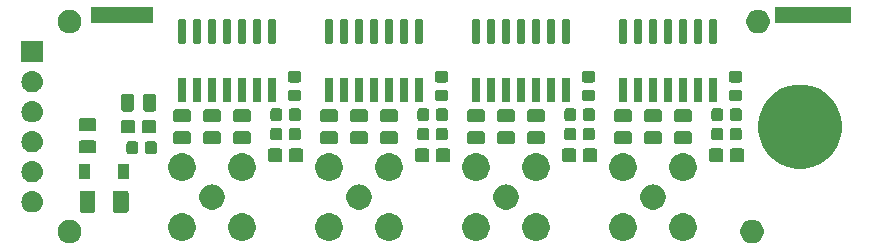
<source format=gbr>
G04 #@! TF.GenerationSoftware,KiCad,Pcbnew,5.1.4-e60b266~84~ubuntu18.04.1*
G04 #@! TF.CreationDate,2019-08-27T23:59:40+10:00*
G04 #@! TF.ProjectId,CMOS-50R,434d4f53-2d35-4305-922e-6b696361645f,rev?*
G04 #@! TF.SameCoordinates,Original*
G04 #@! TF.FileFunction,Soldermask,Top*
G04 #@! TF.FilePolarity,Negative*
%FSLAX46Y46*%
G04 Gerber Fmt 4.6, Leading zero omitted, Abs format (unit mm)*
G04 Created by KiCad (PCBNEW 5.1.4-e60b266~84~ubuntu18.04.1) date 2019-08-27 23:59:40*
%MOMM*%
%LPD*%
G04 APERTURE LIST*
%ADD10C,0.100000*%
G04 APERTURE END LIST*
D10*
G36*
X147955000Y-57150000D02*
G01*
X141605000Y-57150000D01*
X141605000Y-55880000D01*
X147955000Y-55880000D01*
X147955000Y-57150000D01*
G37*
X147955000Y-57150000D02*
X141605000Y-57150000D01*
X141605000Y-55880000D01*
X147955000Y-55880000D01*
X147955000Y-57150000D01*
G36*
X88900000Y-57150000D02*
G01*
X83693000Y-57150000D01*
X83693000Y-55880000D01*
X88900000Y-55880000D01*
X88900000Y-57150000D01*
G37*
X88900000Y-57150000D02*
X83693000Y-57150000D01*
X83693000Y-55880000D01*
X88900000Y-55880000D01*
X88900000Y-57150000D01*
G36*
X139927290Y-73955619D02*
G01*
X139991689Y-73968429D01*
X140173678Y-74043811D01*
X140337463Y-74153249D01*
X140476751Y-74292537D01*
X140586189Y-74456322D01*
X140661571Y-74638311D01*
X140700000Y-74831509D01*
X140700000Y-75028491D01*
X140661571Y-75221689D01*
X140586189Y-75403678D01*
X140476751Y-75567463D01*
X140337463Y-75706751D01*
X140173678Y-75816189D01*
X139991689Y-75891571D01*
X139927290Y-75904381D01*
X139798493Y-75930000D01*
X139601507Y-75930000D01*
X139472710Y-75904381D01*
X139408311Y-75891571D01*
X139226322Y-75816189D01*
X139062537Y-75706751D01*
X138923249Y-75567463D01*
X138813811Y-75403678D01*
X138738429Y-75221689D01*
X138700000Y-75028491D01*
X138700000Y-74831509D01*
X138738429Y-74638311D01*
X138813811Y-74456322D01*
X138923249Y-74292537D01*
X139062537Y-74153249D01*
X139226322Y-74043811D01*
X139408311Y-73968429D01*
X139472710Y-73955619D01*
X139601507Y-73930000D01*
X139798493Y-73930000D01*
X139927290Y-73955619D01*
X139927290Y-73955619D01*
G37*
G36*
X82142290Y-73955619D02*
G01*
X82206689Y-73968429D01*
X82388678Y-74043811D01*
X82552463Y-74153249D01*
X82691751Y-74292537D01*
X82801189Y-74456322D01*
X82876571Y-74638311D01*
X82915000Y-74831509D01*
X82915000Y-75028491D01*
X82876571Y-75221689D01*
X82801189Y-75403678D01*
X82691751Y-75567463D01*
X82552463Y-75706751D01*
X82388678Y-75816189D01*
X82206689Y-75891571D01*
X82142290Y-75904381D01*
X82013493Y-75930000D01*
X81816507Y-75930000D01*
X81687710Y-75904381D01*
X81623311Y-75891571D01*
X81441322Y-75816189D01*
X81277537Y-75706751D01*
X81138249Y-75567463D01*
X81028811Y-75403678D01*
X80953429Y-75221689D01*
X80915000Y-75028491D01*
X80915000Y-74831509D01*
X80953429Y-74638311D01*
X81028811Y-74456322D01*
X81138249Y-74292537D01*
X81277537Y-74153249D01*
X81441322Y-74043811D01*
X81623311Y-73968429D01*
X81687710Y-73955619D01*
X81816507Y-73930000D01*
X82013493Y-73930000D01*
X82142290Y-73955619D01*
X82142290Y-73955619D01*
G37*
G36*
X128969560Y-73388064D02*
G01*
X129121027Y-73418193D01*
X129335045Y-73506842D01*
X129335046Y-73506843D01*
X129527654Y-73635539D01*
X129691461Y-73799346D01*
X129777258Y-73927751D01*
X129820158Y-73991955D01*
X129908807Y-74205973D01*
X129954000Y-74433174D01*
X129954000Y-74664826D01*
X129908807Y-74892027D01*
X129820158Y-75106045D01*
X129820157Y-75106046D01*
X129691461Y-75298654D01*
X129527654Y-75462461D01*
X129399249Y-75548258D01*
X129335045Y-75591158D01*
X129121027Y-75679807D01*
X128985570Y-75706751D01*
X128893827Y-75725000D01*
X128662173Y-75725000D01*
X128570430Y-75706751D01*
X128434973Y-75679807D01*
X128220955Y-75591158D01*
X128156751Y-75548258D01*
X128028346Y-75462461D01*
X127864539Y-75298654D01*
X127735843Y-75106046D01*
X127735842Y-75106045D01*
X127647193Y-74892027D01*
X127602000Y-74664826D01*
X127602000Y-74433174D01*
X127647193Y-74205973D01*
X127735842Y-73991955D01*
X127778742Y-73927751D01*
X127864539Y-73799346D01*
X128028346Y-73635539D01*
X128220954Y-73506843D01*
X128220955Y-73506842D01*
X128434973Y-73418193D01*
X128586440Y-73388064D01*
X128662173Y-73373000D01*
X128893827Y-73373000D01*
X128969560Y-73388064D01*
X128969560Y-73388064D01*
G37*
G36*
X121603560Y-73388064D02*
G01*
X121755027Y-73418193D01*
X121969045Y-73506842D01*
X121969046Y-73506843D01*
X122161654Y-73635539D01*
X122325461Y-73799346D01*
X122411258Y-73927751D01*
X122454158Y-73991955D01*
X122542807Y-74205973D01*
X122588000Y-74433174D01*
X122588000Y-74664826D01*
X122542807Y-74892027D01*
X122454158Y-75106045D01*
X122454157Y-75106046D01*
X122325461Y-75298654D01*
X122161654Y-75462461D01*
X122033249Y-75548258D01*
X121969045Y-75591158D01*
X121755027Y-75679807D01*
X121619570Y-75706751D01*
X121527827Y-75725000D01*
X121296173Y-75725000D01*
X121204430Y-75706751D01*
X121068973Y-75679807D01*
X120854955Y-75591158D01*
X120790751Y-75548258D01*
X120662346Y-75462461D01*
X120498539Y-75298654D01*
X120369843Y-75106046D01*
X120369842Y-75106045D01*
X120281193Y-74892027D01*
X120236000Y-74664826D01*
X120236000Y-74433174D01*
X120281193Y-74205973D01*
X120369842Y-73991955D01*
X120412742Y-73927751D01*
X120498539Y-73799346D01*
X120662346Y-73635539D01*
X120854954Y-73506843D01*
X120854955Y-73506842D01*
X121068973Y-73418193D01*
X121220440Y-73388064D01*
X121296173Y-73373000D01*
X121527827Y-73373000D01*
X121603560Y-73388064D01*
X121603560Y-73388064D01*
G37*
G36*
X134049560Y-73388064D02*
G01*
X134201027Y-73418193D01*
X134415045Y-73506842D01*
X134415046Y-73506843D01*
X134607654Y-73635539D01*
X134771461Y-73799346D01*
X134857258Y-73927751D01*
X134900158Y-73991955D01*
X134988807Y-74205973D01*
X135034000Y-74433174D01*
X135034000Y-74664826D01*
X134988807Y-74892027D01*
X134900158Y-75106045D01*
X134900157Y-75106046D01*
X134771461Y-75298654D01*
X134607654Y-75462461D01*
X134479249Y-75548258D01*
X134415045Y-75591158D01*
X134201027Y-75679807D01*
X134065570Y-75706751D01*
X133973827Y-75725000D01*
X133742173Y-75725000D01*
X133650430Y-75706751D01*
X133514973Y-75679807D01*
X133300955Y-75591158D01*
X133236751Y-75548258D01*
X133108346Y-75462461D01*
X132944539Y-75298654D01*
X132815843Y-75106046D01*
X132815842Y-75106045D01*
X132727193Y-74892027D01*
X132682000Y-74664826D01*
X132682000Y-74433174D01*
X132727193Y-74205973D01*
X132815842Y-73991955D01*
X132858742Y-73927751D01*
X132944539Y-73799346D01*
X133108346Y-73635539D01*
X133300954Y-73506843D01*
X133300955Y-73506842D01*
X133514973Y-73418193D01*
X133666440Y-73388064D01*
X133742173Y-73373000D01*
X133973827Y-73373000D01*
X134049560Y-73388064D01*
X134049560Y-73388064D01*
G37*
G36*
X116523560Y-73388064D02*
G01*
X116675027Y-73418193D01*
X116889045Y-73506842D01*
X116889046Y-73506843D01*
X117081654Y-73635539D01*
X117245461Y-73799346D01*
X117331258Y-73927751D01*
X117374158Y-73991955D01*
X117462807Y-74205973D01*
X117508000Y-74433174D01*
X117508000Y-74664826D01*
X117462807Y-74892027D01*
X117374158Y-75106045D01*
X117374157Y-75106046D01*
X117245461Y-75298654D01*
X117081654Y-75462461D01*
X116953249Y-75548258D01*
X116889045Y-75591158D01*
X116675027Y-75679807D01*
X116539570Y-75706751D01*
X116447827Y-75725000D01*
X116216173Y-75725000D01*
X116124430Y-75706751D01*
X115988973Y-75679807D01*
X115774955Y-75591158D01*
X115710751Y-75548258D01*
X115582346Y-75462461D01*
X115418539Y-75298654D01*
X115289843Y-75106046D01*
X115289842Y-75106045D01*
X115201193Y-74892027D01*
X115156000Y-74664826D01*
X115156000Y-74433174D01*
X115201193Y-74205973D01*
X115289842Y-73991955D01*
X115332742Y-73927751D01*
X115418539Y-73799346D01*
X115582346Y-73635539D01*
X115774954Y-73506843D01*
X115774955Y-73506842D01*
X115988973Y-73418193D01*
X116140440Y-73388064D01*
X116216173Y-73373000D01*
X116447827Y-73373000D01*
X116523560Y-73388064D01*
X116523560Y-73388064D01*
G37*
G36*
X109157560Y-73388064D02*
G01*
X109309027Y-73418193D01*
X109523045Y-73506842D01*
X109523046Y-73506843D01*
X109715654Y-73635539D01*
X109879461Y-73799346D01*
X109965258Y-73927751D01*
X110008158Y-73991955D01*
X110096807Y-74205973D01*
X110142000Y-74433174D01*
X110142000Y-74664826D01*
X110096807Y-74892027D01*
X110008158Y-75106045D01*
X110008157Y-75106046D01*
X109879461Y-75298654D01*
X109715654Y-75462461D01*
X109587249Y-75548258D01*
X109523045Y-75591158D01*
X109309027Y-75679807D01*
X109173570Y-75706751D01*
X109081827Y-75725000D01*
X108850173Y-75725000D01*
X108758430Y-75706751D01*
X108622973Y-75679807D01*
X108408955Y-75591158D01*
X108344751Y-75548258D01*
X108216346Y-75462461D01*
X108052539Y-75298654D01*
X107923843Y-75106046D01*
X107923842Y-75106045D01*
X107835193Y-74892027D01*
X107790000Y-74664826D01*
X107790000Y-74433174D01*
X107835193Y-74205973D01*
X107923842Y-73991955D01*
X107966742Y-73927751D01*
X108052539Y-73799346D01*
X108216346Y-73635539D01*
X108408954Y-73506843D01*
X108408955Y-73506842D01*
X108622973Y-73418193D01*
X108774440Y-73388064D01*
X108850173Y-73373000D01*
X109081827Y-73373000D01*
X109157560Y-73388064D01*
X109157560Y-73388064D01*
G37*
G36*
X104077560Y-73388064D02*
G01*
X104229027Y-73418193D01*
X104443045Y-73506842D01*
X104443046Y-73506843D01*
X104635654Y-73635539D01*
X104799461Y-73799346D01*
X104885258Y-73927751D01*
X104928158Y-73991955D01*
X105016807Y-74205973D01*
X105062000Y-74433174D01*
X105062000Y-74664826D01*
X105016807Y-74892027D01*
X104928158Y-75106045D01*
X104928157Y-75106046D01*
X104799461Y-75298654D01*
X104635654Y-75462461D01*
X104507249Y-75548258D01*
X104443045Y-75591158D01*
X104229027Y-75679807D01*
X104093570Y-75706751D01*
X104001827Y-75725000D01*
X103770173Y-75725000D01*
X103678430Y-75706751D01*
X103542973Y-75679807D01*
X103328955Y-75591158D01*
X103264751Y-75548258D01*
X103136346Y-75462461D01*
X102972539Y-75298654D01*
X102843843Y-75106046D01*
X102843842Y-75106045D01*
X102755193Y-74892027D01*
X102710000Y-74664826D01*
X102710000Y-74433174D01*
X102755193Y-74205973D01*
X102843842Y-73991955D01*
X102886742Y-73927751D01*
X102972539Y-73799346D01*
X103136346Y-73635539D01*
X103328954Y-73506843D01*
X103328955Y-73506842D01*
X103542973Y-73418193D01*
X103694440Y-73388064D01*
X103770173Y-73373000D01*
X104001827Y-73373000D01*
X104077560Y-73388064D01*
X104077560Y-73388064D01*
G37*
G36*
X96711560Y-73388064D02*
G01*
X96863027Y-73418193D01*
X97077045Y-73506842D01*
X97077046Y-73506843D01*
X97269654Y-73635539D01*
X97433461Y-73799346D01*
X97519258Y-73927751D01*
X97562158Y-73991955D01*
X97650807Y-74205973D01*
X97696000Y-74433174D01*
X97696000Y-74664826D01*
X97650807Y-74892027D01*
X97562158Y-75106045D01*
X97562157Y-75106046D01*
X97433461Y-75298654D01*
X97269654Y-75462461D01*
X97141249Y-75548258D01*
X97077045Y-75591158D01*
X96863027Y-75679807D01*
X96727570Y-75706751D01*
X96635827Y-75725000D01*
X96404173Y-75725000D01*
X96312430Y-75706751D01*
X96176973Y-75679807D01*
X95962955Y-75591158D01*
X95898751Y-75548258D01*
X95770346Y-75462461D01*
X95606539Y-75298654D01*
X95477843Y-75106046D01*
X95477842Y-75106045D01*
X95389193Y-74892027D01*
X95344000Y-74664826D01*
X95344000Y-74433174D01*
X95389193Y-74205973D01*
X95477842Y-73991955D01*
X95520742Y-73927751D01*
X95606539Y-73799346D01*
X95770346Y-73635539D01*
X95962954Y-73506843D01*
X95962955Y-73506842D01*
X96176973Y-73418193D01*
X96328440Y-73388064D01*
X96404173Y-73373000D01*
X96635827Y-73373000D01*
X96711560Y-73388064D01*
X96711560Y-73388064D01*
G37*
G36*
X91631560Y-73388064D02*
G01*
X91783027Y-73418193D01*
X91997045Y-73506842D01*
X91997046Y-73506843D01*
X92189654Y-73635539D01*
X92353461Y-73799346D01*
X92439258Y-73927751D01*
X92482158Y-73991955D01*
X92570807Y-74205973D01*
X92616000Y-74433174D01*
X92616000Y-74664826D01*
X92570807Y-74892027D01*
X92482158Y-75106045D01*
X92482157Y-75106046D01*
X92353461Y-75298654D01*
X92189654Y-75462461D01*
X92061249Y-75548258D01*
X91997045Y-75591158D01*
X91783027Y-75679807D01*
X91647570Y-75706751D01*
X91555827Y-75725000D01*
X91324173Y-75725000D01*
X91232430Y-75706751D01*
X91096973Y-75679807D01*
X90882955Y-75591158D01*
X90818751Y-75548258D01*
X90690346Y-75462461D01*
X90526539Y-75298654D01*
X90397843Y-75106046D01*
X90397842Y-75106045D01*
X90309193Y-74892027D01*
X90264000Y-74664826D01*
X90264000Y-74433174D01*
X90309193Y-74205973D01*
X90397842Y-73991955D01*
X90440742Y-73927751D01*
X90526539Y-73799346D01*
X90690346Y-73635539D01*
X90882954Y-73506843D01*
X90882955Y-73506842D01*
X91096973Y-73418193D01*
X91248440Y-73388064D01*
X91324173Y-73373000D01*
X91555827Y-73373000D01*
X91631560Y-73388064D01*
X91631560Y-73388064D01*
G37*
G36*
X83954604Y-71468347D02*
G01*
X83991144Y-71479432D01*
X84024821Y-71497433D01*
X84054341Y-71521659D01*
X84078567Y-71551179D01*
X84096568Y-71584856D01*
X84107653Y-71621396D01*
X84112000Y-71665538D01*
X84112000Y-73114462D01*
X84107653Y-73158604D01*
X84096568Y-73195144D01*
X84078567Y-73228821D01*
X84054341Y-73258341D01*
X84024821Y-73282567D01*
X83991144Y-73300568D01*
X83954604Y-73311653D01*
X83910462Y-73316000D01*
X82961538Y-73316000D01*
X82917396Y-73311653D01*
X82880856Y-73300568D01*
X82847179Y-73282567D01*
X82817659Y-73258341D01*
X82793433Y-73228821D01*
X82775432Y-73195144D01*
X82764347Y-73158604D01*
X82760000Y-73114462D01*
X82760000Y-71665538D01*
X82764347Y-71621396D01*
X82775432Y-71584856D01*
X82793433Y-71551179D01*
X82817659Y-71521659D01*
X82847179Y-71497433D01*
X82880856Y-71479432D01*
X82917396Y-71468347D01*
X82961538Y-71464000D01*
X83910462Y-71464000D01*
X83954604Y-71468347D01*
X83954604Y-71468347D01*
G37*
G36*
X86754604Y-71468347D02*
G01*
X86791144Y-71479432D01*
X86824821Y-71497433D01*
X86854341Y-71521659D01*
X86878567Y-71551179D01*
X86896568Y-71584856D01*
X86907653Y-71621396D01*
X86912000Y-71665538D01*
X86912000Y-73114462D01*
X86907653Y-73158604D01*
X86896568Y-73195144D01*
X86878567Y-73228821D01*
X86854341Y-73258341D01*
X86824821Y-73282567D01*
X86791144Y-73300568D01*
X86754604Y-73311653D01*
X86710462Y-73316000D01*
X85761538Y-73316000D01*
X85717396Y-73311653D01*
X85680856Y-73300568D01*
X85647179Y-73282567D01*
X85617659Y-73258341D01*
X85593433Y-73228821D01*
X85575432Y-73195144D01*
X85564347Y-73158604D01*
X85560000Y-73114462D01*
X85560000Y-71665538D01*
X85564347Y-71621396D01*
X85575432Y-71584856D01*
X85593433Y-71551179D01*
X85617659Y-71521659D01*
X85647179Y-71497433D01*
X85680856Y-71479432D01*
X85717396Y-71468347D01*
X85761538Y-71464000D01*
X86710462Y-71464000D01*
X86754604Y-71468347D01*
X86754604Y-71468347D01*
G37*
G36*
X78850443Y-71495519D02*
G01*
X78916627Y-71502037D01*
X79086466Y-71553557D01*
X79242991Y-71637222D01*
X79277494Y-71665538D01*
X79380186Y-71749814D01*
X79463448Y-71851271D01*
X79492778Y-71887009D01*
X79576443Y-72043534D01*
X79627963Y-72213373D01*
X79645359Y-72390000D01*
X79627963Y-72566627D01*
X79576443Y-72736466D01*
X79492778Y-72892991D01*
X79463448Y-72928729D01*
X79380186Y-73030186D01*
X79297124Y-73098352D01*
X79242991Y-73142778D01*
X79086466Y-73226443D01*
X78916627Y-73277963D01*
X78850443Y-73284481D01*
X78784260Y-73291000D01*
X78695740Y-73291000D01*
X78629557Y-73284481D01*
X78563373Y-73277963D01*
X78393534Y-73226443D01*
X78237009Y-73142778D01*
X78182876Y-73098352D01*
X78099814Y-73030186D01*
X78016552Y-72928729D01*
X77987222Y-72892991D01*
X77903557Y-72736466D01*
X77852037Y-72566627D01*
X77834641Y-72390000D01*
X77852037Y-72213373D01*
X77903557Y-72043534D01*
X77987222Y-71887009D01*
X78016552Y-71851271D01*
X78099814Y-71749814D01*
X78202506Y-71665538D01*
X78237009Y-71637222D01*
X78393534Y-71553557D01*
X78563373Y-71502037D01*
X78629557Y-71495519D01*
X78695740Y-71489000D01*
X78784260Y-71489000D01*
X78850443Y-71495519D01*
X78850443Y-71495519D01*
G37*
G36*
X119047271Y-70946783D02*
G01*
X119185858Y-70974350D01*
X119381677Y-71055461D01*
X119557910Y-71173216D01*
X119707784Y-71323090D01*
X119825539Y-71499323D01*
X119906650Y-71695142D01*
X119948000Y-71903023D01*
X119948000Y-72114977D01*
X119906650Y-72322858D01*
X119825539Y-72518677D01*
X119707784Y-72694910D01*
X119557910Y-72844784D01*
X119381677Y-72962539D01*
X119185858Y-73043650D01*
X119047271Y-73071217D01*
X118977978Y-73085000D01*
X118766022Y-73085000D01*
X118696729Y-73071217D01*
X118558142Y-73043650D01*
X118362323Y-72962539D01*
X118186090Y-72844784D01*
X118036216Y-72694910D01*
X117918461Y-72518677D01*
X117837350Y-72322858D01*
X117796000Y-72114977D01*
X117796000Y-71903023D01*
X117837350Y-71695142D01*
X117918461Y-71499323D01*
X118036216Y-71323090D01*
X118186090Y-71173216D01*
X118362323Y-71055461D01*
X118558142Y-70974350D01*
X118696729Y-70946783D01*
X118766022Y-70933000D01*
X118977978Y-70933000D01*
X119047271Y-70946783D01*
X119047271Y-70946783D01*
G37*
G36*
X131493271Y-70946783D02*
G01*
X131631858Y-70974350D01*
X131827677Y-71055461D01*
X132003910Y-71173216D01*
X132153784Y-71323090D01*
X132271539Y-71499323D01*
X132352650Y-71695142D01*
X132394000Y-71903023D01*
X132394000Y-72114977D01*
X132352650Y-72322858D01*
X132271539Y-72518677D01*
X132153784Y-72694910D01*
X132003910Y-72844784D01*
X131827677Y-72962539D01*
X131631858Y-73043650D01*
X131493271Y-73071217D01*
X131423978Y-73085000D01*
X131212022Y-73085000D01*
X131142729Y-73071217D01*
X131004142Y-73043650D01*
X130808323Y-72962539D01*
X130632090Y-72844784D01*
X130482216Y-72694910D01*
X130364461Y-72518677D01*
X130283350Y-72322858D01*
X130242000Y-72114977D01*
X130242000Y-71903023D01*
X130283350Y-71695142D01*
X130364461Y-71499323D01*
X130482216Y-71323090D01*
X130632090Y-71173216D01*
X130808323Y-71055461D01*
X131004142Y-70974350D01*
X131142729Y-70946783D01*
X131212022Y-70933000D01*
X131423978Y-70933000D01*
X131493271Y-70946783D01*
X131493271Y-70946783D01*
G37*
G36*
X106601271Y-70946783D02*
G01*
X106739858Y-70974350D01*
X106935677Y-71055461D01*
X107111910Y-71173216D01*
X107261784Y-71323090D01*
X107379539Y-71499323D01*
X107460650Y-71695142D01*
X107502000Y-71903023D01*
X107502000Y-72114977D01*
X107460650Y-72322858D01*
X107379539Y-72518677D01*
X107261784Y-72694910D01*
X107111910Y-72844784D01*
X106935677Y-72962539D01*
X106739858Y-73043650D01*
X106601271Y-73071217D01*
X106531978Y-73085000D01*
X106320022Y-73085000D01*
X106250729Y-73071217D01*
X106112142Y-73043650D01*
X105916323Y-72962539D01*
X105740090Y-72844784D01*
X105590216Y-72694910D01*
X105472461Y-72518677D01*
X105391350Y-72322858D01*
X105350000Y-72114977D01*
X105350000Y-71903023D01*
X105391350Y-71695142D01*
X105472461Y-71499323D01*
X105590216Y-71323090D01*
X105740090Y-71173216D01*
X105916323Y-71055461D01*
X106112142Y-70974350D01*
X106250729Y-70946783D01*
X106320022Y-70933000D01*
X106531978Y-70933000D01*
X106601271Y-70946783D01*
X106601271Y-70946783D01*
G37*
G36*
X94155271Y-70946783D02*
G01*
X94293858Y-70974350D01*
X94489677Y-71055461D01*
X94665910Y-71173216D01*
X94815784Y-71323090D01*
X94933539Y-71499323D01*
X95014650Y-71695142D01*
X95056000Y-71903023D01*
X95056000Y-72114977D01*
X95014650Y-72322858D01*
X94933539Y-72518677D01*
X94815784Y-72694910D01*
X94665910Y-72844784D01*
X94489677Y-72962539D01*
X94293858Y-73043650D01*
X94155271Y-73071217D01*
X94085978Y-73085000D01*
X93874022Y-73085000D01*
X93804729Y-73071217D01*
X93666142Y-73043650D01*
X93470323Y-72962539D01*
X93294090Y-72844784D01*
X93144216Y-72694910D01*
X93026461Y-72518677D01*
X92945350Y-72322858D01*
X92904000Y-72114977D01*
X92904000Y-71903023D01*
X92945350Y-71695142D01*
X93026461Y-71499323D01*
X93144216Y-71323090D01*
X93294090Y-71173216D01*
X93470323Y-71055461D01*
X93666142Y-70974350D01*
X93804729Y-70946783D01*
X93874022Y-70933000D01*
X94085978Y-70933000D01*
X94155271Y-70946783D01*
X94155271Y-70946783D01*
G37*
G36*
X78850443Y-68955519D02*
G01*
X78916627Y-68962037D01*
X79086466Y-69013557D01*
X79242991Y-69097222D01*
X79265872Y-69116000D01*
X79380186Y-69209814D01*
X79463448Y-69311271D01*
X79492778Y-69347009D01*
X79576443Y-69503534D01*
X79627963Y-69673373D01*
X79645359Y-69850000D01*
X79627963Y-70026627D01*
X79576443Y-70196466D01*
X79492778Y-70352991D01*
X79468594Y-70382459D01*
X79380186Y-70490186D01*
X79278729Y-70573448D01*
X79242991Y-70602778D01*
X79086466Y-70686443D01*
X78916627Y-70737963D01*
X78850443Y-70744481D01*
X78784260Y-70751000D01*
X78695740Y-70751000D01*
X78629557Y-70744481D01*
X78563373Y-70737963D01*
X78393534Y-70686443D01*
X78237009Y-70602778D01*
X78201271Y-70573448D01*
X78099814Y-70490186D01*
X78011406Y-70382459D01*
X77987222Y-70352991D01*
X77903557Y-70196466D01*
X77852037Y-70026627D01*
X77834641Y-69850000D01*
X77852037Y-69673373D01*
X77903557Y-69503534D01*
X77987222Y-69347009D01*
X78016552Y-69311271D01*
X78099814Y-69209814D01*
X78214128Y-69116000D01*
X78237009Y-69097222D01*
X78393534Y-69013557D01*
X78563373Y-68962037D01*
X78629557Y-68955519D01*
X78695740Y-68949000D01*
X78784260Y-68949000D01*
X78850443Y-68955519D01*
X78850443Y-68955519D01*
G37*
G36*
X96685275Y-68302836D02*
G01*
X96863027Y-68338193D01*
X97077045Y-68426842D01*
X97077046Y-68426843D01*
X97269654Y-68555539D01*
X97433461Y-68719346D01*
X97519258Y-68847751D01*
X97562158Y-68911955D01*
X97650807Y-69125973D01*
X97696000Y-69353174D01*
X97696000Y-69584826D01*
X97650807Y-69812027D01*
X97562158Y-70026045D01*
X97562157Y-70026046D01*
X97433461Y-70218654D01*
X97269654Y-70382461D01*
X97141249Y-70468258D01*
X97077045Y-70511158D01*
X96863027Y-70599807D01*
X96711560Y-70629936D01*
X96635827Y-70645000D01*
X96404173Y-70645000D01*
X96328440Y-70629936D01*
X96176973Y-70599807D01*
X95962955Y-70511158D01*
X95898751Y-70468258D01*
X95770346Y-70382461D01*
X95606539Y-70218654D01*
X95477843Y-70026046D01*
X95477842Y-70026045D01*
X95389193Y-69812027D01*
X95344000Y-69584826D01*
X95344000Y-69353174D01*
X95389193Y-69125973D01*
X95477842Y-68911955D01*
X95520742Y-68847751D01*
X95606539Y-68719346D01*
X95770346Y-68555539D01*
X95962954Y-68426843D01*
X95962955Y-68426842D01*
X96176973Y-68338193D01*
X96354725Y-68302836D01*
X96404173Y-68293000D01*
X96635827Y-68293000D01*
X96685275Y-68302836D01*
X96685275Y-68302836D01*
G37*
G36*
X91605275Y-68302836D02*
G01*
X91783027Y-68338193D01*
X91997045Y-68426842D01*
X91997046Y-68426843D01*
X92189654Y-68555539D01*
X92353461Y-68719346D01*
X92439258Y-68847751D01*
X92482158Y-68911955D01*
X92570807Y-69125973D01*
X92616000Y-69353174D01*
X92616000Y-69584826D01*
X92570807Y-69812027D01*
X92482158Y-70026045D01*
X92482157Y-70026046D01*
X92353461Y-70218654D01*
X92189654Y-70382461D01*
X92061249Y-70468258D01*
X91997045Y-70511158D01*
X91783027Y-70599807D01*
X91631560Y-70629936D01*
X91555827Y-70645000D01*
X91324173Y-70645000D01*
X91248440Y-70629936D01*
X91096973Y-70599807D01*
X90882955Y-70511158D01*
X90818751Y-70468258D01*
X90690346Y-70382461D01*
X90526539Y-70218654D01*
X90397843Y-70026046D01*
X90397842Y-70026045D01*
X90309193Y-69812027D01*
X90264000Y-69584826D01*
X90264000Y-69353174D01*
X90309193Y-69125973D01*
X90397842Y-68911955D01*
X90440742Y-68847751D01*
X90526539Y-68719346D01*
X90690346Y-68555539D01*
X90882954Y-68426843D01*
X90882955Y-68426842D01*
X91096973Y-68338193D01*
X91274725Y-68302836D01*
X91324173Y-68293000D01*
X91555827Y-68293000D01*
X91605275Y-68302836D01*
X91605275Y-68302836D01*
G37*
G36*
X109131275Y-68302836D02*
G01*
X109309027Y-68338193D01*
X109523045Y-68426842D01*
X109523046Y-68426843D01*
X109715654Y-68555539D01*
X109879461Y-68719346D01*
X109965258Y-68847751D01*
X110008158Y-68911955D01*
X110096807Y-69125973D01*
X110142000Y-69353174D01*
X110142000Y-69584826D01*
X110096807Y-69812027D01*
X110008158Y-70026045D01*
X110008157Y-70026046D01*
X109879461Y-70218654D01*
X109715654Y-70382461D01*
X109587249Y-70468258D01*
X109523045Y-70511158D01*
X109309027Y-70599807D01*
X109157560Y-70629936D01*
X109081827Y-70645000D01*
X108850173Y-70645000D01*
X108774440Y-70629936D01*
X108622973Y-70599807D01*
X108408955Y-70511158D01*
X108344751Y-70468258D01*
X108216346Y-70382461D01*
X108052539Y-70218654D01*
X107923843Y-70026046D01*
X107923842Y-70026045D01*
X107835193Y-69812027D01*
X107790000Y-69584826D01*
X107790000Y-69353174D01*
X107835193Y-69125973D01*
X107923842Y-68911955D01*
X107966742Y-68847751D01*
X108052539Y-68719346D01*
X108216346Y-68555539D01*
X108408954Y-68426843D01*
X108408955Y-68426842D01*
X108622973Y-68338193D01*
X108800725Y-68302836D01*
X108850173Y-68293000D01*
X109081827Y-68293000D01*
X109131275Y-68302836D01*
X109131275Y-68302836D01*
G37*
G36*
X128943275Y-68302836D02*
G01*
X129121027Y-68338193D01*
X129335045Y-68426842D01*
X129335046Y-68426843D01*
X129527654Y-68555539D01*
X129691461Y-68719346D01*
X129777258Y-68847751D01*
X129820158Y-68911955D01*
X129908807Y-69125973D01*
X129954000Y-69353174D01*
X129954000Y-69584826D01*
X129908807Y-69812027D01*
X129820158Y-70026045D01*
X129820157Y-70026046D01*
X129691461Y-70218654D01*
X129527654Y-70382461D01*
X129399249Y-70468258D01*
X129335045Y-70511158D01*
X129121027Y-70599807D01*
X128969560Y-70629936D01*
X128893827Y-70645000D01*
X128662173Y-70645000D01*
X128586440Y-70629936D01*
X128434973Y-70599807D01*
X128220955Y-70511158D01*
X128156751Y-70468258D01*
X128028346Y-70382461D01*
X127864539Y-70218654D01*
X127735843Y-70026046D01*
X127735842Y-70026045D01*
X127647193Y-69812027D01*
X127602000Y-69584826D01*
X127602000Y-69353174D01*
X127647193Y-69125973D01*
X127735842Y-68911955D01*
X127778742Y-68847751D01*
X127864539Y-68719346D01*
X128028346Y-68555539D01*
X128220954Y-68426843D01*
X128220955Y-68426842D01*
X128434973Y-68338193D01*
X128612725Y-68302836D01*
X128662173Y-68293000D01*
X128893827Y-68293000D01*
X128943275Y-68302836D01*
X128943275Y-68302836D01*
G37*
G36*
X134023275Y-68302836D02*
G01*
X134201027Y-68338193D01*
X134415045Y-68426842D01*
X134415046Y-68426843D01*
X134607654Y-68555539D01*
X134771461Y-68719346D01*
X134857258Y-68847751D01*
X134900158Y-68911955D01*
X134988807Y-69125973D01*
X135034000Y-69353174D01*
X135034000Y-69584826D01*
X134988807Y-69812027D01*
X134900158Y-70026045D01*
X134900157Y-70026046D01*
X134771461Y-70218654D01*
X134607654Y-70382461D01*
X134479249Y-70468258D01*
X134415045Y-70511158D01*
X134201027Y-70599807D01*
X134049560Y-70629936D01*
X133973827Y-70645000D01*
X133742173Y-70645000D01*
X133666440Y-70629936D01*
X133514973Y-70599807D01*
X133300955Y-70511158D01*
X133236751Y-70468258D01*
X133108346Y-70382461D01*
X132944539Y-70218654D01*
X132815843Y-70026046D01*
X132815842Y-70026045D01*
X132727193Y-69812027D01*
X132682000Y-69584826D01*
X132682000Y-69353174D01*
X132727193Y-69125973D01*
X132815842Y-68911955D01*
X132858742Y-68847751D01*
X132944539Y-68719346D01*
X133108346Y-68555539D01*
X133300954Y-68426843D01*
X133300955Y-68426842D01*
X133514973Y-68338193D01*
X133692725Y-68302836D01*
X133742173Y-68293000D01*
X133973827Y-68293000D01*
X134023275Y-68302836D01*
X134023275Y-68302836D01*
G37*
G36*
X121577275Y-68302836D02*
G01*
X121755027Y-68338193D01*
X121969045Y-68426842D01*
X121969046Y-68426843D01*
X122161654Y-68555539D01*
X122325461Y-68719346D01*
X122411258Y-68847751D01*
X122454158Y-68911955D01*
X122542807Y-69125973D01*
X122588000Y-69353174D01*
X122588000Y-69584826D01*
X122542807Y-69812027D01*
X122454158Y-70026045D01*
X122454157Y-70026046D01*
X122325461Y-70218654D01*
X122161654Y-70382461D01*
X122033249Y-70468258D01*
X121969045Y-70511158D01*
X121755027Y-70599807D01*
X121603560Y-70629936D01*
X121527827Y-70645000D01*
X121296173Y-70645000D01*
X121220440Y-70629936D01*
X121068973Y-70599807D01*
X120854955Y-70511158D01*
X120790751Y-70468258D01*
X120662346Y-70382461D01*
X120498539Y-70218654D01*
X120369843Y-70026046D01*
X120369842Y-70026045D01*
X120281193Y-69812027D01*
X120236000Y-69584826D01*
X120236000Y-69353174D01*
X120281193Y-69125973D01*
X120369842Y-68911955D01*
X120412742Y-68847751D01*
X120498539Y-68719346D01*
X120662346Y-68555539D01*
X120854954Y-68426843D01*
X120854955Y-68426842D01*
X121068973Y-68338193D01*
X121246725Y-68302836D01*
X121296173Y-68293000D01*
X121527827Y-68293000D01*
X121577275Y-68302836D01*
X121577275Y-68302836D01*
G37*
G36*
X116497275Y-68302836D02*
G01*
X116675027Y-68338193D01*
X116889045Y-68426842D01*
X116889046Y-68426843D01*
X117081654Y-68555539D01*
X117245461Y-68719346D01*
X117331258Y-68847751D01*
X117374158Y-68911955D01*
X117462807Y-69125973D01*
X117508000Y-69353174D01*
X117508000Y-69584826D01*
X117462807Y-69812027D01*
X117374158Y-70026045D01*
X117374157Y-70026046D01*
X117245461Y-70218654D01*
X117081654Y-70382461D01*
X116953249Y-70468258D01*
X116889045Y-70511158D01*
X116675027Y-70599807D01*
X116523560Y-70629936D01*
X116447827Y-70645000D01*
X116216173Y-70645000D01*
X116140440Y-70629936D01*
X115988973Y-70599807D01*
X115774955Y-70511158D01*
X115710751Y-70468258D01*
X115582346Y-70382461D01*
X115418539Y-70218654D01*
X115289843Y-70026046D01*
X115289842Y-70026045D01*
X115201193Y-69812027D01*
X115156000Y-69584826D01*
X115156000Y-69353174D01*
X115201193Y-69125973D01*
X115289842Y-68911955D01*
X115332742Y-68847751D01*
X115418539Y-68719346D01*
X115582346Y-68555539D01*
X115774954Y-68426843D01*
X115774955Y-68426842D01*
X115988973Y-68338193D01*
X116166725Y-68302836D01*
X116216173Y-68293000D01*
X116447827Y-68293000D01*
X116497275Y-68302836D01*
X116497275Y-68302836D01*
G37*
G36*
X104051275Y-68302836D02*
G01*
X104229027Y-68338193D01*
X104443045Y-68426842D01*
X104443046Y-68426843D01*
X104635654Y-68555539D01*
X104799461Y-68719346D01*
X104885258Y-68847751D01*
X104928158Y-68911955D01*
X105016807Y-69125973D01*
X105062000Y-69353174D01*
X105062000Y-69584826D01*
X105016807Y-69812027D01*
X104928158Y-70026045D01*
X104928157Y-70026046D01*
X104799461Y-70218654D01*
X104635654Y-70382461D01*
X104507249Y-70468258D01*
X104443045Y-70511158D01*
X104229027Y-70599807D01*
X104077560Y-70629936D01*
X104001827Y-70645000D01*
X103770173Y-70645000D01*
X103694440Y-70629936D01*
X103542973Y-70599807D01*
X103328955Y-70511158D01*
X103264751Y-70468258D01*
X103136346Y-70382461D01*
X102972539Y-70218654D01*
X102843843Y-70026046D01*
X102843842Y-70026045D01*
X102755193Y-69812027D01*
X102710000Y-69584826D01*
X102710000Y-69353174D01*
X102755193Y-69125973D01*
X102843842Y-68911955D01*
X102886742Y-68847751D01*
X102972539Y-68719346D01*
X103136346Y-68555539D01*
X103328954Y-68426843D01*
X103328955Y-68426842D01*
X103542973Y-68338193D01*
X103720725Y-68302836D01*
X103770173Y-68293000D01*
X104001827Y-68293000D01*
X104051275Y-68302836D01*
X104051275Y-68302836D01*
G37*
G36*
X86987000Y-70501000D02*
G01*
X85985000Y-70501000D01*
X85985000Y-69199000D01*
X86987000Y-69199000D01*
X86987000Y-70501000D01*
X86987000Y-70501000D01*
G37*
G36*
X83687000Y-70501000D02*
G01*
X82685000Y-70501000D01*
X82685000Y-69199000D01*
X83687000Y-69199000D01*
X83687000Y-70501000D01*
X83687000Y-70501000D01*
G37*
G36*
X144799787Y-62625462D02*
G01*
X144799790Y-62625463D01*
X144799789Y-62625463D01*
X145446029Y-62893144D01*
X146027631Y-63281758D01*
X146522242Y-63776369D01*
X146910856Y-64357971D01*
X147076967Y-64759000D01*
X147178538Y-65004213D01*
X147315000Y-65690256D01*
X147315000Y-66389744D01*
X147178538Y-67075787D01*
X147171637Y-67092448D01*
X146910856Y-67722029D01*
X146522242Y-68303631D01*
X146027631Y-68798242D01*
X145446029Y-69186856D01*
X145059385Y-69347009D01*
X144799787Y-69454538D01*
X144113744Y-69591000D01*
X143414256Y-69591000D01*
X142728213Y-69454538D01*
X142468615Y-69347009D01*
X142081971Y-69186856D01*
X141500369Y-68798242D01*
X141005758Y-68303631D01*
X140617144Y-67722029D01*
X140356363Y-67092448D01*
X140349462Y-67075787D01*
X140213000Y-66389744D01*
X140213000Y-65690256D01*
X140349462Y-65004213D01*
X140451033Y-64759000D01*
X140617144Y-64357971D01*
X141005758Y-63776369D01*
X141500369Y-63281758D01*
X142081971Y-62893144D01*
X142728211Y-62625463D01*
X142728210Y-62625463D01*
X142728213Y-62625462D01*
X143414256Y-62489000D01*
X144113744Y-62489000D01*
X144799787Y-62625462D01*
X144799787Y-62625462D01*
G37*
G36*
X112206811Y-67881605D02*
G01*
X112245867Y-67893453D01*
X112281862Y-67912693D01*
X112313414Y-67938586D01*
X112339307Y-67970138D01*
X112358547Y-68006133D01*
X112370395Y-68045189D01*
X112375000Y-68091949D01*
X112375000Y-68814051D01*
X112370395Y-68860811D01*
X112358547Y-68899867D01*
X112339307Y-68935862D01*
X112313414Y-68967414D01*
X112281862Y-68993307D01*
X112245867Y-69012547D01*
X112206811Y-69024395D01*
X112160051Y-69029000D01*
X111362949Y-69029000D01*
X111316189Y-69024395D01*
X111277133Y-69012547D01*
X111241138Y-68993307D01*
X111209586Y-68967414D01*
X111183693Y-68935862D01*
X111164453Y-68899867D01*
X111152605Y-68860811D01*
X111148000Y-68814051D01*
X111148000Y-68091949D01*
X111152605Y-68045189D01*
X111164453Y-68006133D01*
X111183693Y-67970138D01*
X111209586Y-67938586D01*
X111241138Y-67912693D01*
X111277133Y-67893453D01*
X111316189Y-67881605D01*
X111362949Y-67877000D01*
X112160051Y-67877000D01*
X112206811Y-67881605D01*
X112206811Y-67881605D01*
G37*
G36*
X138873811Y-67881605D02*
G01*
X138912867Y-67893453D01*
X138948862Y-67912693D01*
X138980414Y-67938586D01*
X139006307Y-67970138D01*
X139025547Y-68006133D01*
X139037395Y-68045189D01*
X139042000Y-68091949D01*
X139042000Y-68814051D01*
X139037395Y-68860811D01*
X139025547Y-68899867D01*
X139006307Y-68935862D01*
X138980414Y-68967414D01*
X138948862Y-68993307D01*
X138912867Y-69012547D01*
X138873811Y-69024395D01*
X138827051Y-69029000D01*
X138029949Y-69029000D01*
X137983189Y-69024395D01*
X137944133Y-69012547D01*
X137908138Y-68993307D01*
X137876586Y-68967414D01*
X137850693Y-68935862D01*
X137831453Y-68899867D01*
X137819605Y-68860811D01*
X137815000Y-68814051D01*
X137815000Y-68091949D01*
X137819605Y-68045189D01*
X137831453Y-68006133D01*
X137850693Y-67970138D01*
X137876586Y-67938586D01*
X137908138Y-67912693D01*
X137944133Y-67893453D01*
X137983189Y-67881605D01*
X138029949Y-67877000D01*
X138827051Y-67877000D01*
X138873811Y-67881605D01*
X138873811Y-67881605D01*
G37*
G36*
X137098811Y-67881605D02*
G01*
X137137867Y-67893453D01*
X137173862Y-67912693D01*
X137205414Y-67938586D01*
X137231307Y-67970138D01*
X137250547Y-68006133D01*
X137262395Y-68045189D01*
X137267000Y-68091949D01*
X137267000Y-68814051D01*
X137262395Y-68860811D01*
X137250547Y-68899867D01*
X137231307Y-68935862D01*
X137205414Y-68967414D01*
X137173862Y-68993307D01*
X137137867Y-69012547D01*
X137098811Y-69024395D01*
X137052051Y-69029000D01*
X136254949Y-69029000D01*
X136208189Y-69024395D01*
X136169133Y-69012547D01*
X136133138Y-68993307D01*
X136101586Y-68967414D01*
X136075693Y-68935862D01*
X136056453Y-68899867D01*
X136044605Y-68860811D01*
X136040000Y-68814051D01*
X136040000Y-68091949D01*
X136044605Y-68045189D01*
X136056453Y-68006133D01*
X136075693Y-67970138D01*
X136101586Y-67938586D01*
X136133138Y-67912693D01*
X136169133Y-67893453D01*
X136208189Y-67881605D01*
X136254949Y-67877000D01*
X137052051Y-67877000D01*
X137098811Y-67881605D01*
X137098811Y-67881605D01*
G37*
G36*
X126427811Y-67881605D02*
G01*
X126466867Y-67893453D01*
X126502862Y-67912693D01*
X126534414Y-67938586D01*
X126560307Y-67970138D01*
X126579547Y-68006133D01*
X126591395Y-68045189D01*
X126596000Y-68091949D01*
X126596000Y-68814051D01*
X126591395Y-68860811D01*
X126579547Y-68899867D01*
X126560307Y-68935862D01*
X126534414Y-68967414D01*
X126502862Y-68993307D01*
X126466867Y-69012547D01*
X126427811Y-69024395D01*
X126381051Y-69029000D01*
X125583949Y-69029000D01*
X125537189Y-69024395D01*
X125498133Y-69012547D01*
X125462138Y-68993307D01*
X125430586Y-68967414D01*
X125404693Y-68935862D01*
X125385453Y-68899867D01*
X125373605Y-68860811D01*
X125369000Y-68814051D01*
X125369000Y-68091949D01*
X125373605Y-68045189D01*
X125385453Y-68006133D01*
X125404693Y-67970138D01*
X125430586Y-67938586D01*
X125462138Y-67912693D01*
X125498133Y-67893453D01*
X125537189Y-67881605D01*
X125583949Y-67877000D01*
X126381051Y-67877000D01*
X126427811Y-67881605D01*
X126427811Y-67881605D01*
G37*
G36*
X124652811Y-67881605D02*
G01*
X124691867Y-67893453D01*
X124727862Y-67912693D01*
X124759414Y-67938586D01*
X124785307Y-67970138D01*
X124804547Y-68006133D01*
X124816395Y-68045189D01*
X124821000Y-68091949D01*
X124821000Y-68814051D01*
X124816395Y-68860811D01*
X124804547Y-68899867D01*
X124785307Y-68935862D01*
X124759414Y-68967414D01*
X124727862Y-68993307D01*
X124691867Y-69012547D01*
X124652811Y-69024395D01*
X124606051Y-69029000D01*
X123808949Y-69029000D01*
X123762189Y-69024395D01*
X123723133Y-69012547D01*
X123687138Y-68993307D01*
X123655586Y-68967414D01*
X123629693Y-68935862D01*
X123610453Y-68899867D01*
X123598605Y-68860811D01*
X123594000Y-68814051D01*
X123594000Y-68091949D01*
X123598605Y-68045189D01*
X123610453Y-68006133D01*
X123629693Y-67970138D01*
X123655586Y-67938586D01*
X123687138Y-67912693D01*
X123723133Y-67893453D01*
X123762189Y-67881605D01*
X123808949Y-67877000D01*
X124606051Y-67877000D01*
X124652811Y-67881605D01*
X124652811Y-67881605D01*
G37*
G36*
X113981811Y-67881605D02*
G01*
X114020867Y-67893453D01*
X114056862Y-67912693D01*
X114088414Y-67938586D01*
X114114307Y-67970138D01*
X114133547Y-68006133D01*
X114145395Y-68045189D01*
X114150000Y-68091949D01*
X114150000Y-68814051D01*
X114145395Y-68860811D01*
X114133547Y-68899867D01*
X114114307Y-68935862D01*
X114088414Y-68967414D01*
X114056862Y-68993307D01*
X114020867Y-69012547D01*
X113981811Y-69024395D01*
X113935051Y-69029000D01*
X113137949Y-69029000D01*
X113091189Y-69024395D01*
X113052133Y-69012547D01*
X113016138Y-68993307D01*
X112984586Y-68967414D01*
X112958693Y-68935862D01*
X112939453Y-68899867D01*
X112927605Y-68860811D01*
X112923000Y-68814051D01*
X112923000Y-68091949D01*
X112927605Y-68045189D01*
X112939453Y-68006133D01*
X112958693Y-67970138D01*
X112984586Y-67938586D01*
X113016138Y-67912693D01*
X113052133Y-67893453D01*
X113091189Y-67881605D01*
X113137949Y-67877000D01*
X113935051Y-67877000D01*
X113981811Y-67881605D01*
X113981811Y-67881605D01*
G37*
G36*
X101535811Y-67881605D02*
G01*
X101574867Y-67893453D01*
X101610862Y-67912693D01*
X101642414Y-67938586D01*
X101668307Y-67970138D01*
X101687547Y-68006133D01*
X101699395Y-68045189D01*
X101704000Y-68091949D01*
X101704000Y-68814051D01*
X101699395Y-68860811D01*
X101687547Y-68899867D01*
X101668307Y-68935862D01*
X101642414Y-68967414D01*
X101610862Y-68993307D01*
X101574867Y-69012547D01*
X101535811Y-69024395D01*
X101489051Y-69029000D01*
X100691949Y-69029000D01*
X100645189Y-69024395D01*
X100606133Y-69012547D01*
X100570138Y-68993307D01*
X100538586Y-68967414D01*
X100512693Y-68935862D01*
X100493453Y-68899867D01*
X100481605Y-68860811D01*
X100477000Y-68814051D01*
X100477000Y-68091949D01*
X100481605Y-68045189D01*
X100493453Y-68006133D01*
X100512693Y-67970138D01*
X100538586Y-67938586D01*
X100570138Y-67912693D01*
X100606133Y-67893453D01*
X100645189Y-67881605D01*
X100691949Y-67877000D01*
X101489051Y-67877000D01*
X101535811Y-67881605D01*
X101535811Y-67881605D01*
G37*
G36*
X99760811Y-67881605D02*
G01*
X99799867Y-67893453D01*
X99835862Y-67912693D01*
X99867414Y-67938586D01*
X99893307Y-67970138D01*
X99912547Y-68006133D01*
X99924395Y-68045189D01*
X99929000Y-68091949D01*
X99929000Y-68814051D01*
X99924395Y-68860811D01*
X99912547Y-68899867D01*
X99893307Y-68935862D01*
X99867414Y-68967414D01*
X99835862Y-68993307D01*
X99799867Y-69012547D01*
X99760811Y-69024395D01*
X99714051Y-69029000D01*
X98916949Y-69029000D01*
X98870189Y-69024395D01*
X98831133Y-69012547D01*
X98795138Y-68993307D01*
X98763586Y-68967414D01*
X98737693Y-68935862D01*
X98718453Y-68899867D01*
X98706605Y-68860811D01*
X98702000Y-68814051D01*
X98702000Y-68091949D01*
X98706605Y-68045189D01*
X98718453Y-68006133D01*
X98737693Y-67970138D01*
X98763586Y-67938586D01*
X98795138Y-67912693D01*
X98831133Y-67893453D01*
X98870189Y-67881605D01*
X98916949Y-67877000D01*
X99714051Y-67877000D01*
X99760811Y-67881605D01*
X99760811Y-67881605D01*
G37*
G36*
X89140591Y-67296085D02*
G01*
X89174569Y-67306393D01*
X89205890Y-67323134D01*
X89233339Y-67345661D01*
X89255866Y-67373110D01*
X89272607Y-67404431D01*
X89282915Y-67438409D01*
X89287000Y-67479890D01*
X89287000Y-68156110D01*
X89282915Y-68197591D01*
X89272607Y-68231569D01*
X89255866Y-68262890D01*
X89233339Y-68290339D01*
X89205890Y-68312866D01*
X89174569Y-68329607D01*
X89140591Y-68339915D01*
X89099110Y-68344000D01*
X88497890Y-68344000D01*
X88456409Y-68339915D01*
X88422431Y-68329607D01*
X88391110Y-68312866D01*
X88363661Y-68290339D01*
X88341134Y-68262890D01*
X88324393Y-68231569D01*
X88314085Y-68197591D01*
X88310000Y-68156110D01*
X88310000Y-67479890D01*
X88314085Y-67438409D01*
X88324393Y-67404431D01*
X88341134Y-67373110D01*
X88363661Y-67345661D01*
X88391110Y-67323134D01*
X88422431Y-67306393D01*
X88456409Y-67296085D01*
X88497890Y-67292000D01*
X89099110Y-67292000D01*
X89140591Y-67296085D01*
X89140591Y-67296085D01*
G37*
G36*
X87565591Y-67296085D02*
G01*
X87599569Y-67306393D01*
X87630890Y-67323134D01*
X87658339Y-67345661D01*
X87680866Y-67373110D01*
X87697607Y-67404431D01*
X87707915Y-67438409D01*
X87712000Y-67479890D01*
X87712000Y-68156110D01*
X87707915Y-68197591D01*
X87697607Y-68231569D01*
X87680866Y-68262890D01*
X87658339Y-68290339D01*
X87630890Y-68312866D01*
X87599569Y-68329607D01*
X87565591Y-68339915D01*
X87524110Y-68344000D01*
X86922890Y-68344000D01*
X86881409Y-68339915D01*
X86847431Y-68329607D01*
X86816110Y-68312866D01*
X86788661Y-68290339D01*
X86766134Y-68262890D01*
X86749393Y-68231569D01*
X86739085Y-68197591D01*
X86735000Y-68156110D01*
X86735000Y-67479890D01*
X86739085Y-67438409D01*
X86749393Y-67404431D01*
X86766134Y-67373110D01*
X86788661Y-67345661D01*
X86816110Y-67323134D01*
X86847431Y-67306393D01*
X86881409Y-67296085D01*
X86922890Y-67292000D01*
X87524110Y-67292000D01*
X87565591Y-67296085D01*
X87565591Y-67296085D01*
G37*
G36*
X84023468Y-67205565D02*
G01*
X84062138Y-67217296D01*
X84097777Y-67236346D01*
X84129017Y-67261983D01*
X84154654Y-67293223D01*
X84173704Y-67328862D01*
X84185435Y-67367532D01*
X84190000Y-67413888D01*
X84190000Y-68065112D01*
X84185435Y-68111468D01*
X84173704Y-68150138D01*
X84154654Y-68185777D01*
X84129017Y-68217017D01*
X84097777Y-68242654D01*
X84062138Y-68261704D01*
X84023468Y-68273435D01*
X83977112Y-68278000D01*
X82900888Y-68278000D01*
X82854532Y-68273435D01*
X82815862Y-68261704D01*
X82780223Y-68242654D01*
X82748983Y-68217017D01*
X82723346Y-68185777D01*
X82704296Y-68150138D01*
X82692565Y-68111468D01*
X82688000Y-68065112D01*
X82688000Y-67413888D01*
X82692565Y-67367532D01*
X82704296Y-67328862D01*
X82723346Y-67293223D01*
X82748983Y-67261983D01*
X82780223Y-67236346D01*
X82815862Y-67217296D01*
X82854532Y-67205565D01*
X82900888Y-67201000D01*
X83977112Y-67201000D01*
X84023468Y-67205565D01*
X84023468Y-67205565D01*
G37*
G36*
X78850443Y-66415519D02*
G01*
X78916627Y-66422037D01*
X79086466Y-66473557D01*
X79242991Y-66557222D01*
X79271120Y-66580307D01*
X79380186Y-66669814D01*
X79463448Y-66771271D01*
X79492778Y-66807009D01*
X79576443Y-66963534D01*
X79627963Y-67133373D01*
X79645359Y-67310000D01*
X79627963Y-67486627D01*
X79576443Y-67656466D01*
X79492778Y-67812991D01*
X79463448Y-67848729D01*
X79380186Y-67950186D01*
X79285725Y-68027707D01*
X79242991Y-68062778D01*
X79086466Y-68146443D01*
X78916627Y-68197963D01*
X78850443Y-68204481D01*
X78784260Y-68211000D01*
X78695740Y-68211000D01*
X78629557Y-68204481D01*
X78563373Y-68197963D01*
X78393534Y-68146443D01*
X78237009Y-68062778D01*
X78194275Y-68027707D01*
X78099814Y-67950186D01*
X78016552Y-67848729D01*
X77987222Y-67812991D01*
X77903557Y-67656466D01*
X77852037Y-67486627D01*
X77834641Y-67310000D01*
X77852037Y-67133373D01*
X77903557Y-66963534D01*
X77987222Y-66807009D01*
X78016552Y-66771271D01*
X78099814Y-66669814D01*
X78208880Y-66580307D01*
X78237009Y-66557222D01*
X78393534Y-66473557D01*
X78563373Y-66422037D01*
X78629557Y-66415519D01*
X78695740Y-66409000D01*
X78784260Y-66409000D01*
X78850443Y-66415519D01*
X78850443Y-66415519D01*
G37*
G36*
X97104468Y-66443565D02*
G01*
X97143138Y-66455296D01*
X97178777Y-66474346D01*
X97210017Y-66499983D01*
X97235654Y-66531223D01*
X97254704Y-66566862D01*
X97266435Y-66605532D01*
X97271000Y-66651888D01*
X97271000Y-67303112D01*
X97266435Y-67349468D01*
X97254704Y-67388138D01*
X97235654Y-67423777D01*
X97210017Y-67455017D01*
X97178777Y-67480654D01*
X97143138Y-67499704D01*
X97104468Y-67511435D01*
X97058112Y-67516000D01*
X95981888Y-67516000D01*
X95935532Y-67511435D01*
X95896862Y-67499704D01*
X95861223Y-67480654D01*
X95829983Y-67455017D01*
X95804346Y-67423777D01*
X95785296Y-67388138D01*
X95773565Y-67349468D01*
X95769000Y-67303112D01*
X95769000Y-66651888D01*
X95773565Y-66605532D01*
X95785296Y-66566862D01*
X95804346Y-66531223D01*
X95829983Y-66499983D01*
X95861223Y-66474346D01*
X95896862Y-66455296D01*
X95935532Y-66443565D01*
X95981888Y-66439000D01*
X97058112Y-66439000D01*
X97104468Y-66443565D01*
X97104468Y-66443565D01*
G37*
G36*
X107010468Y-66443565D02*
G01*
X107049138Y-66455296D01*
X107084777Y-66474346D01*
X107116017Y-66499983D01*
X107141654Y-66531223D01*
X107160704Y-66566862D01*
X107172435Y-66605532D01*
X107177000Y-66651888D01*
X107177000Y-67303112D01*
X107172435Y-67349468D01*
X107160704Y-67388138D01*
X107141654Y-67423777D01*
X107116017Y-67455017D01*
X107084777Y-67480654D01*
X107049138Y-67499704D01*
X107010468Y-67511435D01*
X106964112Y-67516000D01*
X105887888Y-67516000D01*
X105841532Y-67511435D01*
X105802862Y-67499704D01*
X105767223Y-67480654D01*
X105735983Y-67455017D01*
X105710346Y-67423777D01*
X105691296Y-67388138D01*
X105679565Y-67349468D01*
X105675000Y-67303112D01*
X105675000Y-66651888D01*
X105679565Y-66605532D01*
X105691296Y-66566862D01*
X105710346Y-66531223D01*
X105735983Y-66499983D01*
X105767223Y-66474346D01*
X105802862Y-66455296D01*
X105841532Y-66443565D01*
X105887888Y-66439000D01*
X106964112Y-66439000D01*
X107010468Y-66443565D01*
X107010468Y-66443565D01*
G37*
G36*
X109550468Y-66443565D02*
G01*
X109589138Y-66455296D01*
X109624777Y-66474346D01*
X109656017Y-66499983D01*
X109681654Y-66531223D01*
X109700704Y-66566862D01*
X109712435Y-66605532D01*
X109717000Y-66651888D01*
X109717000Y-67303112D01*
X109712435Y-67349468D01*
X109700704Y-67388138D01*
X109681654Y-67423777D01*
X109656017Y-67455017D01*
X109624777Y-67480654D01*
X109589138Y-67499704D01*
X109550468Y-67511435D01*
X109504112Y-67516000D01*
X108427888Y-67516000D01*
X108381532Y-67511435D01*
X108342862Y-67499704D01*
X108307223Y-67480654D01*
X108275983Y-67455017D01*
X108250346Y-67423777D01*
X108231296Y-67388138D01*
X108219565Y-67349468D01*
X108215000Y-67303112D01*
X108215000Y-66651888D01*
X108219565Y-66605532D01*
X108231296Y-66566862D01*
X108250346Y-66531223D01*
X108275983Y-66499983D01*
X108307223Y-66474346D01*
X108342862Y-66455296D01*
X108381532Y-66443565D01*
X108427888Y-66439000D01*
X109504112Y-66439000D01*
X109550468Y-66443565D01*
X109550468Y-66443565D01*
G37*
G36*
X104470468Y-66443565D02*
G01*
X104509138Y-66455296D01*
X104544777Y-66474346D01*
X104576017Y-66499983D01*
X104601654Y-66531223D01*
X104620704Y-66566862D01*
X104632435Y-66605532D01*
X104637000Y-66651888D01*
X104637000Y-67303112D01*
X104632435Y-67349468D01*
X104620704Y-67388138D01*
X104601654Y-67423777D01*
X104576017Y-67455017D01*
X104544777Y-67480654D01*
X104509138Y-67499704D01*
X104470468Y-67511435D01*
X104424112Y-67516000D01*
X103347888Y-67516000D01*
X103301532Y-67511435D01*
X103262862Y-67499704D01*
X103227223Y-67480654D01*
X103195983Y-67455017D01*
X103170346Y-67423777D01*
X103151296Y-67388138D01*
X103139565Y-67349468D01*
X103135000Y-67303112D01*
X103135000Y-66651888D01*
X103139565Y-66605532D01*
X103151296Y-66566862D01*
X103170346Y-66531223D01*
X103195983Y-66499983D01*
X103227223Y-66474346D01*
X103262862Y-66455296D01*
X103301532Y-66443565D01*
X103347888Y-66439000D01*
X104424112Y-66439000D01*
X104470468Y-66443565D01*
X104470468Y-66443565D01*
G37*
G36*
X94564468Y-66443565D02*
G01*
X94603138Y-66455296D01*
X94638777Y-66474346D01*
X94670017Y-66499983D01*
X94695654Y-66531223D01*
X94714704Y-66566862D01*
X94726435Y-66605532D01*
X94731000Y-66651888D01*
X94731000Y-67303112D01*
X94726435Y-67349468D01*
X94714704Y-67388138D01*
X94695654Y-67423777D01*
X94670017Y-67455017D01*
X94638777Y-67480654D01*
X94603138Y-67499704D01*
X94564468Y-67511435D01*
X94518112Y-67516000D01*
X93441888Y-67516000D01*
X93395532Y-67511435D01*
X93356862Y-67499704D01*
X93321223Y-67480654D01*
X93289983Y-67455017D01*
X93264346Y-67423777D01*
X93245296Y-67388138D01*
X93233565Y-67349468D01*
X93229000Y-67303112D01*
X93229000Y-66651888D01*
X93233565Y-66605532D01*
X93245296Y-66566862D01*
X93264346Y-66531223D01*
X93289983Y-66499983D01*
X93321223Y-66474346D01*
X93356862Y-66455296D01*
X93395532Y-66443565D01*
X93441888Y-66439000D01*
X94518112Y-66439000D01*
X94564468Y-66443565D01*
X94564468Y-66443565D01*
G37*
G36*
X92024468Y-66443565D02*
G01*
X92063138Y-66455296D01*
X92098777Y-66474346D01*
X92130017Y-66499983D01*
X92155654Y-66531223D01*
X92174704Y-66566862D01*
X92186435Y-66605532D01*
X92191000Y-66651888D01*
X92191000Y-67303112D01*
X92186435Y-67349468D01*
X92174704Y-67388138D01*
X92155654Y-67423777D01*
X92130017Y-67455017D01*
X92098777Y-67480654D01*
X92063138Y-67499704D01*
X92024468Y-67511435D01*
X91978112Y-67516000D01*
X90901888Y-67516000D01*
X90855532Y-67511435D01*
X90816862Y-67499704D01*
X90781223Y-67480654D01*
X90749983Y-67455017D01*
X90724346Y-67423777D01*
X90705296Y-67388138D01*
X90693565Y-67349468D01*
X90689000Y-67303112D01*
X90689000Y-66651888D01*
X90693565Y-66605532D01*
X90705296Y-66566862D01*
X90724346Y-66531223D01*
X90749983Y-66499983D01*
X90781223Y-66474346D01*
X90816862Y-66455296D01*
X90855532Y-66443565D01*
X90901888Y-66439000D01*
X91978112Y-66439000D01*
X92024468Y-66443565D01*
X92024468Y-66443565D01*
G37*
G36*
X116916468Y-66443565D02*
G01*
X116955138Y-66455296D01*
X116990777Y-66474346D01*
X117022017Y-66499983D01*
X117047654Y-66531223D01*
X117066704Y-66566862D01*
X117078435Y-66605532D01*
X117083000Y-66651888D01*
X117083000Y-67303112D01*
X117078435Y-67349468D01*
X117066704Y-67388138D01*
X117047654Y-67423777D01*
X117022017Y-67455017D01*
X116990777Y-67480654D01*
X116955138Y-67499704D01*
X116916468Y-67511435D01*
X116870112Y-67516000D01*
X115793888Y-67516000D01*
X115747532Y-67511435D01*
X115708862Y-67499704D01*
X115673223Y-67480654D01*
X115641983Y-67455017D01*
X115616346Y-67423777D01*
X115597296Y-67388138D01*
X115585565Y-67349468D01*
X115581000Y-67303112D01*
X115581000Y-66651888D01*
X115585565Y-66605532D01*
X115597296Y-66566862D01*
X115616346Y-66531223D01*
X115641983Y-66499983D01*
X115673223Y-66474346D01*
X115708862Y-66455296D01*
X115747532Y-66443565D01*
X115793888Y-66439000D01*
X116870112Y-66439000D01*
X116916468Y-66443565D01*
X116916468Y-66443565D01*
G37*
G36*
X119456468Y-66443565D02*
G01*
X119495138Y-66455296D01*
X119530777Y-66474346D01*
X119562017Y-66499983D01*
X119587654Y-66531223D01*
X119606704Y-66566862D01*
X119618435Y-66605532D01*
X119623000Y-66651888D01*
X119623000Y-67303112D01*
X119618435Y-67349468D01*
X119606704Y-67388138D01*
X119587654Y-67423777D01*
X119562017Y-67455017D01*
X119530777Y-67480654D01*
X119495138Y-67499704D01*
X119456468Y-67511435D01*
X119410112Y-67516000D01*
X118333888Y-67516000D01*
X118287532Y-67511435D01*
X118248862Y-67499704D01*
X118213223Y-67480654D01*
X118181983Y-67455017D01*
X118156346Y-67423777D01*
X118137296Y-67388138D01*
X118125565Y-67349468D01*
X118121000Y-67303112D01*
X118121000Y-66651888D01*
X118125565Y-66605532D01*
X118137296Y-66566862D01*
X118156346Y-66531223D01*
X118181983Y-66499983D01*
X118213223Y-66474346D01*
X118248862Y-66455296D01*
X118287532Y-66443565D01*
X118333888Y-66439000D01*
X119410112Y-66439000D01*
X119456468Y-66443565D01*
X119456468Y-66443565D01*
G37*
G36*
X121996468Y-66443565D02*
G01*
X122035138Y-66455296D01*
X122070777Y-66474346D01*
X122102017Y-66499983D01*
X122127654Y-66531223D01*
X122146704Y-66566862D01*
X122158435Y-66605532D01*
X122163000Y-66651888D01*
X122163000Y-67303112D01*
X122158435Y-67349468D01*
X122146704Y-67388138D01*
X122127654Y-67423777D01*
X122102017Y-67455017D01*
X122070777Y-67480654D01*
X122035138Y-67499704D01*
X121996468Y-67511435D01*
X121950112Y-67516000D01*
X120873888Y-67516000D01*
X120827532Y-67511435D01*
X120788862Y-67499704D01*
X120753223Y-67480654D01*
X120721983Y-67455017D01*
X120696346Y-67423777D01*
X120677296Y-67388138D01*
X120665565Y-67349468D01*
X120661000Y-67303112D01*
X120661000Y-66651888D01*
X120665565Y-66605532D01*
X120677296Y-66566862D01*
X120696346Y-66531223D01*
X120721983Y-66499983D01*
X120753223Y-66474346D01*
X120788862Y-66455296D01*
X120827532Y-66443565D01*
X120873888Y-66439000D01*
X121950112Y-66439000D01*
X121996468Y-66443565D01*
X121996468Y-66443565D01*
G37*
G36*
X129362468Y-66443565D02*
G01*
X129401138Y-66455296D01*
X129436777Y-66474346D01*
X129468017Y-66499983D01*
X129493654Y-66531223D01*
X129512704Y-66566862D01*
X129524435Y-66605532D01*
X129529000Y-66651888D01*
X129529000Y-67303112D01*
X129524435Y-67349468D01*
X129512704Y-67388138D01*
X129493654Y-67423777D01*
X129468017Y-67455017D01*
X129436777Y-67480654D01*
X129401138Y-67499704D01*
X129362468Y-67511435D01*
X129316112Y-67516000D01*
X128239888Y-67516000D01*
X128193532Y-67511435D01*
X128154862Y-67499704D01*
X128119223Y-67480654D01*
X128087983Y-67455017D01*
X128062346Y-67423777D01*
X128043296Y-67388138D01*
X128031565Y-67349468D01*
X128027000Y-67303112D01*
X128027000Y-66651888D01*
X128031565Y-66605532D01*
X128043296Y-66566862D01*
X128062346Y-66531223D01*
X128087983Y-66499983D01*
X128119223Y-66474346D01*
X128154862Y-66455296D01*
X128193532Y-66443565D01*
X128239888Y-66439000D01*
X129316112Y-66439000D01*
X129362468Y-66443565D01*
X129362468Y-66443565D01*
G37*
G36*
X131902468Y-66443565D02*
G01*
X131941138Y-66455296D01*
X131976777Y-66474346D01*
X132008017Y-66499983D01*
X132033654Y-66531223D01*
X132052704Y-66566862D01*
X132064435Y-66605532D01*
X132069000Y-66651888D01*
X132069000Y-67303112D01*
X132064435Y-67349468D01*
X132052704Y-67388138D01*
X132033654Y-67423777D01*
X132008017Y-67455017D01*
X131976777Y-67480654D01*
X131941138Y-67499704D01*
X131902468Y-67511435D01*
X131856112Y-67516000D01*
X130779888Y-67516000D01*
X130733532Y-67511435D01*
X130694862Y-67499704D01*
X130659223Y-67480654D01*
X130627983Y-67455017D01*
X130602346Y-67423777D01*
X130583296Y-67388138D01*
X130571565Y-67349468D01*
X130567000Y-67303112D01*
X130567000Y-66651888D01*
X130571565Y-66605532D01*
X130583296Y-66566862D01*
X130602346Y-66531223D01*
X130627983Y-66499983D01*
X130659223Y-66474346D01*
X130694862Y-66455296D01*
X130733532Y-66443565D01*
X130779888Y-66439000D01*
X131856112Y-66439000D01*
X131902468Y-66443565D01*
X131902468Y-66443565D01*
G37*
G36*
X134442468Y-66443565D02*
G01*
X134481138Y-66455296D01*
X134516777Y-66474346D01*
X134548017Y-66499983D01*
X134573654Y-66531223D01*
X134592704Y-66566862D01*
X134604435Y-66605532D01*
X134609000Y-66651888D01*
X134609000Y-67303112D01*
X134604435Y-67349468D01*
X134592704Y-67388138D01*
X134573654Y-67423777D01*
X134548017Y-67455017D01*
X134516777Y-67480654D01*
X134481138Y-67499704D01*
X134442468Y-67511435D01*
X134396112Y-67516000D01*
X133319888Y-67516000D01*
X133273532Y-67511435D01*
X133234862Y-67499704D01*
X133199223Y-67480654D01*
X133167983Y-67455017D01*
X133142346Y-67423777D01*
X133123296Y-67388138D01*
X133111565Y-67349468D01*
X133107000Y-67303112D01*
X133107000Y-66651888D01*
X133111565Y-66605532D01*
X133123296Y-66566862D01*
X133142346Y-66531223D01*
X133167983Y-66499983D01*
X133199223Y-66474346D01*
X133234862Y-66455296D01*
X133273532Y-66443565D01*
X133319888Y-66439000D01*
X134396112Y-66439000D01*
X134442468Y-66443565D01*
X134442468Y-66443565D01*
G37*
G36*
X126224591Y-66153085D02*
G01*
X126258569Y-66163393D01*
X126289890Y-66180134D01*
X126317339Y-66202661D01*
X126339866Y-66230110D01*
X126356607Y-66261431D01*
X126366915Y-66295409D01*
X126371000Y-66336890D01*
X126371000Y-67013110D01*
X126366915Y-67054591D01*
X126356607Y-67088569D01*
X126339866Y-67119890D01*
X126317339Y-67147339D01*
X126289890Y-67169866D01*
X126258569Y-67186607D01*
X126224591Y-67196915D01*
X126183110Y-67201000D01*
X125581890Y-67201000D01*
X125540409Y-67196915D01*
X125506431Y-67186607D01*
X125475110Y-67169866D01*
X125447661Y-67147339D01*
X125425134Y-67119890D01*
X125408393Y-67088569D01*
X125398085Y-67054591D01*
X125394000Y-67013110D01*
X125394000Y-66336890D01*
X125398085Y-66295409D01*
X125408393Y-66261431D01*
X125425134Y-66230110D01*
X125447661Y-66202661D01*
X125475110Y-66180134D01*
X125506431Y-66163393D01*
X125540409Y-66153085D01*
X125581890Y-66149000D01*
X126183110Y-66149000D01*
X126224591Y-66153085D01*
X126224591Y-66153085D01*
G37*
G36*
X138670591Y-66153085D02*
G01*
X138704569Y-66163393D01*
X138735890Y-66180134D01*
X138763339Y-66202661D01*
X138785866Y-66230110D01*
X138802607Y-66261431D01*
X138812915Y-66295409D01*
X138817000Y-66336890D01*
X138817000Y-67013110D01*
X138812915Y-67054591D01*
X138802607Y-67088569D01*
X138785866Y-67119890D01*
X138763339Y-67147339D01*
X138735890Y-67169866D01*
X138704569Y-67186607D01*
X138670591Y-67196915D01*
X138629110Y-67201000D01*
X138027890Y-67201000D01*
X137986409Y-67196915D01*
X137952431Y-67186607D01*
X137921110Y-67169866D01*
X137893661Y-67147339D01*
X137871134Y-67119890D01*
X137854393Y-67088569D01*
X137844085Y-67054591D01*
X137840000Y-67013110D01*
X137840000Y-66336890D01*
X137844085Y-66295409D01*
X137854393Y-66261431D01*
X137871134Y-66230110D01*
X137893661Y-66202661D01*
X137921110Y-66180134D01*
X137952431Y-66163393D01*
X137986409Y-66153085D01*
X138027890Y-66149000D01*
X138629110Y-66149000D01*
X138670591Y-66153085D01*
X138670591Y-66153085D01*
G37*
G36*
X137095591Y-66153085D02*
G01*
X137129569Y-66163393D01*
X137160890Y-66180134D01*
X137188339Y-66202661D01*
X137210866Y-66230110D01*
X137227607Y-66261431D01*
X137237915Y-66295409D01*
X137242000Y-66336890D01*
X137242000Y-67013110D01*
X137237915Y-67054591D01*
X137227607Y-67088569D01*
X137210866Y-67119890D01*
X137188339Y-67147339D01*
X137160890Y-67169866D01*
X137129569Y-67186607D01*
X137095591Y-67196915D01*
X137054110Y-67201000D01*
X136452890Y-67201000D01*
X136411409Y-67196915D01*
X136377431Y-67186607D01*
X136346110Y-67169866D01*
X136318661Y-67147339D01*
X136296134Y-67119890D01*
X136279393Y-67088569D01*
X136269085Y-67054591D01*
X136265000Y-67013110D01*
X136265000Y-66336890D01*
X136269085Y-66295409D01*
X136279393Y-66261431D01*
X136296134Y-66230110D01*
X136318661Y-66202661D01*
X136346110Y-66180134D01*
X136377431Y-66163393D01*
X136411409Y-66153085D01*
X136452890Y-66149000D01*
X137054110Y-66149000D01*
X137095591Y-66153085D01*
X137095591Y-66153085D01*
G37*
G36*
X124649591Y-66153085D02*
G01*
X124683569Y-66163393D01*
X124714890Y-66180134D01*
X124742339Y-66202661D01*
X124764866Y-66230110D01*
X124781607Y-66261431D01*
X124791915Y-66295409D01*
X124796000Y-66336890D01*
X124796000Y-67013110D01*
X124791915Y-67054591D01*
X124781607Y-67088569D01*
X124764866Y-67119890D01*
X124742339Y-67147339D01*
X124714890Y-67169866D01*
X124683569Y-67186607D01*
X124649591Y-67196915D01*
X124608110Y-67201000D01*
X124006890Y-67201000D01*
X123965409Y-67196915D01*
X123931431Y-67186607D01*
X123900110Y-67169866D01*
X123872661Y-67147339D01*
X123850134Y-67119890D01*
X123833393Y-67088569D01*
X123823085Y-67054591D01*
X123819000Y-67013110D01*
X123819000Y-66336890D01*
X123823085Y-66295409D01*
X123833393Y-66261431D01*
X123850134Y-66230110D01*
X123872661Y-66202661D01*
X123900110Y-66180134D01*
X123931431Y-66163393D01*
X123965409Y-66153085D01*
X124006890Y-66149000D01*
X124608110Y-66149000D01*
X124649591Y-66153085D01*
X124649591Y-66153085D01*
G37*
G36*
X113778591Y-66153085D02*
G01*
X113812569Y-66163393D01*
X113843890Y-66180134D01*
X113871339Y-66202661D01*
X113893866Y-66230110D01*
X113910607Y-66261431D01*
X113920915Y-66295409D01*
X113925000Y-66336890D01*
X113925000Y-67013110D01*
X113920915Y-67054591D01*
X113910607Y-67088569D01*
X113893866Y-67119890D01*
X113871339Y-67147339D01*
X113843890Y-67169866D01*
X113812569Y-67186607D01*
X113778591Y-67196915D01*
X113737110Y-67201000D01*
X113135890Y-67201000D01*
X113094409Y-67196915D01*
X113060431Y-67186607D01*
X113029110Y-67169866D01*
X113001661Y-67147339D01*
X112979134Y-67119890D01*
X112962393Y-67088569D01*
X112952085Y-67054591D01*
X112948000Y-67013110D01*
X112948000Y-66336890D01*
X112952085Y-66295409D01*
X112962393Y-66261431D01*
X112979134Y-66230110D01*
X113001661Y-66202661D01*
X113029110Y-66180134D01*
X113060431Y-66163393D01*
X113094409Y-66153085D01*
X113135890Y-66149000D01*
X113737110Y-66149000D01*
X113778591Y-66153085D01*
X113778591Y-66153085D01*
G37*
G36*
X112203591Y-66153085D02*
G01*
X112237569Y-66163393D01*
X112268890Y-66180134D01*
X112296339Y-66202661D01*
X112318866Y-66230110D01*
X112335607Y-66261431D01*
X112345915Y-66295409D01*
X112350000Y-66336890D01*
X112350000Y-67013110D01*
X112345915Y-67054591D01*
X112335607Y-67088569D01*
X112318866Y-67119890D01*
X112296339Y-67147339D01*
X112268890Y-67169866D01*
X112237569Y-67186607D01*
X112203591Y-67196915D01*
X112162110Y-67201000D01*
X111560890Y-67201000D01*
X111519409Y-67196915D01*
X111485431Y-67186607D01*
X111454110Y-67169866D01*
X111426661Y-67147339D01*
X111404134Y-67119890D01*
X111387393Y-67088569D01*
X111377085Y-67054591D01*
X111373000Y-67013110D01*
X111373000Y-66336890D01*
X111377085Y-66295409D01*
X111387393Y-66261431D01*
X111404134Y-66230110D01*
X111426661Y-66202661D01*
X111454110Y-66180134D01*
X111485431Y-66163393D01*
X111519409Y-66153085D01*
X111560890Y-66149000D01*
X112162110Y-66149000D01*
X112203591Y-66153085D01*
X112203591Y-66153085D01*
G37*
G36*
X101332591Y-66153085D02*
G01*
X101366569Y-66163393D01*
X101397890Y-66180134D01*
X101425339Y-66202661D01*
X101447866Y-66230110D01*
X101464607Y-66261431D01*
X101474915Y-66295409D01*
X101479000Y-66336890D01*
X101479000Y-67013110D01*
X101474915Y-67054591D01*
X101464607Y-67088569D01*
X101447866Y-67119890D01*
X101425339Y-67147339D01*
X101397890Y-67169866D01*
X101366569Y-67186607D01*
X101332591Y-67196915D01*
X101291110Y-67201000D01*
X100689890Y-67201000D01*
X100648409Y-67196915D01*
X100614431Y-67186607D01*
X100583110Y-67169866D01*
X100555661Y-67147339D01*
X100533134Y-67119890D01*
X100516393Y-67088569D01*
X100506085Y-67054591D01*
X100502000Y-67013110D01*
X100502000Y-66336890D01*
X100506085Y-66295409D01*
X100516393Y-66261431D01*
X100533134Y-66230110D01*
X100555661Y-66202661D01*
X100583110Y-66180134D01*
X100614431Y-66163393D01*
X100648409Y-66153085D01*
X100689890Y-66149000D01*
X101291110Y-66149000D01*
X101332591Y-66153085D01*
X101332591Y-66153085D01*
G37*
G36*
X99757591Y-66153085D02*
G01*
X99791569Y-66163393D01*
X99822890Y-66180134D01*
X99850339Y-66202661D01*
X99872866Y-66230110D01*
X99889607Y-66261431D01*
X99899915Y-66295409D01*
X99904000Y-66336890D01*
X99904000Y-67013110D01*
X99899915Y-67054591D01*
X99889607Y-67088569D01*
X99872866Y-67119890D01*
X99850339Y-67147339D01*
X99822890Y-67169866D01*
X99791569Y-67186607D01*
X99757591Y-67196915D01*
X99716110Y-67201000D01*
X99114890Y-67201000D01*
X99073409Y-67196915D01*
X99039431Y-67186607D01*
X99008110Y-67169866D01*
X98980661Y-67147339D01*
X98958134Y-67119890D01*
X98941393Y-67088569D01*
X98931085Y-67054591D01*
X98927000Y-67013110D01*
X98927000Y-66336890D01*
X98931085Y-66295409D01*
X98941393Y-66261431D01*
X98958134Y-66230110D01*
X98980661Y-66202661D01*
X99008110Y-66180134D01*
X99039431Y-66163393D01*
X99073409Y-66153085D01*
X99114890Y-66149000D01*
X99716110Y-66149000D01*
X99757591Y-66153085D01*
X99757591Y-66153085D01*
G37*
G36*
X87314811Y-65468605D02*
G01*
X87353867Y-65480453D01*
X87389862Y-65499693D01*
X87421414Y-65525586D01*
X87447307Y-65557138D01*
X87466547Y-65593133D01*
X87478395Y-65632189D01*
X87483000Y-65678949D01*
X87483000Y-66401051D01*
X87478395Y-66447811D01*
X87466547Y-66486867D01*
X87447307Y-66522862D01*
X87421414Y-66554414D01*
X87389862Y-66580307D01*
X87353867Y-66599547D01*
X87314811Y-66611395D01*
X87268051Y-66616000D01*
X86470949Y-66616000D01*
X86424189Y-66611395D01*
X86385133Y-66599547D01*
X86349138Y-66580307D01*
X86317586Y-66554414D01*
X86291693Y-66522862D01*
X86272453Y-66486867D01*
X86260605Y-66447811D01*
X86256000Y-66401051D01*
X86256000Y-65678949D01*
X86260605Y-65632189D01*
X86272453Y-65593133D01*
X86291693Y-65557138D01*
X86317586Y-65525586D01*
X86349138Y-65499693D01*
X86385133Y-65480453D01*
X86424189Y-65468605D01*
X86470949Y-65464000D01*
X87268051Y-65464000D01*
X87314811Y-65468605D01*
X87314811Y-65468605D01*
G37*
G36*
X89089811Y-65468605D02*
G01*
X89128867Y-65480453D01*
X89164862Y-65499693D01*
X89196414Y-65525586D01*
X89222307Y-65557138D01*
X89241547Y-65593133D01*
X89253395Y-65632189D01*
X89258000Y-65678949D01*
X89258000Y-66401051D01*
X89253395Y-66447811D01*
X89241547Y-66486867D01*
X89222307Y-66522862D01*
X89196414Y-66554414D01*
X89164862Y-66580307D01*
X89128867Y-66599547D01*
X89089811Y-66611395D01*
X89043051Y-66616000D01*
X88245949Y-66616000D01*
X88199189Y-66611395D01*
X88160133Y-66599547D01*
X88124138Y-66580307D01*
X88092586Y-66554414D01*
X88066693Y-66522862D01*
X88047453Y-66486867D01*
X88035605Y-66447811D01*
X88031000Y-66401051D01*
X88031000Y-65678949D01*
X88035605Y-65632189D01*
X88047453Y-65593133D01*
X88066693Y-65557138D01*
X88092586Y-65525586D01*
X88124138Y-65499693D01*
X88160133Y-65480453D01*
X88199189Y-65468605D01*
X88245949Y-65464000D01*
X89043051Y-65464000D01*
X89089811Y-65468605D01*
X89089811Y-65468605D01*
G37*
G36*
X84023468Y-65330565D02*
G01*
X84062138Y-65342296D01*
X84097777Y-65361346D01*
X84129017Y-65386983D01*
X84154654Y-65418223D01*
X84173704Y-65453862D01*
X84185435Y-65492532D01*
X84190000Y-65538888D01*
X84190000Y-66190112D01*
X84185435Y-66236468D01*
X84173704Y-66275138D01*
X84154654Y-66310777D01*
X84129017Y-66342017D01*
X84097777Y-66367654D01*
X84062138Y-66386704D01*
X84023468Y-66398435D01*
X83977112Y-66403000D01*
X82900888Y-66403000D01*
X82854532Y-66398435D01*
X82815862Y-66386704D01*
X82780223Y-66367654D01*
X82748983Y-66342017D01*
X82723346Y-66310777D01*
X82704296Y-66275138D01*
X82692565Y-66236468D01*
X82688000Y-66190112D01*
X82688000Y-65538888D01*
X82692565Y-65492532D01*
X82704296Y-65453862D01*
X82723346Y-65418223D01*
X82748983Y-65386983D01*
X82780223Y-65361346D01*
X82815862Y-65342296D01*
X82854532Y-65330565D01*
X82900888Y-65326000D01*
X83977112Y-65326000D01*
X84023468Y-65330565D01*
X84023468Y-65330565D01*
G37*
G36*
X78850442Y-63875518D02*
G01*
X78916627Y-63882037D01*
X79086466Y-63933557D01*
X79086468Y-63933558D01*
X79117670Y-63950236D01*
X79242991Y-64017222D01*
X79278729Y-64046552D01*
X79380186Y-64129814D01*
X79460981Y-64228265D01*
X79492778Y-64267009D01*
X79576443Y-64423534D01*
X79627963Y-64593373D01*
X79645359Y-64770000D01*
X79627963Y-64946627D01*
X79576443Y-65116466D01*
X79492778Y-65272991D01*
X79465893Y-65305750D01*
X79380186Y-65410186D01*
X79301467Y-65474788D01*
X79242991Y-65522778D01*
X79199705Y-65545915D01*
X79107407Y-65595250D01*
X79086466Y-65606443D01*
X78916627Y-65657963D01*
X78850442Y-65664482D01*
X78784260Y-65671000D01*
X78695740Y-65671000D01*
X78629558Y-65664482D01*
X78563373Y-65657963D01*
X78393534Y-65606443D01*
X78372594Y-65595250D01*
X78280295Y-65545915D01*
X78237009Y-65522778D01*
X78178533Y-65474788D01*
X78099814Y-65410186D01*
X78014107Y-65305750D01*
X77987222Y-65272991D01*
X77903557Y-65116466D01*
X77852037Y-64946627D01*
X77834641Y-64770000D01*
X77852037Y-64593373D01*
X77903557Y-64423534D01*
X77987222Y-64267009D01*
X78019019Y-64228265D01*
X78099814Y-64129814D01*
X78201271Y-64046552D01*
X78237009Y-64017222D01*
X78362330Y-63950236D01*
X78393532Y-63933558D01*
X78393534Y-63933557D01*
X78563373Y-63882037D01*
X78629558Y-63875518D01*
X78695740Y-63869000D01*
X78784260Y-63869000D01*
X78850442Y-63875518D01*
X78850442Y-63875518D01*
G37*
G36*
X116916468Y-64568565D02*
G01*
X116955138Y-64580296D01*
X116990777Y-64599346D01*
X117022017Y-64624983D01*
X117047654Y-64656223D01*
X117066704Y-64691862D01*
X117078435Y-64730532D01*
X117083000Y-64776888D01*
X117083000Y-65428112D01*
X117078435Y-65474468D01*
X117066704Y-65513138D01*
X117047654Y-65548777D01*
X117022017Y-65580017D01*
X116990777Y-65605654D01*
X116955138Y-65624704D01*
X116916468Y-65636435D01*
X116870112Y-65641000D01*
X115793888Y-65641000D01*
X115747532Y-65636435D01*
X115708862Y-65624704D01*
X115673223Y-65605654D01*
X115641983Y-65580017D01*
X115616346Y-65548777D01*
X115597296Y-65513138D01*
X115585565Y-65474468D01*
X115581000Y-65428112D01*
X115581000Y-64776888D01*
X115585565Y-64730532D01*
X115597296Y-64691862D01*
X115616346Y-64656223D01*
X115641983Y-64624983D01*
X115673223Y-64599346D01*
X115708862Y-64580296D01*
X115747532Y-64568565D01*
X115793888Y-64564000D01*
X116870112Y-64564000D01*
X116916468Y-64568565D01*
X116916468Y-64568565D01*
G37*
G36*
X131902468Y-64568565D02*
G01*
X131941138Y-64580296D01*
X131976777Y-64599346D01*
X132008017Y-64624983D01*
X132033654Y-64656223D01*
X132052704Y-64691862D01*
X132064435Y-64730532D01*
X132069000Y-64776888D01*
X132069000Y-65428112D01*
X132064435Y-65474468D01*
X132052704Y-65513138D01*
X132033654Y-65548777D01*
X132008017Y-65580017D01*
X131976777Y-65605654D01*
X131941138Y-65624704D01*
X131902468Y-65636435D01*
X131856112Y-65641000D01*
X130779888Y-65641000D01*
X130733532Y-65636435D01*
X130694862Y-65624704D01*
X130659223Y-65605654D01*
X130627983Y-65580017D01*
X130602346Y-65548777D01*
X130583296Y-65513138D01*
X130571565Y-65474468D01*
X130567000Y-65428112D01*
X130567000Y-64776888D01*
X130571565Y-64730532D01*
X130583296Y-64691862D01*
X130602346Y-64656223D01*
X130627983Y-64624983D01*
X130659223Y-64599346D01*
X130694862Y-64580296D01*
X130733532Y-64568565D01*
X130779888Y-64564000D01*
X131856112Y-64564000D01*
X131902468Y-64568565D01*
X131902468Y-64568565D01*
G37*
G36*
X134442468Y-64568565D02*
G01*
X134481138Y-64580296D01*
X134516777Y-64599346D01*
X134548017Y-64624983D01*
X134573654Y-64656223D01*
X134592704Y-64691862D01*
X134604435Y-64730532D01*
X134609000Y-64776888D01*
X134609000Y-65428112D01*
X134604435Y-65474468D01*
X134592704Y-65513138D01*
X134573654Y-65548777D01*
X134548017Y-65580017D01*
X134516777Y-65605654D01*
X134481138Y-65624704D01*
X134442468Y-65636435D01*
X134396112Y-65641000D01*
X133319888Y-65641000D01*
X133273532Y-65636435D01*
X133234862Y-65624704D01*
X133199223Y-65605654D01*
X133167983Y-65580017D01*
X133142346Y-65548777D01*
X133123296Y-65513138D01*
X133111565Y-65474468D01*
X133107000Y-65428112D01*
X133107000Y-64776888D01*
X133111565Y-64730532D01*
X133123296Y-64691862D01*
X133142346Y-64656223D01*
X133167983Y-64624983D01*
X133199223Y-64599346D01*
X133234862Y-64580296D01*
X133273532Y-64568565D01*
X133319888Y-64564000D01*
X134396112Y-64564000D01*
X134442468Y-64568565D01*
X134442468Y-64568565D01*
G37*
G36*
X129362468Y-64568565D02*
G01*
X129401138Y-64580296D01*
X129436777Y-64599346D01*
X129468017Y-64624983D01*
X129493654Y-64656223D01*
X129512704Y-64691862D01*
X129524435Y-64730532D01*
X129529000Y-64776888D01*
X129529000Y-65428112D01*
X129524435Y-65474468D01*
X129512704Y-65513138D01*
X129493654Y-65548777D01*
X129468017Y-65580017D01*
X129436777Y-65605654D01*
X129401138Y-65624704D01*
X129362468Y-65636435D01*
X129316112Y-65641000D01*
X128239888Y-65641000D01*
X128193532Y-65636435D01*
X128154862Y-65624704D01*
X128119223Y-65605654D01*
X128087983Y-65580017D01*
X128062346Y-65548777D01*
X128043296Y-65513138D01*
X128031565Y-65474468D01*
X128027000Y-65428112D01*
X128027000Y-64776888D01*
X128031565Y-64730532D01*
X128043296Y-64691862D01*
X128062346Y-64656223D01*
X128087983Y-64624983D01*
X128119223Y-64599346D01*
X128154862Y-64580296D01*
X128193532Y-64568565D01*
X128239888Y-64564000D01*
X129316112Y-64564000D01*
X129362468Y-64568565D01*
X129362468Y-64568565D01*
G37*
G36*
X121996468Y-64568565D02*
G01*
X122035138Y-64580296D01*
X122070777Y-64599346D01*
X122102017Y-64624983D01*
X122127654Y-64656223D01*
X122146704Y-64691862D01*
X122158435Y-64730532D01*
X122163000Y-64776888D01*
X122163000Y-65428112D01*
X122158435Y-65474468D01*
X122146704Y-65513138D01*
X122127654Y-65548777D01*
X122102017Y-65580017D01*
X122070777Y-65605654D01*
X122035138Y-65624704D01*
X121996468Y-65636435D01*
X121950112Y-65641000D01*
X120873888Y-65641000D01*
X120827532Y-65636435D01*
X120788862Y-65624704D01*
X120753223Y-65605654D01*
X120721983Y-65580017D01*
X120696346Y-65548777D01*
X120677296Y-65513138D01*
X120665565Y-65474468D01*
X120661000Y-65428112D01*
X120661000Y-64776888D01*
X120665565Y-64730532D01*
X120677296Y-64691862D01*
X120696346Y-64656223D01*
X120721983Y-64624983D01*
X120753223Y-64599346D01*
X120788862Y-64580296D01*
X120827532Y-64568565D01*
X120873888Y-64564000D01*
X121950112Y-64564000D01*
X121996468Y-64568565D01*
X121996468Y-64568565D01*
G37*
G36*
X97104468Y-64568565D02*
G01*
X97143138Y-64580296D01*
X97178777Y-64599346D01*
X97210017Y-64624983D01*
X97235654Y-64656223D01*
X97254704Y-64691862D01*
X97266435Y-64730532D01*
X97271000Y-64776888D01*
X97271000Y-65428112D01*
X97266435Y-65474468D01*
X97254704Y-65513138D01*
X97235654Y-65548777D01*
X97210017Y-65580017D01*
X97178777Y-65605654D01*
X97143138Y-65624704D01*
X97104468Y-65636435D01*
X97058112Y-65641000D01*
X95981888Y-65641000D01*
X95935532Y-65636435D01*
X95896862Y-65624704D01*
X95861223Y-65605654D01*
X95829983Y-65580017D01*
X95804346Y-65548777D01*
X95785296Y-65513138D01*
X95773565Y-65474468D01*
X95769000Y-65428112D01*
X95769000Y-64776888D01*
X95773565Y-64730532D01*
X95785296Y-64691862D01*
X95804346Y-64656223D01*
X95829983Y-64624983D01*
X95861223Y-64599346D01*
X95896862Y-64580296D01*
X95935532Y-64568565D01*
X95981888Y-64564000D01*
X97058112Y-64564000D01*
X97104468Y-64568565D01*
X97104468Y-64568565D01*
G37*
G36*
X109550468Y-64568565D02*
G01*
X109589138Y-64580296D01*
X109624777Y-64599346D01*
X109656017Y-64624983D01*
X109681654Y-64656223D01*
X109700704Y-64691862D01*
X109712435Y-64730532D01*
X109717000Y-64776888D01*
X109717000Y-65428112D01*
X109712435Y-65474468D01*
X109700704Y-65513138D01*
X109681654Y-65548777D01*
X109656017Y-65580017D01*
X109624777Y-65605654D01*
X109589138Y-65624704D01*
X109550468Y-65636435D01*
X109504112Y-65641000D01*
X108427888Y-65641000D01*
X108381532Y-65636435D01*
X108342862Y-65624704D01*
X108307223Y-65605654D01*
X108275983Y-65580017D01*
X108250346Y-65548777D01*
X108231296Y-65513138D01*
X108219565Y-65474468D01*
X108215000Y-65428112D01*
X108215000Y-64776888D01*
X108219565Y-64730532D01*
X108231296Y-64691862D01*
X108250346Y-64656223D01*
X108275983Y-64624983D01*
X108307223Y-64599346D01*
X108342862Y-64580296D01*
X108381532Y-64568565D01*
X108427888Y-64564000D01*
X109504112Y-64564000D01*
X109550468Y-64568565D01*
X109550468Y-64568565D01*
G37*
G36*
X107010468Y-64568565D02*
G01*
X107049138Y-64580296D01*
X107084777Y-64599346D01*
X107116017Y-64624983D01*
X107141654Y-64656223D01*
X107160704Y-64691862D01*
X107172435Y-64730532D01*
X107177000Y-64776888D01*
X107177000Y-65428112D01*
X107172435Y-65474468D01*
X107160704Y-65513138D01*
X107141654Y-65548777D01*
X107116017Y-65580017D01*
X107084777Y-65605654D01*
X107049138Y-65624704D01*
X107010468Y-65636435D01*
X106964112Y-65641000D01*
X105887888Y-65641000D01*
X105841532Y-65636435D01*
X105802862Y-65624704D01*
X105767223Y-65605654D01*
X105735983Y-65580017D01*
X105710346Y-65548777D01*
X105691296Y-65513138D01*
X105679565Y-65474468D01*
X105675000Y-65428112D01*
X105675000Y-64776888D01*
X105679565Y-64730532D01*
X105691296Y-64691862D01*
X105710346Y-64656223D01*
X105735983Y-64624983D01*
X105767223Y-64599346D01*
X105802862Y-64580296D01*
X105841532Y-64568565D01*
X105887888Y-64564000D01*
X106964112Y-64564000D01*
X107010468Y-64568565D01*
X107010468Y-64568565D01*
G37*
G36*
X104470468Y-64568565D02*
G01*
X104509138Y-64580296D01*
X104544777Y-64599346D01*
X104576017Y-64624983D01*
X104601654Y-64656223D01*
X104620704Y-64691862D01*
X104632435Y-64730532D01*
X104637000Y-64776888D01*
X104637000Y-65428112D01*
X104632435Y-65474468D01*
X104620704Y-65513138D01*
X104601654Y-65548777D01*
X104576017Y-65580017D01*
X104544777Y-65605654D01*
X104509138Y-65624704D01*
X104470468Y-65636435D01*
X104424112Y-65641000D01*
X103347888Y-65641000D01*
X103301532Y-65636435D01*
X103262862Y-65624704D01*
X103227223Y-65605654D01*
X103195983Y-65580017D01*
X103170346Y-65548777D01*
X103151296Y-65513138D01*
X103139565Y-65474468D01*
X103135000Y-65428112D01*
X103135000Y-64776888D01*
X103139565Y-64730532D01*
X103151296Y-64691862D01*
X103170346Y-64656223D01*
X103195983Y-64624983D01*
X103227223Y-64599346D01*
X103262862Y-64580296D01*
X103301532Y-64568565D01*
X103347888Y-64564000D01*
X104424112Y-64564000D01*
X104470468Y-64568565D01*
X104470468Y-64568565D01*
G37*
G36*
X92024468Y-64568565D02*
G01*
X92063138Y-64580296D01*
X92098777Y-64599346D01*
X92130017Y-64624983D01*
X92155654Y-64656223D01*
X92174704Y-64691862D01*
X92186435Y-64730532D01*
X92191000Y-64776888D01*
X92191000Y-65428112D01*
X92186435Y-65474468D01*
X92174704Y-65513138D01*
X92155654Y-65548777D01*
X92130017Y-65580017D01*
X92098777Y-65605654D01*
X92063138Y-65624704D01*
X92024468Y-65636435D01*
X91978112Y-65641000D01*
X90901888Y-65641000D01*
X90855532Y-65636435D01*
X90816862Y-65624704D01*
X90781223Y-65605654D01*
X90749983Y-65580017D01*
X90724346Y-65548777D01*
X90705296Y-65513138D01*
X90693565Y-65474468D01*
X90689000Y-65428112D01*
X90689000Y-64776888D01*
X90693565Y-64730532D01*
X90705296Y-64691862D01*
X90724346Y-64656223D01*
X90749983Y-64624983D01*
X90781223Y-64599346D01*
X90816862Y-64580296D01*
X90855532Y-64568565D01*
X90901888Y-64564000D01*
X91978112Y-64564000D01*
X92024468Y-64568565D01*
X92024468Y-64568565D01*
G37*
G36*
X94564468Y-64568565D02*
G01*
X94603138Y-64580296D01*
X94638777Y-64599346D01*
X94670017Y-64624983D01*
X94695654Y-64656223D01*
X94714704Y-64691862D01*
X94726435Y-64730532D01*
X94731000Y-64776888D01*
X94731000Y-65428112D01*
X94726435Y-65474468D01*
X94714704Y-65513138D01*
X94695654Y-65548777D01*
X94670017Y-65580017D01*
X94638777Y-65605654D01*
X94603138Y-65624704D01*
X94564468Y-65636435D01*
X94518112Y-65641000D01*
X93441888Y-65641000D01*
X93395532Y-65636435D01*
X93356862Y-65624704D01*
X93321223Y-65605654D01*
X93289983Y-65580017D01*
X93264346Y-65548777D01*
X93245296Y-65513138D01*
X93233565Y-65474468D01*
X93229000Y-65428112D01*
X93229000Y-64776888D01*
X93233565Y-64730532D01*
X93245296Y-64691862D01*
X93264346Y-64656223D01*
X93289983Y-64624983D01*
X93321223Y-64599346D01*
X93356862Y-64580296D01*
X93395532Y-64568565D01*
X93441888Y-64564000D01*
X94518112Y-64564000D01*
X94564468Y-64568565D01*
X94564468Y-64568565D01*
G37*
G36*
X119456468Y-64568565D02*
G01*
X119495138Y-64580296D01*
X119530777Y-64599346D01*
X119562017Y-64624983D01*
X119587654Y-64656223D01*
X119606704Y-64691862D01*
X119618435Y-64730532D01*
X119623000Y-64776888D01*
X119623000Y-65428112D01*
X119618435Y-65474468D01*
X119606704Y-65513138D01*
X119587654Y-65548777D01*
X119562017Y-65580017D01*
X119530777Y-65605654D01*
X119495138Y-65624704D01*
X119456468Y-65636435D01*
X119410112Y-65641000D01*
X118333888Y-65641000D01*
X118287532Y-65636435D01*
X118248862Y-65624704D01*
X118213223Y-65605654D01*
X118181983Y-65580017D01*
X118156346Y-65548777D01*
X118137296Y-65513138D01*
X118125565Y-65474468D01*
X118121000Y-65428112D01*
X118121000Y-64776888D01*
X118125565Y-64730532D01*
X118137296Y-64691862D01*
X118156346Y-64656223D01*
X118181983Y-64624983D01*
X118213223Y-64599346D01*
X118248862Y-64580296D01*
X118287532Y-64568565D01*
X118333888Y-64564000D01*
X119410112Y-64564000D01*
X119456468Y-64568565D01*
X119456468Y-64568565D01*
G37*
G36*
X112203591Y-64502085D02*
G01*
X112237569Y-64512393D01*
X112268890Y-64529134D01*
X112296339Y-64551661D01*
X112318866Y-64579110D01*
X112335607Y-64610431D01*
X112345915Y-64644409D01*
X112350000Y-64685890D01*
X112350000Y-65362110D01*
X112345915Y-65403591D01*
X112335607Y-65437569D01*
X112318866Y-65468890D01*
X112296339Y-65496339D01*
X112268890Y-65518866D01*
X112237569Y-65535607D01*
X112203591Y-65545915D01*
X112162110Y-65550000D01*
X111560890Y-65550000D01*
X111519409Y-65545915D01*
X111485431Y-65535607D01*
X111454110Y-65518866D01*
X111426661Y-65496339D01*
X111404134Y-65468890D01*
X111387393Y-65437569D01*
X111377085Y-65403591D01*
X111373000Y-65362110D01*
X111373000Y-64685890D01*
X111377085Y-64644409D01*
X111387393Y-64610431D01*
X111404134Y-64579110D01*
X111426661Y-64551661D01*
X111454110Y-64529134D01*
X111485431Y-64512393D01*
X111519409Y-64502085D01*
X111560890Y-64498000D01*
X112162110Y-64498000D01*
X112203591Y-64502085D01*
X112203591Y-64502085D01*
G37*
G36*
X113778591Y-64502085D02*
G01*
X113812569Y-64512393D01*
X113843890Y-64529134D01*
X113871339Y-64551661D01*
X113893866Y-64579110D01*
X113910607Y-64610431D01*
X113920915Y-64644409D01*
X113925000Y-64685890D01*
X113925000Y-65362110D01*
X113920915Y-65403591D01*
X113910607Y-65437569D01*
X113893866Y-65468890D01*
X113871339Y-65496339D01*
X113843890Y-65518866D01*
X113812569Y-65535607D01*
X113778591Y-65545915D01*
X113737110Y-65550000D01*
X113135890Y-65550000D01*
X113094409Y-65545915D01*
X113060431Y-65535607D01*
X113029110Y-65518866D01*
X113001661Y-65496339D01*
X112979134Y-65468890D01*
X112962393Y-65437569D01*
X112952085Y-65403591D01*
X112948000Y-65362110D01*
X112948000Y-64685890D01*
X112952085Y-64644409D01*
X112962393Y-64610431D01*
X112979134Y-64579110D01*
X113001661Y-64551661D01*
X113029110Y-64529134D01*
X113060431Y-64512393D01*
X113094409Y-64502085D01*
X113135890Y-64498000D01*
X113737110Y-64498000D01*
X113778591Y-64502085D01*
X113778591Y-64502085D01*
G37*
G36*
X124649591Y-64502085D02*
G01*
X124683569Y-64512393D01*
X124714890Y-64529134D01*
X124742339Y-64551661D01*
X124764866Y-64579110D01*
X124781607Y-64610431D01*
X124791915Y-64644409D01*
X124796000Y-64685890D01*
X124796000Y-65362110D01*
X124791915Y-65403591D01*
X124781607Y-65437569D01*
X124764866Y-65468890D01*
X124742339Y-65496339D01*
X124714890Y-65518866D01*
X124683569Y-65535607D01*
X124649591Y-65545915D01*
X124608110Y-65550000D01*
X124006890Y-65550000D01*
X123965409Y-65545915D01*
X123931431Y-65535607D01*
X123900110Y-65518866D01*
X123872661Y-65496339D01*
X123850134Y-65468890D01*
X123833393Y-65437569D01*
X123823085Y-65403591D01*
X123819000Y-65362110D01*
X123819000Y-64685890D01*
X123823085Y-64644409D01*
X123833393Y-64610431D01*
X123850134Y-64579110D01*
X123872661Y-64551661D01*
X123900110Y-64529134D01*
X123931431Y-64512393D01*
X123965409Y-64502085D01*
X124006890Y-64498000D01*
X124608110Y-64498000D01*
X124649591Y-64502085D01*
X124649591Y-64502085D01*
G37*
G36*
X101332591Y-64502085D02*
G01*
X101366569Y-64512393D01*
X101397890Y-64529134D01*
X101425339Y-64551661D01*
X101447866Y-64579110D01*
X101464607Y-64610431D01*
X101474915Y-64644409D01*
X101479000Y-64685890D01*
X101479000Y-65362110D01*
X101474915Y-65403591D01*
X101464607Y-65437569D01*
X101447866Y-65468890D01*
X101425339Y-65496339D01*
X101397890Y-65518866D01*
X101366569Y-65535607D01*
X101332591Y-65545915D01*
X101291110Y-65550000D01*
X100689890Y-65550000D01*
X100648409Y-65545915D01*
X100614431Y-65535607D01*
X100583110Y-65518866D01*
X100555661Y-65496339D01*
X100533134Y-65468890D01*
X100516393Y-65437569D01*
X100506085Y-65403591D01*
X100502000Y-65362110D01*
X100502000Y-64685890D01*
X100506085Y-64644409D01*
X100516393Y-64610431D01*
X100533134Y-64579110D01*
X100555661Y-64551661D01*
X100583110Y-64529134D01*
X100614431Y-64512393D01*
X100648409Y-64502085D01*
X100689890Y-64498000D01*
X101291110Y-64498000D01*
X101332591Y-64502085D01*
X101332591Y-64502085D01*
G37*
G36*
X126224591Y-64502085D02*
G01*
X126258569Y-64512393D01*
X126289890Y-64529134D01*
X126317339Y-64551661D01*
X126339866Y-64579110D01*
X126356607Y-64610431D01*
X126366915Y-64644409D01*
X126371000Y-64685890D01*
X126371000Y-65362110D01*
X126366915Y-65403591D01*
X126356607Y-65437569D01*
X126339866Y-65468890D01*
X126317339Y-65496339D01*
X126289890Y-65518866D01*
X126258569Y-65535607D01*
X126224591Y-65545915D01*
X126183110Y-65550000D01*
X125581890Y-65550000D01*
X125540409Y-65545915D01*
X125506431Y-65535607D01*
X125475110Y-65518866D01*
X125447661Y-65496339D01*
X125425134Y-65468890D01*
X125408393Y-65437569D01*
X125398085Y-65403591D01*
X125394000Y-65362110D01*
X125394000Y-64685890D01*
X125398085Y-64644409D01*
X125408393Y-64610431D01*
X125425134Y-64579110D01*
X125447661Y-64551661D01*
X125475110Y-64529134D01*
X125506431Y-64512393D01*
X125540409Y-64502085D01*
X125581890Y-64498000D01*
X126183110Y-64498000D01*
X126224591Y-64502085D01*
X126224591Y-64502085D01*
G37*
G36*
X137095591Y-64502085D02*
G01*
X137129569Y-64512393D01*
X137160890Y-64529134D01*
X137188339Y-64551661D01*
X137210866Y-64579110D01*
X137227607Y-64610431D01*
X137237915Y-64644409D01*
X137242000Y-64685890D01*
X137242000Y-65362110D01*
X137237915Y-65403591D01*
X137227607Y-65437569D01*
X137210866Y-65468890D01*
X137188339Y-65496339D01*
X137160890Y-65518866D01*
X137129569Y-65535607D01*
X137095591Y-65545915D01*
X137054110Y-65550000D01*
X136452890Y-65550000D01*
X136411409Y-65545915D01*
X136377431Y-65535607D01*
X136346110Y-65518866D01*
X136318661Y-65496339D01*
X136296134Y-65468890D01*
X136279393Y-65437569D01*
X136269085Y-65403591D01*
X136265000Y-65362110D01*
X136265000Y-64685890D01*
X136269085Y-64644409D01*
X136279393Y-64610431D01*
X136296134Y-64579110D01*
X136318661Y-64551661D01*
X136346110Y-64529134D01*
X136377431Y-64512393D01*
X136411409Y-64502085D01*
X136452890Y-64498000D01*
X137054110Y-64498000D01*
X137095591Y-64502085D01*
X137095591Y-64502085D01*
G37*
G36*
X138670591Y-64502085D02*
G01*
X138704569Y-64512393D01*
X138735890Y-64529134D01*
X138763339Y-64551661D01*
X138785866Y-64579110D01*
X138802607Y-64610431D01*
X138812915Y-64644409D01*
X138817000Y-64685890D01*
X138817000Y-65362110D01*
X138812915Y-65403591D01*
X138802607Y-65437569D01*
X138785866Y-65468890D01*
X138763339Y-65496339D01*
X138735890Y-65518866D01*
X138704569Y-65535607D01*
X138670591Y-65545915D01*
X138629110Y-65550000D01*
X138027890Y-65550000D01*
X137986409Y-65545915D01*
X137952431Y-65535607D01*
X137921110Y-65518866D01*
X137893661Y-65496339D01*
X137871134Y-65468890D01*
X137854393Y-65437569D01*
X137844085Y-65403591D01*
X137840000Y-65362110D01*
X137840000Y-64685890D01*
X137844085Y-64644409D01*
X137854393Y-64610431D01*
X137871134Y-64579110D01*
X137893661Y-64551661D01*
X137921110Y-64529134D01*
X137952431Y-64512393D01*
X137986409Y-64502085D01*
X138027890Y-64498000D01*
X138629110Y-64498000D01*
X138670591Y-64502085D01*
X138670591Y-64502085D01*
G37*
G36*
X99757591Y-64502085D02*
G01*
X99791569Y-64512393D01*
X99822890Y-64529134D01*
X99850339Y-64551661D01*
X99872866Y-64579110D01*
X99889607Y-64610431D01*
X99899915Y-64644409D01*
X99904000Y-64685890D01*
X99904000Y-65362110D01*
X99899915Y-65403591D01*
X99889607Y-65437569D01*
X99872866Y-65468890D01*
X99850339Y-65496339D01*
X99822890Y-65518866D01*
X99791569Y-65535607D01*
X99757591Y-65545915D01*
X99716110Y-65550000D01*
X99114890Y-65550000D01*
X99073409Y-65545915D01*
X99039431Y-65535607D01*
X99008110Y-65518866D01*
X98980661Y-65496339D01*
X98958134Y-65468890D01*
X98941393Y-65437569D01*
X98931085Y-65403591D01*
X98927000Y-65362110D01*
X98927000Y-64685890D01*
X98931085Y-64644409D01*
X98941393Y-64610431D01*
X98958134Y-64579110D01*
X98980661Y-64551661D01*
X99008110Y-64529134D01*
X99039431Y-64512393D01*
X99073409Y-64502085D01*
X99114890Y-64498000D01*
X99716110Y-64498000D01*
X99757591Y-64502085D01*
X99757591Y-64502085D01*
G37*
G36*
X89066468Y-63261565D02*
G01*
X89105138Y-63273296D01*
X89140777Y-63292346D01*
X89172017Y-63317983D01*
X89197654Y-63349223D01*
X89216704Y-63384862D01*
X89228435Y-63423532D01*
X89233000Y-63469888D01*
X89233000Y-64546112D01*
X89228435Y-64592468D01*
X89216704Y-64631138D01*
X89197654Y-64666777D01*
X89172017Y-64698017D01*
X89140777Y-64723654D01*
X89105138Y-64742704D01*
X89066468Y-64754435D01*
X89020112Y-64759000D01*
X88368888Y-64759000D01*
X88322532Y-64754435D01*
X88283862Y-64742704D01*
X88248223Y-64723654D01*
X88216983Y-64698017D01*
X88191346Y-64666777D01*
X88172296Y-64631138D01*
X88160565Y-64592468D01*
X88156000Y-64546112D01*
X88156000Y-63469888D01*
X88160565Y-63423532D01*
X88172296Y-63384862D01*
X88191346Y-63349223D01*
X88216983Y-63317983D01*
X88248223Y-63292346D01*
X88283862Y-63273296D01*
X88322532Y-63261565D01*
X88368888Y-63257000D01*
X89020112Y-63257000D01*
X89066468Y-63261565D01*
X89066468Y-63261565D01*
G37*
G36*
X87191468Y-63261565D02*
G01*
X87230138Y-63273296D01*
X87265777Y-63292346D01*
X87297017Y-63317983D01*
X87322654Y-63349223D01*
X87341704Y-63384862D01*
X87353435Y-63423532D01*
X87358000Y-63469888D01*
X87358000Y-64546112D01*
X87353435Y-64592468D01*
X87341704Y-64631138D01*
X87322654Y-64666777D01*
X87297017Y-64698017D01*
X87265777Y-64723654D01*
X87230138Y-64742704D01*
X87191468Y-64754435D01*
X87145112Y-64759000D01*
X86493888Y-64759000D01*
X86447532Y-64754435D01*
X86408862Y-64742704D01*
X86373223Y-64723654D01*
X86341983Y-64698017D01*
X86316346Y-64666777D01*
X86297296Y-64631138D01*
X86285565Y-64592468D01*
X86281000Y-64546112D01*
X86281000Y-63469888D01*
X86285565Y-63423532D01*
X86297296Y-63384862D01*
X86316346Y-63349223D01*
X86341983Y-63317983D01*
X86373223Y-63292346D01*
X86408862Y-63273296D01*
X86447532Y-63261565D01*
X86493888Y-63257000D01*
X87145112Y-63257000D01*
X87191468Y-63261565D01*
X87191468Y-63261565D01*
G37*
G36*
X99319928Y-61903764D02*
G01*
X99341009Y-61910160D01*
X99360445Y-61920548D01*
X99377476Y-61934524D01*
X99391452Y-61951555D01*
X99401840Y-61970991D01*
X99408236Y-61992072D01*
X99411000Y-62020140D01*
X99411000Y-63833860D01*
X99408236Y-63861928D01*
X99401840Y-63883009D01*
X99391452Y-63902445D01*
X99377476Y-63919476D01*
X99360445Y-63933452D01*
X99341009Y-63943840D01*
X99319928Y-63950236D01*
X99291860Y-63953000D01*
X98828140Y-63953000D01*
X98800072Y-63950236D01*
X98778991Y-63943840D01*
X98759555Y-63933452D01*
X98742524Y-63919476D01*
X98728548Y-63902445D01*
X98718160Y-63883009D01*
X98711764Y-63861928D01*
X98709000Y-63833860D01*
X98709000Y-62020140D01*
X98711764Y-61992072D01*
X98718160Y-61970991D01*
X98728548Y-61951555D01*
X98742524Y-61934524D01*
X98759555Y-61920548D01*
X98778991Y-61910160D01*
X98800072Y-61903764D01*
X98828140Y-61901000D01*
X99291860Y-61901000D01*
X99319928Y-61903764D01*
X99319928Y-61903764D01*
G37*
G36*
X104145928Y-61903764D02*
G01*
X104167009Y-61910160D01*
X104186445Y-61920548D01*
X104203476Y-61934524D01*
X104217452Y-61951555D01*
X104227840Y-61970991D01*
X104234236Y-61992072D01*
X104237000Y-62020140D01*
X104237000Y-63833860D01*
X104234236Y-63861928D01*
X104227840Y-63883009D01*
X104217452Y-63902445D01*
X104203476Y-63919476D01*
X104186445Y-63933452D01*
X104167009Y-63943840D01*
X104145928Y-63950236D01*
X104117860Y-63953000D01*
X103654140Y-63953000D01*
X103626072Y-63950236D01*
X103604991Y-63943840D01*
X103585555Y-63933452D01*
X103568524Y-63919476D01*
X103554548Y-63902445D01*
X103544160Y-63883009D01*
X103537764Y-63861928D01*
X103535000Y-63833860D01*
X103535000Y-62020140D01*
X103537764Y-61992072D01*
X103544160Y-61970991D01*
X103554548Y-61951555D01*
X103568524Y-61934524D01*
X103585555Y-61920548D01*
X103604991Y-61910160D01*
X103626072Y-61903764D01*
X103654140Y-61901000D01*
X104117860Y-61901000D01*
X104145928Y-61903764D01*
X104145928Y-61903764D01*
G37*
G36*
X119131928Y-61903764D02*
G01*
X119153009Y-61910160D01*
X119172445Y-61920548D01*
X119189476Y-61934524D01*
X119203452Y-61951555D01*
X119213840Y-61970991D01*
X119220236Y-61992072D01*
X119223000Y-62020140D01*
X119223000Y-63833860D01*
X119220236Y-63861928D01*
X119213840Y-63883009D01*
X119203452Y-63902445D01*
X119189476Y-63919476D01*
X119172445Y-63933452D01*
X119153009Y-63943840D01*
X119131928Y-63950236D01*
X119103860Y-63953000D01*
X118640140Y-63953000D01*
X118612072Y-63950236D01*
X118590991Y-63943840D01*
X118571555Y-63933452D01*
X118554524Y-63919476D01*
X118540548Y-63902445D01*
X118530160Y-63883009D01*
X118523764Y-63861928D01*
X118521000Y-63833860D01*
X118521000Y-62020140D01*
X118523764Y-61992072D01*
X118530160Y-61970991D01*
X118540548Y-61951555D01*
X118554524Y-61934524D01*
X118571555Y-61920548D01*
X118590991Y-61910160D01*
X118612072Y-61903764D01*
X118640140Y-61901000D01*
X119103860Y-61901000D01*
X119131928Y-61903764D01*
X119131928Y-61903764D01*
G37*
G36*
X117861928Y-61903764D02*
G01*
X117883009Y-61910160D01*
X117902445Y-61920548D01*
X117919476Y-61934524D01*
X117933452Y-61951555D01*
X117943840Y-61970991D01*
X117950236Y-61992072D01*
X117953000Y-62020140D01*
X117953000Y-63833860D01*
X117950236Y-63861928D01*
X117943840Y-63883009D01*
X117933452Y-63902445D01*
X117919476Y-63919476D01*
X117902445Y-63933452D01*
X117883009Y-63943840D01*
X117861928Y-63950236D01*
X117833860Y-63953000D01*
X117370140Y-63953000D01*
X117342072Y-63950236D01*
X117320991Y-63943840D01*
X117301555Y-63933452D01*
X117284524Y-63919476D01*
X117270548Y-63902445D01*
X117260160Y-63883009D01*
X117253764Y-63861928D01*
X117251000Y-63833860D01*
X117251000Y-62020140D01*
X117253764Y-61992072D01*
X117260160Y-61970991D01*
X117270548Y-61951555D01*
X117284524Y-61934524D01*
X117301555Y-61920548D01*
X117320991Y-61910160D01*
X117342072Y-61903764D01*
X117370140Y-61901000D01*
X117833860Y-61901000D01*
X117861928Y-61903764D01*
X117861928Y-61903764D01*
G37*
G36*
X94239928Y-61903764D02*
G01*
X94261009Y-61910160D01*
X94280445Y-61920548D01*
X94297476Y-61934524D01*
X94311452Y-61951555D01*
X94321840Y-61970991D01*
X94328236Y-61992072D01*
X94331000Y-62020140D01*
X94331000Y-63833860D01*
X94328236Y-63861928D01*
X94321840Y-63883009D01*
X94311452Y-63902445D01*
X94297476Y-63919476D01*
X94280445Y-63933452D01*
X94261009Y-63943840D01*
X94239928Y-63950236D01*
X94211860Y-63953000D01*
X93748140Y-63953000D01*
X93720072Y-63950236D01*
X93698991Y-63943840D01*
X93679555Y-63933452D01*
X93662524Y-63919476D01*
X93648548Y-63902445D01*
X93638160Y-63883009D01*
X93631764Y-63861928D01*
X93629000Y-63833860D01*
X93629000Y-62020140D01*
X93631764Y-61992072D01*
X93638160Y-61970991D01*
X93648548Y-61951555D01*
X93662524Y-61934524D01*
X93679555Y-61920548D01*
X93698991Y-61910160D01*
X93720072Y-61903764D01*
X93748140Y-61901000D01*
X94211860Y-61901000D01*
X94239928Y-61903764D01*
X94239928Y-61903764D01*
G37*
G36*
X95509928Y-61903764D02*
G01*
X95531009Y-61910160D01*
X95550445Y-61920548D01*
X95567476Y-61934524D01*
X95581452Y-61951555D01*
X95591840Y-61970991D01*
X95598236Y-61992072D01*
X95601000Y-62020140D01*
X95601000Y-63833860D01*
X95598236Y-63861928D01*
X95591840Y-63883009D01*
X95581452Y-63902445D01*
X95567476Y-63919476D01*
X95550445Y-63933452D01*
X95531009Y-63943840D01*
X95509928Y-63950236D01*
X95481860Y-63953000D01*
X95018140Y-63953000D01*
X94990072Y-63950236D01*
X94968991Y-63943840D01*
X94949555Y-63933452D01*
X94932524Y-63919476D01*
X94918548Y-63902445D01*
X94908160Y-63883009D01*
X94901764Y-63861928D01*
X94899000Y-63833860D01*
X94899000Y-62020140D01*
X94901764Y-61992072D01*
X94908160Y-61970991D01*
X94918548Y-61951555D01*
X94932524Y-61934524D01*
X94949555Y-61920548D01*
X94968991Y-61910160D01*
X94990072Y-61903764D01*
X95018140Y-61901000D01*
X95481860Y-61901000D01*
X95509928Y-61903764D01*
X95509928Y-61903764D01*
G37*
G36*
X106685928Y-61903764D02*
G01*
X106707009Y-61910160D01*
X106726445Y-61920548D01*
X106743476Y-61934524D01*
X106757452Y-61951555D01*
X106767840Y-61970991D01*
X106774236Y-61992072D01*
X106777000Y-62020140D01*
X106777000Y-63833860D01*
X106774236Y-63861928D01*
X106767840Y-63883009D01*
X106757452Y-63902445D01*
X106743476Y-63919476D01*
X106726445Y-63933452D01*
X106707009Y-63943840D01*
X106685928Y-63950236D01*
X106657860Y-63953000D01*
X106194140Y-63953000D01*
X106166072Y-63950236D01*
X106144991Y-63943840D01*
X106125555Y-63933452D01*
X106108524Y-63919476D01*
X106094548Y-63902445D01*
X106084160Y-63883009D01*
X106077764Y-63861928D01*
X106075000Y-63833860D01*
X106075000Y-62020140D01*
X106077764Y-61992072D01*
X106084160Y-61970991D01*
X106094548Y-61951555D01*
X106108524Y-61934524D01*
X106125555Y-61920548D01*
X106144991Y-61910160D01*
X106166072Y-61903764D01*
X106194140Y-61901000D01*
X106657860Y-61901000D01*
X106685928Y-61903764D01*
X106685928Y-61903764D01*
G37*
G36*
X96779928Y-61903764D02*
G01*
X96801009Y-61910160D01*
X96820445Y-61920548D01*
X96837476Y-61934524D01*
X96851452Y-61951555D01*
X96861840Y-61970991D01*
X96868236Y-61992072D01*
X96871000Y-62020140D01*
X96871000Y-63833860D01*
X96868236Y-63861928D01*
X96861840Y-63883009D01*
X96851452Y-63902445D01*
X96837476Y-63919476D01*
X96820445Y-63933452D01*
X96801009Y-63943840D01*
X96779928Y-63950236D01*
X96751860Y-63953000D01*
X96288140Y-63953000D01*
X96260072Y-63950236D01*
X96238991Y-63943840D01*
X96219555Y-63933452D01*
X96202524Y-63919476D01*
X96188548Y-63902445D01*
X96178160Y-63883009D01*
X96171764Y-63861928D01*
X96169000Y-63833860D01*
X96169000Y-62020140D01*
X96171764Y-61992072D01*
X96178160Y-61970991D01*
X96188548Y-61951555D01*
X96202524Y-61934524D01*
X96219555Y-61920548D01*
X96238991Y-61910160D01*
X96260072Y-61903764D01*
X96288140Y-61901000D01*
X96751860Y-61901000D01*
X96779928Y-61903764D01*
X96779928Y-61903764D01*
G37*
G36*
X98049928Y-61903764D02*
G01*
X98071009Y-61910160D01*
X98090445Y-61920548D01*
X98107476Y-61934524D01*
X98121452Y-61951555D01*
X98131840Y-61970991D01*
X98138236Y-61992072D01*
X98141000Y-62020140D01*
X98141000Y-63833860D01*
X98138236Y-63861928D01*
X98131840Y-63883009D01*
X98121452Y-63902445D01*
X98107476Y-63919476D01*
X98090445Y-63933452D01*
X98071009Y-63943840D01*
X98049928Y-63950236D01*
X98021860Y-63953000D01*
X97558140Y-63953000D01*
X97530072Y-63950236D01*
X97508991Y-63943840D01*
X97489555Y-63933452D01*
X97472524Y-63919476D01*
X97458548Y-63902445D01*
X97448160Y-63883009D01*
X97441764Y-63861928D01*
X97439000Y-63833860D01*
X97439000Y-62020140D01*
X97441764Y-61992072D01*
X97448160Y-61970991D01*
X97458548Y-61951555D01*
X97472524Y-61934524D01*
X97489555Y-61920548D01*
X97508991Y-61910160D01*
X97530072Y-61903764D01*
X97558140Y-61901000D01*
X98021860Y-61901000D01*
X98049928Y-61903764D01*
X98049928Y-61903764D01*
G37*
G36*
X116591928Y-61903764D02*
G01*
X116613009Y-61910160D01*
X116632445Y-61920548D01*
X116649476Y-61934524D01*
X116663452Y-61951555D01*
X116673840Y-61970991D01*
X116680236Y-61992072D01*
X116683000Y-62020140D01*
X116683000Y-63833860D01*
X116680236Y-63861928D01*
X116673840Y-63883009D01*
X116663452Y-63902445D01*
X116649476Y-63919476D01*
X116632445Y-63933452D01*
X116613009Y-63943840D01*
X116591928Y-63950236D01*
X116563860Y-63953000D01*
X116100140Y-63953000D01*
X116072072Y-63950236D01*
X116050991Y-63943840D01*
X116031555Y-63933452D01*
X116014524Y-63919476D01*
X116000548Y-63902445D01*
X115990160Y-63883009D01*
X115983764Y-63861928D01*
X115981000Y-63833860D01*
X115981000Y-62020140D01*
X115983764Y-61992072D01*
X115990160Y-61970991D01*
X116000548Y-61951555D01*
X116014524Y-61934524D01*
X116031555Y-61920548D01*
X116050991Y-61910160D01*
X116072072Y-61903764D01*
X116100140Y-61901000D01*
X116563860Y-61901000D01*
X116591928Y-61903764D01*
X116591928Y-61903764D01*
G37*
G36*
X136657928Y-61903764D02*
G01*
X136679009Y-61910160D01*
X136698445Y-61920548D01*
X136715476Y-61934524D01*
X136729452Y-61951555D01*
X136739840Y-61970991D01*
X136746236Y-61992072D01*
X136749000Y-62020140D01*
X136749000Y-63833860D01*
X136746236Y-63861928D01*
X136739840Y-63883009D01*
X136729452Y-63902445D01*
X136715476Y-63919476D01*
X136698445Y-63933452D01*
X136679009Y-63943840D01*
X136657928Y-63950236D01*
X136629860Y-63953000D01*
X136166140Y-63953000D01*
X136138072Y-63950236D01*
X136116991Y-63943840D01*
X136097555Y-63933452D01*
X136080524Y-63919476D01*
X136066548Y-63902445D01*
X136056160Y-63883009D01*
X136049764Y-63861928D01*
X136047000Y-63833860D01*
X136047000Y-62020140D01*
X136049764Y-61992072D01*
X136056160Y-61970991D01*
X136066548Y-61951555D01*
X136080524Y-61934524D01*
X136097555Y-61920548D01*
X136116991Y-61910160D01*
X136138072Y-61903764D01*
X136166140Y-61901000D01*
X136629860Y-61901000D01*
X136657928Y-61903764D01*
X136657928Y-61903764D01*
G37*
G36*
X132847928Y-61903764D02*
G01*
X132869009Y-61910160D01*
X132888445Y-61920548D01*
X132905476Y-61934524D01*
X132919452Y-61951555D01*
X132929840Y-61970991D01*
X132936236Y-61992072D01*
X132939000Y-62020140D01*
X132939000Y-63833860D01*
X132936236Y-63861928D01*
X132929840Y-63883009D01*
X132919452Y-63902445D01*
X132905476Y-63919476D01*
X132888445Y-63933452D01*
X132869009Y-63943840D01*
X132847928Y-63950236D01*
X132819860Y-63953000D01*
X132356140Y-63953000D01*
X132328072Y-63950236D01*
X132306991Y-63943840D01*
X132287555Y-63933452D01*
X132270524Y-63919476D01*
X132256548Y-63902445D01*
X132246160Y-63883009D01*
X132239764Y-63861928D01*
X132237000Y-63833860D01*
X132237000Y-62020140D01*
X132239764Y-61992072D01*
X132246160Y-61970991D01*
X132256548Y-61951555D01*
X132270524Y-61934524D01*
X132287555Y-61920548D01*
X132306991Y-61910160D01*
X132328072Y-61903764D01*
X132356140Y-61901000D01*
X132819860Y-61901000D01*
X132847928Y-61903764D01*
X132847928Y-61903764D01*
G37*
G36*
X135387928Y-61903764D02*
G01*
X135409009Y-61910160D01*
X135428445Y-61920548D01*
X135445476Y-61934524D01*
X135459452Y-61951555D01*
X135469840Y-61970991D01*
X135476236Y-61992072D01*
X135479000Y-62020140D01*
X135479000Y-63833860D01*
X135476236Y-63861928D01*
X135469840Y-63883009D01*
X135459452Y-63902445D01*
X135445476Y-63919476D01*
X135428445Y-63933452D01*
X135409009Y-63943840D01*
X135387928Y-63950236D01*
X135359860Y-63953000D01*
X134896140Y-63953000D01*
X134868072Y-63950236D01*
X134846991Y-63943840D01*
X134827555Y-63933452D01*
X134810524Y-63919476D01*
X134796548Y-63902445D01*
X134786160Y-63883009D01*
X134779764Y-63861928D01*
X134777000Y-63833860D01*
X134777000Y-62020140D01*
X134779764Y-61992072D01*
X134786160Y-61970991D01*
X134796548Y-61951555D01*
X134810524Y-61934524D01*
X134827555Y-61920548D01*
X134846991Y-61910160D01*
X134868072Y-61903764D01*
X134896140Y-61901000D01*
X135359860Y-61901000D01*
X135387928Y-61903764D01*
X135387928Y-61903764D01*
G37*
G36*
X134117928Y-61903764D02*
G01*
X134139009Y-61910160D01*
X134158445Y-61920548D01*
X134175476Y-61934524D01*
X134189452Y-61951555D01*
X134199840Y-61970991D01*
X134206236Y-61992072D01*
X134209000Y-62020140D01*
X134209000Y-63833860D01*
X134206236Y-63861928D01*
X134199840Y-63883009D01*
X134189452Y-63902445D01*
X134175476Y-63919476D01*
X134158445Y-63933452D01*
X134139009Y-63943840D01*
X134117928Y-63950236D01*
X134089860Y-63953000D01*
X133626140Y-63953000D01*
X133598072Y-63950236D01*
X133576991Y-63943840D01*
X133557555Y-63933452D01*
X133540524Y-63919476D01*
X133526548Y-63902445D01*
X133516160Y-63883009D01*
X133509764Y-63861928D01*
X133507000Y-63833860D01*
X133507000Y-62020140D01*
X133509764Y-61992072D01*
X133516160Y-61970991D01*
X133526548Y-61951555D01*
X133540524Y-61934524D01*
X133557555Y-61920548D01*
X133576991Y-61910160D01*
X133598072Y-61903764D01*
X133626140Y-61901000D01*
X134089860Y-61901000D01*
X134117928Y-61903764D01*
X134117928Y-61903764D01*
G37*
G36*
X121671928Y-61903764D02*
G01*
X121693009Y-61910160D01*
X121712445Y-61920548D01*
X121729476Y-61934524D01*
X121743452Y-61951555D01*
X121753840Y-61970991D01*
X121760236Y-61992072D01*
X121763000Y-62020140D01*
X121763000Y-63833860D01*
X121760236Y-63861928D01*
X121753840Y-63883009D01*
X121743452Y-63902445D01*
X121729476Y-63919476D01*
X121712445Y-63933452D01*
X121693009Y-63943840D01*
X121671928Y-63950236D01*
X121643860Y-63953000D01*
X121180140Y-63953000D01*
X121152072Y-63950236D01*
X121130991Y-63943840D01*
X121111555Y-63933452D01*
X121094524Y-63919476D01*
X121080548Y-63902445D01*
X121070160Y-63883009D01*
X121063764Y-63861928D01*
X121061000Y-63833860D01*
X121061000Y-62020140D01*
X121063764Y-61992072D01*
X121070160Y-61970991D01*
X121080548Y-61951555D01*
X121094524Y-61934524D01*
X121111555Y-61920548D01*
X121130991Y-61910160D01*
X121152072Y-61903764D01*
X121180140Y-61901000D01*
X121643860Y-61901000D01*
X121671928Y-61903764D01*
X121671928Y-61903764D01*
G37*
G36*
X122941928Y-61903764D02*
G01*
X122963009Y-61910160D01*
X122982445Y-61920548D01*
X122999476Y-61934524D01*
X123013452Y-61951555D01*
X123023840Y-61970991D01*
X123030236Y-61992072D01*
X123033000Y-62020140D01*
X123033000Y-63833860D01*
X123030236Y-63861928D01*
X123023840Y-63883009D01*
X123013452Y-63902445D01*
X122999476Y-63919476D01*
X122982445Y-63933452D01*
X122963009Y-63943840D01*
X122941928Y-63950236D01*
X122913860Y-63953000D01*
X122450140Y-63953000D01*
X122422072Y-63950236D01*
X122400991Y-63943840D01*
X122381555Y-63933452D01*
X122364524Y-63919476D01*
X122350548Y-63902445D01*
X122340160Y-63883009D01*
X122333764Y-63861928D01*
X122331000Y-63833860D01*
X122331000Y-62020140D01*
X122333764Y-61992072D01*
X122340160Y-61970991D01*
X122350548Y-61951555D01*
X122364524Y-61934524D01*
X122381555Y-61920548D01*
X122400991Y-61910160D01*
X122422072Y-61903764D01*
X122450140Y-61901000D01*
X122913860Y-61901000D01*
X122941928Y-61903764D01*
X122941928Y-61903764D01*
G37*
G36*
X92969928Y-61903764D02*
G01*
X92991009Y-61910160D01*
X93010445Y-61920548D01*
X93027476Y-61934524D01*
X93041452Y-61951555D01*
X93051840Y-61970991D01*
X93058236Y-61992072D01*
X93061000Y-62020140D01*
X93061000Y-63833860D01*
X93058236Y-63861928D01*
X93051840Y-63883009D01*
X93041452Y-63902445D01*
X93027476Y-63919476D01*
X93010445Y-63933452D01*
X92991009Y-63943840D01*
X92969928Y-63950236D01*
X92941860Y-63953000D01*
X92478140Y-63953000D01*
X92450072Y-63950236D01*
X92428991Y-63943840D01*
X92409555Y-63933452D01*
X92392524Y-63919476D01*
X92378548Y-63902445D01*
X92368160Y-63883009D01*
X92361764Y-63861928D01*
X92359000Y-63833860D01*
X92359000Y-62020140D01*
X92361764Y-61992072D01*
X92368160Y-61970991D01*
X92378548Y-61951555D01*
X92392524Y-61934524D01*
X92409555Y-61920548D01*
X92428991Y-61910160D01*
X92450072Y-61903764D01*
X92478140Y-61901000D01*
X92941860Y-61901000D01*
X92969928Y-61903764D01*
X92969928Y-61903764D01*
G37*
G36*
X111765928Y-61903764D02*
G01*
X111787009Y-61910160D01*
X111806445Y-61920548D01*
X111823476Y-61934524D01*
X111837452Y-61951555D01*
X111847840Y-61970991D01*
X111854236Y-61992072D01*
X111857000Y-62020140D01*
X111857000Y-63833860D01*
X111854236Y-63861928D01*
X111847840Y-63883009D01*
X111837452Y-63902445D01*
X111823476Y-63919476D01*
X111806445Y-63933452D01*
X111787009Y-63943840D01*
X111765928Y-63950236D01*
X111737860Y-63953000D01*
X111274140Y-63953000D01*
X111246072Y-63950236D01*
X111224991Y-63943840D01*
X111205555Y-63933452D01*
X111188524Y-63919476D01*
X111174548Y-63902445D01*
X111164160Y-63883009D01*
X111157764Y-63861928D01*
X111155000Y-63833860D01*
X111155000Y-62020140D01*
X111157764Y-61992072D01*
X111164160Y-61970991D01*
X111174548Y-61951555D01*
X111188524Y-61934524D01*
X111205555Y-61920548D01*
X111224991Y-61910160D01*
X111246072Y-61903764D01*
X111274140Y-61901000D01*
X111737860Y-61901000D01*
X111765928Y-61903764D01*
X111765928Y-61903764D01*
G37*
G36*
X124211928Y-61903764D02*
G01*
X124233009Y-61910160D01*
X124252445Y-61920548D01*
X124269476Y-61934524D01*
X124283452Y-61951555D01*
X124293840Y-61970991D01*
X124300236Y-61992072D01*
X124303000Y-62020140D01*
X124303000Y-63833860D01*
X124300236Y-63861928D01*
X124293840Y-63883009D01*
X124283452Y-63902445D01*
X124269476Y-63919476D01*
X124252445Y-63933452D01*
X124233009Y-63943840D01*
X124211928Y-63950236D01*
X124183860Y-63953000D01*
X123720140Y-63953000D01*
X123692072Y-63950236D01*
X123670991Y-63943840D01*
X123651555Y-63933452D01*
X123634524Y-63919476D01*
X123620548Y-63902445D01*
X123610160Y-63883009D01*
X123603764Y-63861928D01*
X123601000Y-63833860D01*
X123601000Y-62020140D01*
X123603764Y-61992072D01*
X123610160Y-61970991D01*
X123620548Y-61951555D01*
X123634524Y-61934524D01*
X123651555Y-61920548D01*
X123670991Y-61910160D01*
X123692072Y-61903764D01*
X123720140Y-61901000D01*
X124183860Y-61901000D01*
X124211928Y-61903764D01*
X124211928Y-61903764D01*
G37*
G36*
X105415928Y-61903764D02*
G01*
X105437009Y-61910160D01*
X105456445Y-61920548D01*
X105473476Y-61934524D01*
X105487452Y-61951555D01*
X105497840Y-61970991D01*
X105504236Y-61992072D01*
X105507000Y-62020140D01*
X105507000Y-63833860D01*
X105504236Y-63861928D01*
X105497840Y-63883009D01*
X105487452Y-63902445D01*
X105473476Y-63919476D01*
X105456445Y-63933452D01*
X105437009Y-63943840D01*
X105415928Y-63950236D01*
X105387860Y-63953000D01*
X104924140Y-63953000D01*
X104896072Y-63950236D01*
X104874991Y-63943840D01*
X104855555Y-63933452D01*
X104838524Y-63919476D01*
X104824548Y-63902445D01*
X104814160Y-63883009D01*
X104807764Y-63861928D01*
X104805000Y-63833860D01*
X104805000Y-62020140D01*
X104807764Y-61992072D01*
X104814160Y-61970991D01*
X104824548Y-61951555D01*
X104838524Y-61934524D01*
X104855555Y-61920548D01*
X104874991Y-61910160D01*
X104896072Y-61903764D01*
X104924140Y-61901000D01*
X105387860Y-61901000D01*
X105415928Y-61903764D01*
X105415928Y-61903764D01*
G37*
G36*
X91699928Y-61903764D02*
G01*
X91721009Y-61910160D01*
X91740445Y-61920548D01*
X91757476Y-61934524D01*
X91771452Y-61951555D01*
X91781840Y-61970991D01*
X91788236Y-61992072D01*
X91791000Y-62020140D01*
X91791000Y-63833860D01*
X91788236Y-63861928D01*
X91781840Y-63883009D01*
X91771452Y-63902445D01*
X91757476Y-63919476D01*
X91740445Y-63933452D01*
X91721009Y-63943840D01*
X91699928Y-63950236D01*
X91671860Y-63953000D01*
X91208140Y-63953000D01*
X91180072Y-63950236D01*
X91158991Y-63943840D01*
X91139555Y-63933452D01*
X91122524Y-63919476D01*
X91108548Y-63902445D01*
X91098160Y-63883009D01*
X91091764Y-63861928D01*
X91089000Y-63833860D01*
X91089000Y-62020140D01*
X91091764Y-61992072D01*
X91098160Y-61970991D01*
X91108548Y-61951555D01*
X91122524Y-61934524D01*
X91139555Y-61920548D01*
X91158991Y-61910160D01*
X91180072Y-61903764D01*
X91208140Y-61901000D01*
X91671860Y-61901000D01*
X91699928Y-61903764D01*
X91699928Y-61903764D01*
G37*
G36*
X107955928Y-61903764D02*
G01*
X107977009Y-61910160D01*
X107996445Y-61920548D01*
X108013476Y-61934524D01*
X108027452Y-61951555D01*
X108037840Y-61970991D01*
X108044236Y-61992072D01*
X108047000Y-62020140D01*
X108047000Y-63833860D01*
X108044236Y-63861928D01*
X108037840Y-63883009D01*
X108027452Y-63902445D01*
X108013476Y-63919476D01*
X107996445Y-63933452D01*
X107977009Y-63943840D01*
X107955928Y-63950236D01*
X107927860Y-63953000D01*
X107464140Y-63953000D01*
X107436072Y-63950236D01*
X107414991Y-63943840D01*
X107395555Y-63933452D01*
X107378524Y-63919476D01*
X107364548Y-63902445D01*
X107354160Y-63883009D01*
X107347764Y-63861928D01*
X107345000Y-63833860D01*
X107345000Y-62020140D01*
X107347764Y-61992072D01*
X107354160Y-61970991D01*
X107364548Y-61951555D01*
X107378524Y-61934524D01*
X107395555Y-61920548D01*
X107414991Y-61910160D01*
X107436072Y-61903764D01*
X107464140Y-61901000D01*
X107927860Y-61901000D01*
X107955928Y-61903764D01*
X107955928Y-61903764D01*
G37*
G36*
X129037928Y-61903764D02*
G01*
X129059009Y-61910160D01*
X129078445Y-61920548D01*
X129095476Y-61934524D01*
X129109452Y-61951555D01*
X129119840Y-61970991D01*
X129126236Y-61992072D01*
X129129000Y-62020140D01*
X129129000Y-63833860D01*
X129126236Y-63861928D01*
X129119840Y-63883009D01*
X129109452Y-63902445D01*
X129095476Y-63919476D01*
X129078445Y-63933452D01*
X129059009Y-63943840D01*
X129037928Y-63950236D01*
X129009860Y-63953000D01*
X128546140Y-63953000D01*
X128518072Y-63950236D01*
X128496991Y-63943840D01*
X128477555Y-63933452D01*
X128460524Y-63919476D01*
X128446548Y-63902445D01*
X128436160Y-63883009D01*
X128429764Y-63861928D01*
X128427000Y-63833860D01*
X128427000Y-62020140D01*
X128429764Y-61992072D01*
X128436160Y-61970991D01*
X128446548Y-61951555D01*
X128460524Y-61934524D01*
X128477555Y-61920548D01*
X128496991Y-61910160D01*
X128518072Y-61903764D01*
X128546140Y-61901000D01*
X129009860Y-61901000D01*
X129037928Y-61903764D01*
X129037928Y-61903764D01*
G37*
G36*
X130307928Y-61903764D02*
G01*
X130329009Y-61910160D01*
X130348445Y-61920548D01*
X130365476Y-61934524D01*
X130379452Y-61951555D01*
X130389840Y-61970991D01*
X130396236Y-61992072D01*
X130399000Y-62020140D01*
X130399000Y-63833860D01*
X130396236Y-63861928D01*
X130389840Y-63883009D01*
X130379452Y-63902445D01*
X130365476Y-63919476D01*
X130348445Y-63933452D01*
X130329009Y-63943840D01*
X130307928Y-63950236D01*
X130279860Y-63953000D01*
X129816140Y-63953000D01*
X129788072Y-63950236D01*
X129766991Y-63943840D01*
X129747555Y-63933452D01*
X129730524Y-63919476D01*
X129716548Y-63902445D01*
X129706160Y-63883009D01*
X129699764Y-63861928D01*
X129697000Y-63833860D01*
X129697000Y-62020140D01*
X129699764Y-61992072D01*
X129706160Y-61970991D01*
X129716548Y-61951555D01*
X129730524Y-61934524D01*
X129747555Y-61920548D01*
X129766991Y-61910160D01*
X129788072Y-61903764D01*
X129816140Y-61901000D01*
X130279860Y-61901000D01*
X130307928Y-61903764D01*
X130307928Y-61903764D01*
G37*
G36*
X131577928Y-61903764D02*
G01*
X131599009Y-61910160D01*
X131618445Y-61920548D01*
X131635476Y-61934524D01*
X131649452Y-61951555D01*
X131659840Y-61970991D01*
X131666236Y-61992072D01*
X131669000Y-62020140D01*
X131669000Y-63833860D01*
X131666236Y-63861928D01*
X131659840Y-63883009D01*
X131649452Y-63902445D01*
X131635476Y-63919476D01*
X131618445Y-63933452D01*
X131599009Y-63943840D01*
X131577928Y-63950236D01*
X131549860Y-63953000D01*
X131086140Y-63953000D01*
X131058072Y-63950236D01*
X131036991Y-63943840D01*
X131017555Y-63933452D01*
X131000524Y-63919476D01*
X130986548Y-63902445D01*
X130976160Y-63883009D01*
X130969764Y-63861928D01*
X130967000Y-63833860D01*
X130967000Y-62020140D01*
X130969764Y-61992072D01*
X130976160Y-61970991D01*
X130986548Y-61951555D01*
X131000524Y-61934524D01*
X131017555Y-61920548D01*
X131036991Y-61910160D01*
X131058072Y-61903764D01*
X131086140Y-61901000D01*
X131549860Y-61901000D01*
X131577928Y-61903764D01*
X131577928Y-61903764D01*
G37*
G36*
X120401928Y-61903764D02*
G01*
X120423009Y-61910160D01*
X120442445Y-61920548D01*
X120459476Y-61934524D01*
X120473452Y-61951555D01*
X120483840Y-61970991D01*
X120490236Y-61992072D01*
X120493000Y-62020140D01*
X120493000Y-63833860D01*
X120490236Y-63861928D01*
X120483840Y-63883009D01*
X120473452Y-63902445D01*
X120459476Y-63919476D01*
X120442445Y-63933452D01*
X120423009Y-63943840D01*
X120401928Y-63950236D01*
X120373860Y-63953000D01*
X119910140Y-63953000D01*
X119882072Y-63950236D01*
X119860991Y-63943840D01*
X119841555Y-63933452D01*
X119824524Y-63919476D01*
X119810548Y-63902445D01*
X119800160Y-63883009D01*
X119793764Y-63861928D01*
X119791000Y-63833860D01*
X119791000Y-62020140D01*
X119793764Y-61992072D01*
X119800160Y-61970991D01*
X119810548Y-61951555D01*
X119824524Y-61934524D01*
X119841555Y-61920548D01*
X119860991Y-61910160D01*
X119882072Y-61903764D01*
X119910140Y-61901000D01*
X120373860Y-61901000D01*
X120401928Y-61903764D01*
X120401928Y-61903764D01*
G37*
G36*
X110495928Y-61903764D02*
G01*
X110517009Y-61910160D01*
X110536445Y-61920548D01*
X110553476Y-61934524D01*
X110567452Y-61951555D01*
X110577840Y-61970991D01*
X110584236Y-61992072D01*
X110587000Y-62020140D01*
X110587000Y-63833860D01*
X110584236Y-63861928D01*
X110577840Y-63883009D01*
X110567452Y-63902445D01*
X110553476Y-63919476D01*
X110536445Y-63933452D01*
X110517009Y-63943840D01*
X110495928Y-63950236D01*
X110467860Y-63953000D01*
X110004140Y-63953000D01*
X109976072Y-63950236D01*
X109954991Y-63943840D01*
X109935555Y-63933452D01*
X109918524Y-63919476D01*
X109904548Y-63902445D01*
X109894160Y-63883009D01*
X109887764Y-63861928D01*
X109885000Y-63833860D01*
X109885000Y-62020140D01*
X109887764Y-61992072D01*
X109894160Y-61970991D01*
X109904548Y-61951555D01*
X109918524Y-61934524D01*
X109935555Y-61920548D01*
X109954991Y-61910160D01*
X109976072Y-61903764D01*
X110004140Y-61901000D01*
X110467860Y-61901000D01*
X110495928Y-61903764D01*
X110495928Y-61903764D01*
G37*
G36*
X109225928Y-61903764D02*
G01*
X109247009Y-61910160D01*
X109266445Y-61920548D01*
X109283476Y-61934524D01*
X109297452Y-61951555D01*
X109307840Y-61970991D01*
X109314236Y-61992072D01*
X109317000Y-62020140D01*
X109317000Y-63833860D01*
X109314236Y-63861928D01*
X109307840Y-63883009D01*
X109297452Y-63902445D01*
X109283476Y-63919476D01*
X109266445Y-63933452D01*
X109247009Y-63943840D01*
X109225928Y-63950236D01*
X109197860Y-63953000D01*
X108734140Y-63953000D01*
X108706072Y-63950236D01*
X108684991Y-63943840D01*
X108665555Y-63933452D01*
X108648524Y-63919476D01*
X108634548Y-63902445D01*
X108624160Y-63883009D01*
X108617764Y-63861928D01*
X108615000Y-63833860D01*
X108615000Y-62020140D01*
X108617764Y-61992072D01*
X108624160Y-61970991D01*
X108634548Y-61951555D01*
X108648524Y-61934524D01*
X108665555Y-61920548D01*
X108684991Y-61910160D01*
X108706072Y-61903764D01*
X108734140Y-61901000D01*
X109197860Y-61901000D01*
X109225928Y-61903764D01*
X109225928Y-61903764D01*
G37*
G36*
X138682591Y-62914085D02*
G01*
X138716569Y-62924393D01*
X138747890Y-62941134D01*
X138775339Y-62963661D01*
X138797866Y-62991110D01*
X138814607Y-63022431D01*
X138824915Y-63056409D01*
X138829000Y-63097890D01*
X138829000Y-63699110D01*
X138824915Y-63740591D01*
X138814607Y-63774569D01*
X138797866Y-63805890D01*
X138775339Y-63833339D01*
X138747890Y-63855866D01*
X138716569Y-63872607D01*
X138682591Y-63882915D01*
X138641110Y-63887000D01*
X137964890Y-63887000D01*
X137923409Y-63882915D01*
X137889431Y-63872607D01*
X137858110Y-63855866D01*
X137830661Y-63833339D01*
X137808134Y-63805890D01*
X137791393Y-63774569D01*
X137781085Y-63740591D01*
X137777000Y-63699110D01*
X137777000Y-63097890D01*
X137781085Y-63056409D01*
X137791393Y-63022431D01*
X137808134Y-62991110D01*
X137830661Y-62963661D01*
X137858110Y-62941134D01*
X137889431Y-62924393D01*
X137923409Y-62914085D01*
X137964890Y-62910000D01*
X138641110Y-62910000D01*
X138682591Y-62914085D01*
X138682591Y-62914085D01*
G37*
G36*
X126236591Y-62914085D02*
G01*
X126270569Y-62924393D01*
X126301890Y-62941134D01*
X126329339Y-62963661D01*
X126351866Y-62991110D01*
X126368607Y-63022431D01*
X126378915Y-63056409D01*
X126383000Y-63097890D01*
X126383000Y-63699110D01*
X126378915Y-63740591D01*
X126368607Y-63774569D01*
X126351866Y-63805890D01*
X126329339Y-63833339D01*
X126301890Y-63855866D01*
X126270569Y-63872607D01*
X126236591Y-63882915D01*
X126195110Y-63887000D01*
X125518890Y-63887000D01*
X125477409Y-63882915D01*
X125443431Y-63872607D01*
X125412110Y-63855866D01*
X125384661Y-63833339D01*
X125362134Y-63805890D01*
X125345393Y-63774569D01*
X125335085Y-63740591D01*
X125331000Y-63699110D01*
X125331000Y-63097890D01*
X125335085Y-63056409D01*
X125345393Y-63022431D01*
X125362134Y-62991110D01*
X125384661Y-62963661D01*
X125412110Y-62941134D01*
X125443431Y-62924393D01*
X125477409Y-62914085D01*
X125518890Y-62910000D01*
X126195110Y-62910000D01*
X126236591Y-62914085D01*
X126236591Y-62914085D01*
G37*
G36*
X113790591Y-62914085D02*
G01*
X113824569Y-62924393D01*
X113855890Y-62941134D01*
X113883339Y-62963661D01*
X113905866Y-62991110D01*
X113922607Y-63022431D01*
X113932915Y-63056409D01*
X113937000Y-63097890D01*
X113937000Y-63699110D01*
X113932915Y-63740591D01*
X113922607Y-63774569D01*
X113905866Y-63805890D01*
X113883339Y-63833339D01*
X113855890Y-63855866D01*
X113824569Y-63872607D01*
X113790591Y-63882915D01*
X113749110Y-63887000D01*
X113072890Y-63887000D01*
X113031409Y-63882915D01*
X112997431Y-63872607D01*
X112966110Y-63855866D01*
X112938661Y-63833339D01*
X112916134Y-63805890D01*
X112899393Y-63774569D01*
X112889085Y-63740591D01*
X112885000Y-63699110D01*
X112885000Y-63097890D01*
X112889085Y-63056409D01*
X112899393Y-63022431D01*
X112916134Y-62991110D01*
X112938661Y-62963661D01*
X112966110Y-62941134D01*
X112997431Y-62924393D01*
X113031409Y-62914085D01*
X113072890Y-62910000D01*
X113749110Y-62910000D01*
X113790591Y-62914085D01*
X113790591Y-62914085D01*
G37*
G36*
X101344591Y-62914085D02*
G01*
X101378569Y-62924393D01*
X101409890Y-62941134D01*
X101437339Y-62963661D01*
X101459866Y-62991110D01*
X101476607Y-63022431D01*
X101486915Y-63056409D01*
X101491000Y-63097890D01*
X101491000Y-63699110D01*
X101486915Y-63740591D01*
X101476607Y-63774569D01*
X101459866Y-63805890D01*
X101437339Y-63833339D01*
X101409890Y-63855866D01*
X101378569Y-63872607D01*
X101344591Y-63882915D01*
X101303110Y-63887000D01*
X100626890Y-63887000D01*
X100585409Y-63882915D01*
X100551431Y-63872607D01*
X100520110Y-63855866D01*
X100492661Y-63833339D01*
X100470134Y-63805890D01*
X100453393Y-63774569D01*
X100443085Y-63740591D01*
X100439000Y-63699110D01*
X100439000Y-63097890D01*
X100443085Y-63056409D01*
X100453393Y-63022431D01*
X100470134Y-62991110D01*
X100492661Y-62963661D01*
X100520110Y-62941134D01*
X100551431Y-62924393D01*
X100585409Y-62914085D01*
X100626890Y-62910000D01*
X101303110Y-62910000D01*
X101344591Y-62914085D01*
X101344591Y-62914085D01*
G37*
G36*
X78845178Y-61335000D02*
G01*
X78916627Y-61342037D01*
X79086466Y-61393557D01*
X79086468Y-61393558D01*
X79128659Y-61416110D01*
X79242991Y-61477222D01*
X79278729Y-61506552D01*
X79380186Y-61589814D01*
X79463448Y-61691271D01*
X79492778Y-61727009D01*
X79576443Y-61883534D01*
X79627963Y-62053373D01*
X79645359Y-62230000D01*
X79627963Y-62406627D01*
X79576443Y-62576466D01*
X79492778Y-62732991D01*
X79463448Y-62768729D01*
X79380186Y-62870186D01*
X79278729Y-62953448D01*
X79242991Y-62982778D01*
X79086466Y-63066443D01*
X78916627Y-63117963D01*
X78850443Y-63124481D01*
X78784260Y-63131000D01*
X78695740Y-63131000D01*
X78629557Y-63124481D01*
X78563373Y-63117963D01*
X78393534Y-63066443D01*
X78237009Y-62982778D01*
X78201271Y-62953448D01*
X78099814Y-62870186D01*
X78016552Y-62768729D01*
X77987222Y-62732991D01*
X77903557Y-62576466D01*
X77852037Y-62406627D01*
X77834641Y-62230000D01*
X77852037Y-62053373D01*
X77903557Y-61883534D01*
X77987222Y-61727009D01*
X78016552Y-61691271D01*
X78099814Y-61589814D01*
X78201271Y-61506552D01*
X78237009Y-61477222D01*
X78351341Y-61416110D01*
X78393532Y-61393558D01*
X78393534Y-61393557D01*
X78563373Y-61342037D01*
X78634822Y-61335000D01*
X78695740Y-61329000D01*
X78784260Y-61329000D01*
X78845178Y-61335000D01*
X78845178Y-61335000D01*
G37*
G36*
X101344591Y-61339085D02*
G01*
X101378569Y-61349393D01*
X101409890Y-61366134D01*
X101437339Y-61388661D01*
X101459866Y-61416110D01*
X101476607Y-61447431D01*
X101486915Y-61481409D01*
X101491000Y-61522890D01*
X101491000Y-62124110D01*
X101486915Y-62165591D01*
X101476607Y-62199569D01*
X101459866Y-62230890D01*
X101437339Y-62258339D01*
X101409890Y-62280866D01*
X101378569Y-62297607D01*
X101344591Y-62307915D01*
X101303110Y-62312000D01*
X100626890Y-62312000D01*
X100585409Y-62307915D01*
X100551431Y-62297607D01*
X100520110Y-62280866D01*
X100492661Y-62258339D01*
X100470134Y-62230890D01*
X100453393Y-62199569D01*
X100443085Y-62165591D01*
X100439000Y-62124110D01*
X100439000Y-61522890D01*
X100443085Y-61481409D01*
X100453393Y-61447431D01*
X100470134Y-61416110D01*
X100492661Y-61388661D01*
X100520110Y-61366134D01*
X100551431Y-61349393D01*
X100585409Y-61339085D01*
X100626890Y-61335000D01*
X101303110Y-61335000D01*
X101344591Y-61339085D01*
X101344591Y-61339085D01*
G37*
G36*
X113790591Y-61339085D02*
G01*
X113824569Y-61349393D01*
X113855890Y-61366134D01*
X113883339Y-61388661D01*
X113905866Y-61416110D01*
X113922607Y-61447431D01*
X113932915Y-61481409D01*
X113937000Y-61522890D01*
X113937000Y-62124110D01*
X113932915Y-62165591D01*
X113922607Y-62199569D01*
X113905866Y-62230890D01*
X113883339Y-62258339D01*
X113855890Y-62280866D01*
X113824569Y-62297607D01*
X113790591Y-62307915D01*
X113749110Y-62312000D01*
X113072890Y-62312000D01*
X113031409Y-62307915D01*
X112997431Y-62297607D01*
X112966110Y-62280866D01*
X112938661Y-62258339D01*
X112916134Y-62230890D01*
X112899393Y-62199569D01*
X112889085Y-62165591D01*
X112885000Y-62124110D01*
X112885000Y-61522890D01*
X112889085Y-61481409D01*
X112899393Y-61447431D01*
X112916134Y-61416110D01*
X112938661Y-61388661D01*
X112966110Y-61366134D01*
X112997431Y-61349393D01*
X113031409Y-61339085D01*
X113072890Y-61335000D01*
X113749110Y-61335000D01*
X113790591Y-61339085D01*
X113790591Y-61339085D01*
G37*
G36*
X126236591Y-61339085D02*
G01*
X126270569Y-61349393D01*
X126301890Y-61366134D01*
X126329339Y-61388661D01*
X126351866Y-61416110D01*
X126368607Y-61447431D01*
X126378915Y-61481409D01*
X126383000Y-61522890D01*
X126383000Y-62124110D01*
X126378915Y-62165591D01*
X126368607Y-62199569D01*
X126351866Y-62230890D01*
X126329339Y-62258339D01*
X126301890Y-62280866D01*
X126270569Y-62297607D01*
X126236591Y-62307915D01*
X126195110Y-62312000D01*
X125518890Y-62312000D01*
X125477409Y-62307915D01*
X125443431Y-62297607D01*
X125412110Y-62280866D01*
X125384661Y-62258339D01*
X125362134Y-62230890D01*
X125345393Y-62199569D01*
X125335085Y-62165591D01*
X125331000Y-62124110D01*
X125331000Y-61522890D01*
X125335085Y-61481409D01*
X125345393Y-61447431D01*
X125362134Y-61416110D01*
X125384661Y-61388661D01*
X125412110Y-61366134D01*
X125443431Y-61349393D01*
X125477409Y-61339085D01*
X125518890Y-61335000D01*
X126195110Y-61335000D01*
X126236591Y-61339085D01*
X126236591Y-61339085D01*
G37*
G36*
X138682591Y-61339085D02*
G01*
X138716569Y-61349393D01*
X138747890Y-61366134D01*
X138775339Y-61388661D01*
X138797866Y-61416110D01*
X138814607Y-61447431D01*
X138824915Y-61481409D01*
X138829000Y-61522890D01*
X138829000Y-62124110D01*
X138824915Y-62165591D01*
X138814607Y-62199569D01*
X138797866Y-62230890D01*
X138775339Y-62258339D01*
X138747890Y-62280866D01*
X138716569Y-62297607D01*
X138682591Y-62307915D01*
X138641110Y-62312000D01*
X137964890Y-62312000D01*
X137923409Y-62307915D01*
X137889431Y-62297607D01*
X137858110Y-62280866D01*
X137830661Y-62258339D01*
X137808134Y-62230890D01*
X137791393Y-62199569D01*
X137781085Y-62165591D01*
X137777000Y-62124110D01*
X137777000Y-61522890D01*
X137781085Y-61481409D01*
X137791393Y-61447431D01*
X137808134Y-61416110D01*
X137830661Y-61388661D01*
X137858110Y-61366134D01*
X137889431Y-61349393D01*
X137923409Y-61339085D01*
X137964890Y-61335000D01*
X138641110Y-61335000D01*
X138682591Y-61339085D01*
X138682591Y-61339085D01*
G37*
G36*
X79641000Y-60591000D02*
G01*
X77839000Y-60591000D01*
X77839000Y-58789000D01*
X79641000Y-58789000D01*
X79641000Y-60591000D01*
X79641000Y-60591000D01*
G37*
G36*
X110495928Y-56953764D02*
G01*
X110517009Y-56960160D01*
X110536445Y-56970548D01*
X110553476Y-56984524D01*
X110567452Y-57001555D01*
X110577840Y-57020991D01*
X110584236Y-57042072D01*
X110587000Y-57070140D01*
X110587000Y-58883860D01*
X110584236Y-58911928D01*
X110577840Y-58933009D01*
X110567452Y-58952445D01*
X110553476Y-58969476D01*
X110536445Y-58983452D01*
X110517009Y-58993840D01*
X110495928Y-59000236D01*
X110467860Y-59003000D01*
X110004140Y-59003000D01*
X109976072Y-59000236D01*
X109954991Y-58993840D01*
X109935555Y-58983452D01*
X109918524Y-58969476D01*
X109904548Y-58952445D01*
X109894160Y-58933009D01*
X109887764Y-58911928D01*
X109885000Y-58883860D01*
X109885000Y-57070140D01*
X109887764Y-57042072D01*
X109894160Y-57020991D01*
X109904548Y-57001555D01*
X109918524Y-56984524D01*
X109935555Y-56970548D01*
X109954991Y-56960160D01*
X109976072Y-56953764D01*
X110004140Y-56951000D01*
X110467860Y-56951000D01*
X110495928Y-56953764D01*
X110495928Y-56953764D01*
G37*
G36*
X91699928Y-56953764D02*
G01*
X91721009Y-56960160D01*
X91740445Y-56970548D01*
X91757476Y-56984524D01*
X91771452Y-57001555D01*
X91781840Y-57020991D01*
X91788236Y-57042072D01*
X91791000Y-57070140D01*
X91791000Y-58883860D01*
X91788236Y-58911928D01*
X91781840Y-58933009D01*
X91771452Y-58952445D01*
X91757476Y-58969476D01*
X91740445Y-58983452D01*
X91721009Y-58993840D01*
X91699928Y-59000236D01*
X91671860Y-59003000D01*
X91208140Y-59003000D01*
X91180072Y-59000236D01*
X91158991Y-58993840D01*
X91139555Y-58983452D01*
X91122524Y-58969476D01*
X91108548Y-58952445D01*
X91098160Y-58933009D01*
X91091764Y-58911928D01*
X91089000Y-58883860D01*
X91089000Y-57070140D01*
X91091764Y-57042072D01*
X91098160Y-57020991D01*
X91108548Y-57001555D01*
X91122524Y-56984524D01*
X91139555Y-56970548D01*
X91158991Y-56960160D01*
X91180072Y-56953764D01*
X91208140Y-56951000D01*
X91671860Y-56951000D01*
X91699928Y-56953764D01*
X91699928Y-56953764D01*
G37*
G36*
X111765928Y-56953764D02*
G01*
X111787009Y-56960160D01*
X111806445Y-56970548D01*
X111823476Y-56984524D01*
X111837452Y-57001555D01*
X111847840Y-57020991D01*
X111854236Y-57042072D01*
X111857000Y-57070140D01*
X111857000Y-58883860D01*
X111854236Y-58911928D01*
X111847840Y-58933009D01*
X111837452Y-58952445D01*
X111823476Y-58969476D01*
X111806445Y-58983452D01*
X111787009Y-58993840D01*
X111765928Y-59000236D01*
X111737860Y-59003000D01*
X111274140Y-59003000D01*
X111246072Y-59000236D01*
X111224991Y-58993840D01*
X111205555Y-58983452D01*
X111188524Y-58969476D01*
X111174548Y-58952445D01*
X111164160Y-58933009D01*
X111157764Y-58911928D01*
X111155000Y-58883860D01*
X111155000Y-57070140D01*
X111157764Y-57042072D01*
X111164160Y-57020991D01*
X111174548Y-57001555D01*
X111188524Y-56984524D01*
X111205555Y-56970548D01*
X111224991Y-56960160D01*
X111246072Y-56953764D01*
X111274140Y-56951000D01*
X111737860Y-56951000D01*
X111765928Y-56953764D01*
X111765928Y-56953764D01*
G37*
G36*
X116591928Y-56953764D02*
G01*
X116613009Y-56960160D01*
X116632445Y-56970548D01*
X116649476Y-56984524D01*
X116663452Y-57001555D01*
X116673840Y-57020991D01*
X116680236Y-57042072D01*
X116683000Y-57070140D01*
X116683000Y-58883860D01*
X116680236Y-58911928D01*
X116673840Y-58933009D01*
X116663452Y-58952445D01*
X116649476Y-58969476D01*
X116632445Y-58983452D01*
X116613009Y-58993840D01*
X116591928Y-59000236D01*
X116563860Y-59003000D01*
X116100140Y-59003000D01*
X116072072Y-59000236D01*
X116050991Y-58993840D01*
X116031555Y-58983452D01*
X116014524Y-58969476D01*
X116000548Y-58952445D01*
X115990160Y-58933009D01*
X115983764Y-58911928D01*
X115981000Y-58883860D01*
X115981000Y-57070140D01*
X115983764Y-57042072D01*
X115990160Y-57020991D01*
X116000548Y-57001555D01*
X116014524Y-56984524D01*
X116031555Y-56970548D01*
X116050991Y-56960160D01*
X116072072Y-56953764D01*
X116100140Y-56951000D01*
X116563860Y-56951000D01*
X116591928Y-56953764D01*
X116591928Y-56953764D01*
G37*
G36*
X117861928Y-56953764D02*
G01*
X117883009Y-56960160D01*
X117902445Y-56970548D01*
X117919476Y-56984524D01*
X117933452Y-57001555D01*
X117943840Y-57020991D01*
X117950236Y-57042072D01*
X117953000Y-57070140D01*
X117953000Y-58883860D01*
X117950236Y-58911928D01*
X117943840Y-58933009D01*
X117933452Y-58952445D01*
X117919476Y-58969476D01*
X117902445Y-58983452D01*
X117883009Y-58993840D01*
X117861928Y-59000236D01*
X117833860Y-59003000D01*
X117370140Y-59003000D01*
X117342072Y-59000236D01*
X117320991Y-58993840D01*
X117301555Y-58983452D01*
X117284524Y-58969476D01*
X117270548Y-58952445D01*
X117260160Y-58933009D01*
X117253764Y-58911928D01*
X117251000Y-58883860D01*
X117251000Y-57070140D01*
X117253764Y-57042072D01*
X117260160Y-57020991D01*
X117270548Y-57001555D01*
X117284524Y-56984524D01*
X117301555Y-56970548D01*
X117320991Y-56960160D01*
X117342072Y-56953764D01*
X117370140Y-56951000D01*
X117833860Y-56951000D01*
X117861928Y-56953764D01*
X117861928Y-56953764D01*
G37*
G36*
X131577928Y-56953764D02*
G01*
X131599009Y-56960160D01*
X131618445Y-56970548D01*
X131635476Y-56984524D01*
X131649452Y-57001555D01*
X131659840Y-57020991D01*
X131666236Y-57042072D01*
X131669000Y-57070140D01*
X131669000Y-58883860D01*
X131666236Y-58911928D01*
X131659840Y-58933009D01*
X131649452Y-58952445D01*
X131635476Y-58969476D01*
X131618445Y-58983452D01*
X131599009Y-58993840D01*
X131577928Y-59000236D01*
X131549860Y-59003000D01*
X131086140Y-59003000D01*
X131058072Y-59000236D01*
X131036991Y-58993840D01*
X131017555Y-58983452D01*
X131000524Y-58969476D01*
X130986548Y-58952445D01*
X130976160Y-58933009D01*
X130969764Y-58911928D01*
X130967000Y-58883860D01*
X130967000Y-57070140D01*
X130969764Y-57042072D01*
X130976160Y-57020991D01*
X130986548Y-57001555D01*
X131000524Y-56984524D01*
X131017555Y-56970548D01*
X131036991Y-56960160D01*
X131058072Y-56953764D01*
X131086140Y-56951000D01*
X131549860Y-56951000D01*
X131577928Y-56953764D01*
X131577928Y-56953764D01*
G37*
G36*
X132847928Y-56953764D02*
G01*
X132869009Y-56960160D01*
X132888445Y-56970548D01*
X132905476Y-56984524D01*
X132919452Y-57001555D01*
X132929840Y-57020991D01*
X132936236Y-57042072D01*
X132939000Y-57070140D01*
X132939000Y-58883860D01*
X132936236Y-58911928D01*
X132929840Y-58933009D01*
X132919452Y-58952445D01*
X132905476Y-58969476D01*
X132888445Y-58983452D01*
X132869009Y-58993840D01*
X132847928Y-59000236D01*
X132819860Y-59003000D01*
X132356140Y-59003000D01*
X132328072Y-59000236D01*
X132306991Y-58993840D01*
X132287555Y-58983452D01*
X132270524Y-58969476D01*
X132256548Y-58952445D01*
X132246160Y-58933009D01*
X132239764Y-58911928D01*
X132237000Y-58883860D01*
X132237000Y-57070140D01*
X132239764Y-57042072D01*
X132246160Y-57020991D01*
X132256548Y-57001555D01*
X132270524Y-56984524D01*
X132287555Y-56970548D01*
X132306991Y-56960160D01*
X132328072Y-56953764D01*
X132356140Y-56951000D01*
X132819860Y-56951000D01*
X132847928Y-56953764D01*
X132847928Y-56953764D01*
G37*
G36*
X134117928Y-56953764D02*
G01*
X134139009Y-56960160D01*
X134158445Y-56970548D01*
X134175476Y-56984524D01*
X134189452Y-57001555D01*
X134199840Y-57020991D01*
X134206236Y-57042072D01*
X134209000Y-57070140D01*
X134209000Y-58883860D01*
X134206236Y-58911928D01*
X134199840Y-58933009D01*
X134189452Y-58952445D01*
X134175476Y-58969476D01*
X134158445Y-58983452D01*
X134139009Y-58993840D01*
X134117928Y-59000236D01*
X134089860Y-59003000D01*
X133626140Y-59003000D01*
X133598072Y-59000236D01*
X133576991Y-58993840D01*
X133557555Y-58983452D01*
X133540524Y-58969476D01*
X133526548Y-58952445D01*
X133516160Y-58933009D01*
X133509764Y-58911928D01*
X133507000Y-58883860D01*
X133507000Y-57070140D01*
X133509764Y-57042072D01*
X133516160Y-57020991D01*
X133526548Y-57001555D01*
X133540524Y-56984524D01*
X133557555Y-56970548D01*
X133576991Y-56960160D01*
X133598072Y-56953764D01*
X133626140Y-56951000D01*
X134089860Y-56951000D01*
X134117928Y-56953764D01*
X134117928Y-56953764D01*
G37*
G36*
X135387928Y-56953764D02*
G01*
X135409009Y-56960160D01*
X135428445Y-56970548D01*
X135445476Y-56984524D01*
X135459452Y-57001555D01*
X135469840Y-57020991D01*
X135476236Y-57042072D01*
X135479000Y-57070140D01*
X135479000Y-58883860D01*
X135476236Y-58911928D01*
X135469840Y-58933009D01*
X135459452Y-58952445D01*
X135445476Y-58969476D01*
X135428445Y-58983452D01*
X135409009Y-58993840D01*
X135387928Y-59000236D01*
X135359860Y-59003000D01*
X134896140Y-59003000D01*
X134868072Y-59000236D01*
X134846991Y-58993840D01*
X134827555Y-58983452D01*
X134810524Y-58969476D01*
X134796548Y-58952445D01*
X134786160Y-58933009D01*
X134779764Y-58911928D01*
X134777000Y-58883860D01*
X134777000Y-57070140D01*
X134779764Y-57042072D01*
X134786160Y-57020991D01*
X134796548Y-57001555D01*
X134810524Y-56984524D01*
X134827555Y-56970548D01*
X134846991Y-56960160D01*
X134868072Y-56953764D01*
X134896140Y-56951000D01*
X135359860Y-56951000D01*
X135387928Y-56953764D01*
X135387928Y-56953764D01*
G37*
G36*
X136657928Y-56953764D02*
G01*
X136679009Y-56960160D01*
X136698445Y-56970548D01*
X136715476Y-56984524D01*
X136729452Y-57001555D01*
X136739840Y-57020991D01*
X136746236Y-57042072D01*
X136749000Y-57070140D01*
X136749000Y-58883860D01*
X136746236Y-58911928D01*
X136739840Y-58933009D01*
X136729452Y-58952445D01*
X136715476Y-58969476D01*
X136698445Y-58983452D01*
X136679009Y-58993840D01*
X136657928Y-59000236D01*
X136629860Y-59003000D01*
X136166140Y-59003000D01*
X136138072Y-59000236D01*
X136116991Y-58993840D01*
X136097555Y-58983452D01*
X136080524Y-58969476D01*
X136066548Y-58952445D01*
X136056160Y-58933009D01*
X136049764Y-58911928D01*
X136047000Y-58883860D01*
X136047000Y-57070140D01*
X136049764Y-57042072D01*
X136056160Y-57020991D01*
X136066548Y-57001555D01*
X136080524Y-56984524D01*
X136097555Y-56970548D01*
X136116991Y-56960160D01*
X136138072Y-56953764D01*
X136166140Y-56951000D01*
X136629860Y-56951000D01*
X136657928Y-56953764D01*
X136657928Y-56953764D01*
G37*
G36*
X119131928Y-56953764D02*
G01*
X119153009Y-56960160D01*
X119172445Y-56970548D01*
X119189476Y-56984524D01*
X119203452Y-57001555D01*
X119213840Y-57020991D01*
X119220236Y-57042072D01*
X119223000Y-57070140D01*
X119223000Y-58883860D01*
X119220236Y-58911928D01*
X119213840Y-58933009D01*
X119203452Y-58952445D01*
X119189476Y-58969476D01*
X119172445Y-58983452D01*
X119153009Y-58993840D01*
X119131928Y-59000236D01*
X119103860Y-59003000D01*
X118640140Y-59003000D01*
X118612072Y-59000236D01*
X118590991Y-58993840D01*
X118571555Y-58983452D01*
X118554524Y-58969476D01*
X118540548Y-58952445D01*
X118530160Y-58933009D01*
X118523764Y-58911928D01*
X118521000Y-58883860D01*
X118521000Y-57070140D01*
X118523764Y-57042072D01*
X118530160Y-57020991D01*
X118540548Y-57001555D01*
X118554524Y-56984524D01*
X118571555Y-56970548D01*
X118590991Y-56960160D01*
X118612072Y-56953764D01*
X118640140Y-56951000D01*
X119103860Y-56951000D01*
X119131928Y-56953764D01*
X119131928Y-56953764D01*
G37*
G36*
X120401928Y-56953764D02*
G01*
X120423009Y-56960160D01*
X120442445Y-56970548D01*
X120459476Y-56984524D01*
X120473452Y-57001555D01*
X120483840Y-57020991D01*
X120490236Y-57042072D01*
X120493000Y-57070140D01*
X120493000Y-58883860D01*
X120490236Y-58911928D01*
X120483840Y-58933009D01*
X120473452Y-58952445D01*
X120459476Y-58969476D01*
X120442445Y-58983452D01*
X120423009Y-58993840D01*
X120401928Y-59000236D01*
X120373860Y-59003000D01*
X119910140Y-59003000D01*
X119882072Y-59000236D01*
X119860991Y-58993840D01*
X119841555Y-58983452D01*
X119824524Y-58969476D01*
X119810548Y-58952445D01*
X119800160Y-58933009D01*
X119793764Y-58911928D01*
X119791000Y-58883860D01*
X119791000Y-57070140D01*
X119793764Y-57042072D01*
X119800160Y-57020991D01*
X119810548Y-57001555D01*
X119824524Y-56984524D01*
X119841555Y-56970548D01*
X119860991Y-56960160D01*
X119882072Y-56953764D01*
X119910140Y-56951000D01*
X120373860Y-56951000D01*
X120401928Y-56953764D01*
X120401928Y-56953764D01*
G37*
G36*
X121671928Y-56953764D02*
G01*
X121693009Y-56960160D01*
X121712445Y-56970548D01*
X121729476Y-56984524D01*
X121743452Y-57001555D01*
X121753840Y-57020991D01*
X121760236Y-57042072D01*
X121763000Y-57070140D01*
X121763000Y-58883860D01*
X121760236Y-58911928D01*
X121753840Y-58933009D01*
X121743452Y-58952445D01*
X121729476Y-58969476D01*
X121712445Y-58983452D01*
X121693009Y-58993840D01*
X121671928Y-59000236D01*
X121643860Y-59003000D01*
X121180140Y-59003000D01*
X121152072Y-59000236D01*
X121130991Y-58993840D01*
X121111555Y-58983452D01*
X121094524Y-58969476D01*
X121080548Y-58952445D01*
X121070160Y-58933009D01*
X121063764Y-58911928D01*
X121061000Y-58883860D01*
X121061000Y-57070140D01*
X121063764Y-57042072D01*
X121070160Y-57020991D01*
X121080548Y-57001555D01*
X121094524Y-56984524D01*
X121111555Y-56970548D01*
X121130991Y-56960160D01*
X121152072Y-56953764D01*
X121180140Y-56951000D01*
X121643860Y-56951000D01*
X121671928Y-56953764D01*
X121671928Y-56953764D01*
G37*
G36*
X122941928Y-56953764D02*
G01*
X122963009Y-56960160D01*
X122982445Y-56970548D01*
X122999476Y-56984524D01*
X123013452Y-57001555D01*
X123023840Y-57020991D01*
X123030236Y-57042072D01*
X123033000Y-57070140D01*
X123033000Y-58883860D01*
X123030236Y-58911928D01*
X123023840Y-58933009D01*
X123013452Y-58952445D01*
X122999476Y-58969476D01*
X122982445Y-58983452D01*
X122963009Y-58993840D01*
X122941928Y-59000236D01*
X122913860Y-59003000D01*
X122450140Y-59003000D01*
X122422072Y-59000236D01*
X122400991Y-58993840D01*
X122381555Y-58983452D01*
X122364524Y-58969476D01*
X122350548Y-58952445D01*
X122340160Y-58933009D01*
X122333764Y-58911928D01*
X122331000Y-58883860D01*
X122331000Y-57070140D01*
X122333764Y-57042072D01*
X122340160Y-57020991D01*
X122350548Y-57001555D01*
X122364524Y-56984524D01*
X122381555Y-56970548D01*
X122400991Y-56960160D01*
X122422072Y-56953764D01*
X122450140Y-56951000D01*
X122913860Y-56951000D01*
X122941928Y-56953764D01*
X122941928Y-56953764D01*
G37*
G36*
X109225928Y-56953764D02*
G01*
X109247009Y-56960160D01*
X109266445Y-56970548D01*
X109283476Y-56984524D01*
X109297452Y-57001555D01*
X109307840Y-57020991D01*
X109314236Y-57042072D01*
X109317000Y-57070140D01*
X109317000Y-58883860D01*
X109314236Y-58911928D01*
X109307840Y-58933009D01*
X109297452Y-58952445D01*
X109283476Y-58969476D01*
X109266445Y-58983452D01*
X109247009Y-58993840D01*
X109225928Y-59000236D01*
X109197860Y-59003000D01*
X108734140Y-59003000D01*
X108706072Y-59000236D01*
X108684991Y-58993840D01*
X108665555Y-58983452D01*
X108648524Y-58969476D01*
X108634548Y-58952445D01*
X108624160Y-58933009D01*
X108617764Y-58911928D01*
X108615000Y-58883860D01*
X108615000Y-57070140D01*
X108617764Y-57042072D01*
X108624160Y-57020991D01*
X108634548Y-57001555D01*
X108648524Y-56984524D01*
X108665555Y-56970548D01*
X108684991Y-56960160D01*
X108706072Y-56953764D01*
X108734140Y-56951000D01*
X109197860Y-56951000D01*
X109225928Y-56953764D01*
X109225928Y-56953764D01*
G37*
G36*
X124211928Y-56953764D02*
G01*
X124233009Y-56960160D01*
X124252445Y-56970548D01*
X124269476Y-56984524D01*
X124283452Y-57001555D01*
X124293840Y-57020991D01*
X124300236Y-57042072D01*
X124303000Y-57070140D01*
X124303000Y-58883860D01*
X124300236Y-58911928D01*
X124293840Y-58933009D01*
X124283452Y-58952445D01*
X124269476Y-58969476D01*
X124252445Y-58983452D01*
X124233009Y-58993840D01*
X124211928Y-59000236D01*
X124183860Y-59003000D01*
X123720140Y-59003000D01*
X123692072Y-59000236D01*
X123670991Y-58993840D01*
X123651555Y-58983452D01*
X123634524Y-58969476D01*
X123620548Y-58952445D01*
X123610160Y-58933009D01*
X123603764Y-58911928D01*
X123601000Y-58883860D01*
X123601000Y-57070140D01*
X123603764Y-57042072D01*
X123610160Y-57020991D01*
X123620548Y-57001555D01*
X123634524Y-56984524D01*
X123651555Y-56970548D01*
X123670991Y-56960160D01*
X123692072Y-56953764D01*
X123720140Y-56951000D01*
X124183860Y-56951000D01*
X124211928Y-56953764D01*
X124211928Y-56953764D01*
G37*
G36*
X129037928Y-56953764D02*
G01*
X129059009Y-56960160D01*
X129078445Y-56970548D01*
X129095476Y-56984524D01*
X129109452Y-57001555D01*
X129119840Y-57020991D01*
X129126236Y-57042072D01*
X129129000Y-57070140D01*
X129129000Y-58883860D01*
X129126236Y-58911928D01*
X129119840Y-58933009D01*
X129109452Y-58952445D01*
X129095476Y-58969476D01*
X129078445Y-58983452D01*
X129059009Y-58993840D01*
X129037928Y-59000236D01*
X129009860Y-59003000D01*
X128546140Y-59003000D01*
X128518072Y-59000236D01*
X128496991Y-58993840D01*
X128477555Y-58983452D01*
X128460524Y-58969476D01*
X128446548Y-58952445D01*
X128436160Y-58933009D01*
X128429764Y-58911928D01*
X128427000Y-58883860D01*
X128427000Y-57070140D01*
X128429764Y-57042072D01*
X128436160Y-57020991D01*
X128446548Y-57001555D01*
X128460524Y-56984524D01*
X128477555Y-56970548D01*
X128496991Y-56960160D01*
X128518072Y-56953764D01*
X128546140Y-56951000D01*
X129009860Y-56951000D01*
X129037928Y-56953764D01*
X129037928Y-56953764D01*
G37*
G36*
X92969928Y-56953764D02*
G01*
X92991009Y-56960160D01*
X93010445Y-56970548D01*
X93027476Y-56984524D01*
X93041452Y-57001555D01*
X93051840Y-57020991D01*
X93058236Y-57042072D01*
X93061000Y-57070140D01*
X93061000Y-58883860D01*
X93058236Y-58911928D01*
X93051840Y-58933009D01*
X93041452Y-58952445D01*
X93027476Y-58969476D01*
X93010445Y-58983452D01*
X92991009Y-58993840D01*
X92969928Y-59000236D01*
X92941860Y-59003000D01*
X92478140Y-59003000D01*
X92450072Y-59000236D01*
X92428991Y-58993840D01*
X92409555Y-58983452D01*
X92392524Y-58969476D01*
X92378548Y-58952445D01*
X92368160Y-58933009D01*
X92361764Y-58911928D01*
X92359000Y-58883860D01*
X92359000Y-57070140D01*
X92361764Y-57042072D01*
X92368160Y-57020991D01*
X92378548Y-57001555D01*
X92392524Y-56984524D01*
X92409555Y-56970548D01*
X92428991Y-56960160D01*
X92450072Y-56953764D01*
X92478140Y-56951000D01*
X92941860Y-56951000D01*
X92969928Y-56953764D01*
X92969928Y-56953764D01*
G37*
G36*
X94239928Y-56953764D02*
G01*
X94261009Y-56960160D01*
X94280445Y-56970548D01*
X94297476Y-56984524D01*
X94311452Y-57001555D01*
X94321840Y-57020991D01*
X94328236Y-57042072D01*
X94331000Y-57070140D01*
X94331000Y-58883860D01*
X94328236Y-58911928D01*
X94321840Y-58933009D01*
X94311452Y-58952445D01*
X94297476Y-58969476D01*
X94280445Y-58983452D01*
X94261009Y-58993840D01*
X94239928Y-59000236D01*
X94211860Y-59003000D01*
X93748140Y-59003000D01*
X93720072Y-59000236D01*
X93698991Y-58993840D01*
X93679555Y-58983452D01*
X93662524Y-58969476D01*
X93648548Y-58952445D01*
X93638160Y-58933009D01*
X93631764Y-58911928D01*
X93629000Y-58883860D01*
X93629000Y-57070140D01*
X93631764Y-57042072D01*
X93638160Y-57020991D01*
X93648548Y-57001555D01*
X93662524Y-56984524D01*
X93679555Y-56970548D01*
X93698991Y-56960160D01*
X93720072Y-56953764D01*
X93748140Y-56951000D01*
X94211860Y-56951000D01*
X94239928Y-56953764D01*
X94239928Y-56953764D01*
G37*
G36*
X95509928Y-56953764D02*
G01*
X95531009Y-56960160D01*
X95550445Y-56970548D01*
X95567476Y-56984524D01*
X95581452Y-57001555D01*
X95591840Y-57020991D01*
X95598236Y-57042072D01*
X95601000Y-57070140D01*
X95601000Y-58883860D01*
X95598236Y-58911928D01*
X95591840Y-58933009D01*
X95581452Y-58952445D01*
X95567476Y-58969476D01*
X95550445Y-58983452D01*
X95531009Y-58993840D01*
X95509928Y-59000236D01*
X95481860Y-59003000D01*
X95018140Y-59003000D01*
X94990072Y-59000236D01*
X94968991Y-58993840D01*
X94949555Y-58983452D01*
X94932524Y-58969476D01*
X94918548Y-58952445D01*
X94908160Y-58933009D01*
X94901764Y-58911928D01*
X94899000Y-58883860D01*
X94899000Y-57070140D01*
X94901764Y-57042072D01*
X94908160Y-57020991D01*
X94918548Y-57001555D01*
X94932524Y-56984524D01*
X94949555Y-56970548D01*
X94968991Y-56960160D01*
X94990072Y-56953764D01*
X95018140Y-56951000D01*
X95481860Y-56951000D01*
X95509928Y-56953764D01*
X95509928Y-56953764D01*
G37*
G36*
X96779928Y-56953764D02*
G01*
X96801009Y-56960160D01*
X96820445Y-56970548D01*
X96837476Y-56984524D01*
X96851452Y-57001555D01*
X96861840Y-57020991D01*
X96868236Y-57042072D01*
X96871000Y-57070140D01*
X96871000Y-58883860D01*
X96868236Y-58911928D01*
X96861840Y-58933009D01*
X96851452Y-58952445D01*
X96837476Y-58969476D01*
X96820445Y-58983452D01*
X96801009Y-58993840D01*
X96779928Y-59000236D01*
X96751860Y-59003000D01*
X96288140Y-59003000D01*
X96260072Y-59000236D01*
X96238991Y-58993840D01*
X96219555Y-58983452D01*
X96202524Y-58969476D01*
X96188548Y-58952445D01*
X96178160Y-58933009D01*
X96171764Y-58911928D01*
X96169000Y-58883860D01*
X96169000Y-57070140D01*
X96171764Y-57042072D01*
X96178160Y-57020991D01*
X96188548Y-57001555D01*
X96202524Y-56984524D01*
X96219555Y-56970548D01*
X96238991Y-56960160D01*
X96260072Y-56953764D01*
X96288140Y-56951000D01*
X96751860Y-56951000D01*
X96779928Y-56953764D01*
X96779928Y-56953764D01*
G37*
G36*
X98049928Y-56953764D02*
G01*
X98071009Y-56960160D01*
X98090445Y-56970548D01*
X98107476Y-56984524D01*
X98121452Y-57001555D01*
X98131840Y-57020991D01*
X98138236Y-57042072D01*
X98141000Y-57070140D01*
X98141000Y-58883860D01*
X98138236Y-58911928D01*
X98131840Y-58933009D01*
X98121452Y-58952445D01*
X98107476Y-58969476D01*
X98090445Y-58983452D01*
X98071009Y-58993840D01*
X98049928Y-59000236D01*
X98021860Y-59003000D01*
X97558140Y-59003000D01*
X97530072Y-59000236D01*
X97508991Y-58993840D01*
X97489555Y-58983452D01*
X97472524Y-58969476D01*
X97458548Y-58952445D01*
X97448160Y-58933009D01*
X97441764Y-58911928D01*
X97439000Y-58883860D01*
X97439000Y-57070140D01*
X97441764Y-57042072D01*
X97448160Y-57020991D01*
X97458548Y-57001555D01*
X97472524Y-56984524D01*
X97489555Y-56970548D01*
X97508991Y-56960160D01*
X97530072Y-56953764D01*
X97558140Y-56951000D01*
X98021860Y-56951000D01*
X98049928Y-56953764D01*
X98049928Y-56953764D01*
G37*
G36*
X99319928Y-56953764D02*
G01*
X99341009Y-56960160D01*
X99360445Y-56970548D01*
X99377476Y-56984524D01*
X99391452Y-57001555D01*
X99401840Y-57020991D01*
X99408236Y-57042072D01*
X99411000Y-57070140D01*
X99411000Y-58883860D01*
X99408236Y-58911928D01*
X99401840Y-58933009D01*
X99391452Y-58952445D01*
X99377476Y-58969476D01*
X99360445Y-58983452D01*
X99341009Y-58993840D01*
X99319928Y-59000236D01*
X99291860Y-59003000D01*
X98828140Y-59003000D01*
X98800072Y-59000236D01*
X98778991Y-58993840D01*
X98759555Y-58983452D01*
X98742524Y-58969476D01*
X98728548Y-58952445D01*
X98718160Y-58933009D01*
X98711764Y-58911928D01*
X98709000Y-58883860D01*
X98709000Y-57070140D01*
X98711764Y-57042072D01*
X98718160Y-57020991D01*
X98728548Y-57001555D01*
X98742524Y-56984524D01*
X98759555Y-56970548D01*
X98778991Y-56960160D01*
X98800072Y-56953764D01*
X98828140Y-56951000D01*
X99291860Y-56951000D01*
X99319928Y-56953764D01*
X99319928Y-56953764D01*
G37*
G36*
X104145928Y-56953764D02*
G01*
X104167009Y-56960160D01*
X104186445Y-56970548D01*
X104203476Y-56984524D01*
X104217452Y-57001555D01*
X104227840Y-57020991D01*
X104234236Y-57042072D01*
X104237000Y-57070140D01*
X104237000Y-58883860D01*
X104234236Y-58911928D01*
X104227840Y-58933009D01*
X104217452Y-58952445D01*
X104203476Y-58969476D01*
X104186445Y-58983452D01*
X104167009Y-58993840D01*
X104145928Y-59000236D01*
X104117860Y-59003000D01*
X103654140Y-59003000D01*
X103626072Y-59000236D01*
X103604991Y-58993840D01*
X103585555Y-58983452D01*
X103568524Y-58969476D01*
X103554548Y-58952445D01*
X103544160Y-58933009D01*
X103537764Y-58911928D01*
X103535000Y-58883860D01*
X103535000Y-57070140D01*
X103537764Y-57042072D01*
X103544160Y-57020991D01*
X103554548Y-57001555D01*
X103568524Y-56984524D01*
X103585555Y-56970548D01*
X103604991Y-56960160D01*
X103626072Y-56953764D01*
X103654140Y-56951000D01*
X104117860Y-56951000D01*
X104145928Y-56953764D01*
X104145928Y-56953764D01*
G37*
G36*
X105415928Y-56953764D02*
G01*
X105437009Y-56960160D01*
X105456445Y-56970548D01*
X105473476Y-56984524D01*
X105487452Y-57001555D01*
X105497840Y-57020991D01*
X105504236Y-57042072D01*
X105507000Y-57070140D01*
X105507000Y-58883860D01*
X105504236Y-58911928D01*
X105497840Y-58933009D01*
X105487452Y-58952445D01*
X105473476Y-58969476D01*
X105456445Y-58983452D01*
X105437009Y-58993840D01*
X105415928Y-59000236D01*
X105387860Y-59003000D01*
X104924140Y-59003000D01*
X104896072Y-59000236D01*
X104874991Y-58993840D01*
X104855555Y-58983452D01*
X104838524Y-58969476D01*
X104824548Y-58952445D01*
X104814160Y-58933009D01*
X104807764Y-58911928D01*
X104805000Y-58883860D01*
X104805000Y-57070140D01*
X104807764Y-57042072D01*
X104814160Y-57020991D01*
X104824548Y-57001555D01*
X104838524Y-56984524D01*
X104855555Y-56970548D01*
X104874991Y-56960160D01*
X104896072Y-56953764D01*
X104924140Y-56951000D01*
X105387860Y-56951000D01*
X105415928Y-56953764D01*
X105415928Y-56953764D01*
G37*
G36*
X106685928Y-56953764D02*
G01*
X106707009Y-56960160D01*
X106726445Y-56970548D01*
X106743476Y-56984524D01*
X106757452Y-57001555D01*
X106767840Y-57020991D01*
X106774236Y-57042072D01*
X106777000Y-57070140D01*
X106777000Y-58883860D01*
X106774236Y-58911928D01*
X106767840Y-58933009D01*
X106757452Y-58952445D01*
X106743476Y-58969476D01*
X106726445Y-58983452D01*
X106707009Y-58993840D01*
X106685928Y-59000236D01*
X106657860Y-59003000D01*
X106194140Y-59003000D01*
X106166072Y-59000236D01*
X106144991Y-58993840D01*
X106125555Y-58983452D01*
X106108524Y-58969476D01*
X106094548Y-58952445D01*
X106084160Y-58933009D01*
X106077764Y-58911928D01*
X106075000Y-58883860D01*
X106075000Y-57070140D01*
X106077764Y-57042072D01*
X106084160Y-57020991D01*
X106094548Y-57001555D01*
X106108524Y-56984524D01*
X106125555Y-56970548D01*
X106144991Y-56960160D01*
X106166072Y-56953764D01*
X106194140Y-56951000D01*
X106657860Y-56951000D01*
X106685928Y-56953764D01*
X106685928Y-56953764D01*
G37*
G36*
X130307928Y-56953764D02*
G01*
X130329009Y-56960160D01*
X130348445Y-56970548D01*
X130365476Y-56984524D01*
X130379452Y-57001555D01*
X130389840Y-57020991D01*
X130396236Y-57042072D01*
X130399000Y-57070140D01*
X130399000Y-58883860D01*
X130396236Y-58911928D01*
X130389840Y-58933009D01*
X130379452Y-58952445D01*
X130365476Y-58969476D01*
X130348445Y-58983452D01*
X130329009Y-58993840D01*
X130307928Y-59000236D01*
X130279860Y-59003000D01*
X129816140Y-59003000D01*
X129788072Y-59000236D01*
X129766991Y-58993840D01*
X129747555Y-58983452D01*
X129730524Y-58969476D01*
X129716548Y-58952445D01*
X129706160Y-58933009D01*
X129699764Y-58911928D01*
X129697000Y-58883860D01*
X129697000Y-57070140D01*
X129699764Y-57042072D01*
X129706160Y-57020991D01*
X129716548Y-57001555D01*
X129730524Y-56984524D01*
X129747555Y-56970548D01*
X129766991Y-56960160D01*
X129788072Y-56953764D01*
X129816140Y-56951000D01*
X130279860Y-56951000D01*
X130307928Y-56953764D01*
X130307928Y-56953764D01*
G37*
G36*
X107955928Y-56953764D02*
G01*
X107977009Y-56960160D01*
X107996445Y-56970548D01*
X108013476Y-56984524D01*
X108027452Y-57001555D01*
X108037840Y-57020991D01*
X108044236Y-57042072D01*
X108047000Y-57070140D01*
X108047000Y-58883860D01*
X108044236Y-58911928D01*
X108037840Y-58933009D01*
X108027452Y-58952445D01*
X108013476Y-58969476D01*
X107996445Y-58983452D01*
X107977009Y-58993840D01*
X107955928Y-59000236D01*
X107927860Y-59003000D01*
X107464140Y-59003000D01*
X107436072Y-59000236D01*
X107414991Y-58993840D01*
X107395555Y-58983452D01*
X107378524Y-58969476D01*
X107364548Y-58952445D01*
X107354160Y-58933009D01*
X107347764Y-58911928D01*
X107345000Y-58883860D01*
X107345000Y-57070140D01*
X107347764Y-57042072D01*
X107354160Y-57020991D01*
X107364548Y-57001555D01*
X107378524Y-56984524D01*
X107395555Y-56970548D01*
X107414991Y-56960160D01*
X107436072Y-56953764D01*
X107464140Y-56951000D01*
X107927860Y-56951000D01*
X107955928Y-56953764D01*
X107955928Y-56953764D01*
G37*
G36*
X140435290Y-56175619D02*
G01*
X140499689Y-56188429D01*
X140681678Y-56263811D01*
X140845463Y-56373249D01*
X140984751Y-56512537D01*
X141094189Y-56676322D01*
X141169571Y-56858311D01*
X141169571Y-56858312D01*
X141198233Y-57002403D01*
X141208000Y-57051509D01*
X141208000Y-57248491D01*
X141169571Y-57441689D01*
X141094189Y-57623678D01*
X140984751Y-57787463D01*
X140845463Y-57926751D01*
X140681678Y-58036189D01*
X140499689Y-58111571D01*
X140435290Y-58124381D01*
X140306493Y-58150000D01*
X140109507Y-58150000D01*
X139980710Y-58124381D01*
X139916311Y-58111571D01*
X139734322Y-58036189D01*
X139570537Y-57926751D01*
X139431249Y-57787463D01*
X139321811Y-57623678D01*
X139246429Y-57441689D01*
X139208000Y-57248491D01*
X139208000Y-57051509D01*
X139217768Y-57002403D01*
X139246429Y-56858312D01*
X139246429Y-56858311D01*
X139321811Y-56676322D01*
X139431249Y-56512537D01*
X139570537Y-56373249D01*
X139734322Y-56263811D01*
X139916311Y-56188429D01*
X139980710Y-56175619D01*
X140109507Y-56150000D01*
X140306493Y-56150000D01*
X140435290Y-56175619D01*
X140435290Y-56175619D01*
G37*
G36*
X82142290Y-56175619D02*
G01*
X82206689Y-56188429D01*
X82388678Y-56263811D01*
X82552463Y-56373249D01*
X82691751Y-56512537D01*
X82801189Y-56676322D01*
X82876571Y-56858311D01*
X82876571Y-56858312D01*
X82905233Y-57002403D01*
X82915000Y-57051509D01*
X82915000Y-57248491D01*
X82876571Y-57441689D01*
X82801189Y-57623678D01*
X82691751Y-57787463D01*
X82552463Y-57926751D01*
X82388678Y-58036189D01*
X82206689Y-58111571D01*
X82142290Y-58124381D01*
X82013493Y-58150000D01*
X81816507Y-58150000D01*
X81687710Y-58124381D01*
X81623311Y-58111571D01*
X81441322Y-58036189D01*
X81277537Y-57926751D01*
X81138249Y-57787463D01*
X81028811Y-57623678D01*
X80953429Y-57441689D01*
X80915000Y-57248491D01*
X80915000Y-57051509D01*
X80924768Y-57002403D01*
X80953429Y-56858312D01*
X80953429Y-56858311D01*
X81028811Y-56676322D01*
X81138249Y-56512537D01*
X81277537Y-56373249D01*
X81441322Y-56263811D01*
X81623311Y-56188429D01*
X81687710Y-56175619D01*
X81816507Y-56150000D01*
X82013493Y-56150000D01*
X82142290Y-56175619D01*
X82142290Y-56175619D01*
G37*
M02*

</source>
